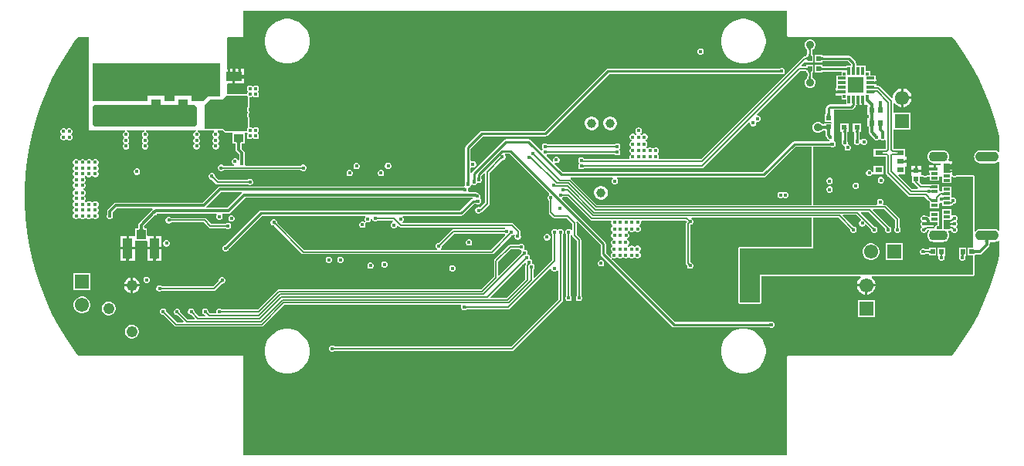
<source format=gbr>
G04*
G04 #@! TF.GenerationSoftware,Altium Limited,Altium Designer,24.3.1 (35)*
G04*
G04 Layer_Physical_Order=4*
G04 Layer_Color=16711680*
%FSLAX44Y44*%
%MOMM*%
G71*
G04*
G04 #@! TF.SameCoordinates,025A4B24-8724-457C-B47B-0DB420FA472D*
G04*
G04*
G04 #@! TF.FilePolarity,Positive*
G04*
G01*
G75*
%ADD17C,0.2540*%
%ADD25R,0.6200X0.5700*%
%ADD27R,0.5000X0.5500*%
%ADD36R,0.5700X0.6200*%
%ADD49R,0.5500X0.5000*%
%ADD51R,1.0000X0.9000*%
%ADD59R,1.0000X1.0500*%
%ADD60R,1.0500X2.2000*%
%ADD64R,0.7000X0.6000*%
%ADD65R,1.8000X1.1000*%
%ADD122C,1.2192*%
G04:AMPARAMS|DCode=124|XSize=1.1mm|YSize=2.6mm|CornerRadius=0.55mm|HoleSize=0mm|Usage=FLASHONLY|Rotation=270.000|XOffset=0mm|YOffset=0mm|HoleType=Round|Shape=RoundedRectangle|*
%AMROUNDEDRECTD124*
21,1,1.1000,1.5000,0,0,270.0*
21,1,0.0000,2.6000,0,0,270.0*
1,1,1.1000,-0.7500,0.0000*
1,1,1.1000,-0.7500,0.0000*
1,1,1.1000,0.7500,0.0000*
1,1,1.1000,0.7500,0.0000*
%
%ADD124ROUNDEDRECTD124*%
G04:AMPARAMS|DCode=125|XSize=1.1mm|YSize=2.1mm|CornerRadius=0.55mm|HoleSize=0mm|Usage=FLASHONLY|Rotation=270.000|XOffset=0mm|YOffset=0mm|HoleType=Round|Shape=RoundedRectangle|*
%AMROUNDEDRECTD125*
21,1,1.1000,1.0000,0,0,270.0*
21,1,0.0000,2.1000,0,0,270.0*
1,1,1.1000,-0.5000,0.0000*
1,1,1.1000,-0.5000,0.0000*
1,1,1.1000,0.5000,0.0000*
1,1,1.1000,0.5000,0.0000*
%
%ADD125ROUNDEDRECTD125*%
%ADD128C,0.9000*%
%ADD131C,0.1540*%
%ADD132C,0.1524*%
%ADD134C,0.2050*%
%ADD135C,0.3050*%
%ADD139C,0.1976*%
%ADD142R,1.5500X1.5500*%
%ADD143C,1.5500*%
%ADD144R,1.5500X1.5500*%
%ADD145C,1.5000*%
%ADD146C,0.9910*%
%ADD147C,0.3650*%
%ADD149R,0.9000X0.3000*%
%ADD150R,0.3000X0.9000*%
%ADD151R,1.8000X1.8000*%
%ADD152R,0.3000X0.3000*%
%ADD153R,0.7000X1.0000*%
%ADD154R,0.7000X0.3000*%
%ADD155R,0.8000X0.5500*%
G36*
X334795Y153429D02*
X334872Y153213D01*
X335000Y153022D01*
X335180Y152857D01*
X335412Y152718D01*
X335694Y152603D01*
X336029Y152514D01*
X336414Y152451D01*
X336851Y152413D01*
X337340Y152400D01*
Y149860D01*
X336851Y149847D01*
X336414Y149809D01*
X336029Y149746D01*
X335694Y149657D01*
X335412Y149543D01*
X335180Y149403D01*
X335000Y149238D01*
X334872Y149047D01*
X334795Y148831D01*
X334769Y148590D01*
Y153670D01*
X334795Y153429D01*
D02*
G37*
G36*
X372152Y143947D02*
X372278Y141991D01*
X372312Y141915D01*
X372350Y141889D01*
X369411D01*
X369448Y141915D01*
X369482Y141991D01*
X369512Y142118D01*
X369538Y142296D01*
X369578Y142804D01*
X369610Y144430D01*
X372150D01*
X372152Y143947D01*
D02*
G37*
G36*
X364441Y137160D02*
X364414Y137401D01*
X364336Y137617D01*
X364206Y137808D01*
X364026Y137973D01*
X363794Y138112D01*
X363512Y138227D01*
X363178Y138316D01*
X362793Y138379D01*
X362357Y138417D01*
X361870Y138430D01*
Y140970D01*
X362353Y140979D01*
X363166Y141053D01*
X363496Y141117D01*
X363775Y141200D01*
X364004Y141301D01*
X364182Y141420D01*
X364309Y141559D01*
X364385Y141715D01*
X364411Y141889D01*
X364441Y137160D01*
D02*
G37*
G36*
X334875Y141999D02*
X334952Y141783D01*
X335080Y141592D01*
X335260Y141427D01*
X335492Y141287D01*
X335774Y141173D01*
X336109Y141084D01*
X336494Y141021D01*
X336931Y140983D01*
X337420Y140970D01*
Y138430D01*
X336931Y138417D01*
X336494Y138379D01*
X336109Y138316D01*
X335774Y138227D01*
X335492Y138112D01*
X335260Y137973D01*
X335080Y137808D01*
X334952Y137617D01*
X334875Y137401D01*
X334849Y137160D01*
Y142240D01*
X334875Y141999D01*
D02*
G37*
G36*
X-312672Y139364D02*
X-312662Y139364D01*
X-312665Y139350D01*
X-312667Y139315D01*
X-312668Y139223D01*
X-312663Y139037D01*
X-312625Y138605D01*
X-312562Y138224D01*
X-312473Y137894D01*
X-312359Y137614D01*
X-312219Y137386D01*
X-312054Y137208D01*
X-311863Y137081D01*
X-311647Y137005D01*
X-311406Y136980D01*
X-316486D01*
X-316245Y137005D01*
X-316029Y137081D01*
X-315839Y137208D01*
X-315673Y137386D01*
X-315534Y137614D01*
X-315419Y137894D01*
X-315331Y138224D01*
X-315267Y138605D01*
X-315229Y139037D01*
X-315216Y139520D01*
X-312676D01*
X-312672Y139364D01*
D02*
G37*
G36*
X290797Y135883D02*
X290784Y135884D01*
X290750Y135885D01*
X289694Y135890D01*
Y138430D01*
X290797Y138438D01*
Y135883D01*
D02*
G37*
G36*
X-323850Y110490D02*
X-324597Y109743D01*
X-335025Y109743D01*
X-335026Y109743D01*
X-336586Y109432D01*
X-337910Y108548D01*
X-342318Y104140D01*
X-355240D01*
Y110250D01*
X-373740D01*
Y104140D01*
X-384740D01*
Y110250D01*
X-403240D01*
Y104140D01*
X-463550D01*
Y146050D01*
X-323850D01*
Y110490D01*
D02*
G37*
G36*
X297935Y176784D02*
X298090Y176004D01*
X298532Y175342D01*
X299194Y174900D01*
X299974Y174745D01*
X479200D01*
X483347Y169341D01*
X492061Y156633D01*
X500083Y143477D01*
X507391Y129912D01*
X513964Y115975D01*
X519783Y101707D01*
X524831Y87149D01*
X529095Y72341D01*
X530770Y65085D01*
Y49227D01*
X529500Y48601D01*
X528542Y49335D01*
X526834Y50043D01*
X525000Y50285D01*
X510000D01*
X508166Y50043D01*
X506458Y49335D01*
X504990Y48210D01*
X503865Y46742D01*
X503157Y45034D01*
X502915Y43200D01*
X503157Y41366D01*
X503865Y39658D01*
X504990Y38190D01*
X506458Y37064D01*
X508166Y36357D01*
X510000Y36115D01*
X525000D01*
X526834Y36357D01*
X528542Y37064D01*
X529500Y37799D01*
X530770Y37173D01*
Y-37173D01*
X529500Y-37799D01*
X528542Y-37064D01*
X526834Y-36357D01*
X525000Y-36115D01*
X510000D01*
X508166Y-36357D01*
X506458Y-37064D01*
X504990Y-38190D01*
X504565Y-38744D01*
X503295Y-38313D01*
Y21590D01*
X502813Y22753D01*
X501650Y23235D01*
X483796D01*
X482633Y22753D01*
X482403Y22524D01*
X481707Y22235D01*
X480953D01*
X480060Y22605D01*
X479932Y22776D01*
X479832Y22790D01*
X479022Y23337D01*
X478840Y24178D01*
Y29454D01*
X478725Y29455D01*
Y29730D01*
X478320D01*
Y29455D01*
X477924Y29445D01*
X477570Y29414D01*
X477258Y29363D01*
X476988Y29291D01*
X476759Y29199D01*
X476572Y29086D01*
X476426Y28953D01*
X476322Y28799D01*
X476321Y28796D01*
X476325Y28784D01*
X476431Y28630D01*
X476577Y28497D01*
X476764Y28384D01*
X476993Y28292D01*
X477263Y28220D01*
X477574Y28169D01*
X477926Y28138D01*
X478320Y28128D01*
Y26078D01*
X476269Y26030D01*
X476245Y28491D01*
X476239Y28430D01*
Y29730D01*
X472800D01*
Y32270D01*
X476239D01*
Y35579D01*
X476258Y35412D01*
X476316Y35262D01*
X476413Y35130D01*
X476549Y35016D01*
X476723Y34919D01*
X476936Y34840D01*
X477187Y34778D01*
X477477Y34734D01*
X477807Y34708D01*
X478174Y34699D01*
Y32649D01*
X477807Y32640D01*
X477477Y32614D01*
X477187Y32570D01*
X476936Y32508D01*
X476723Y32429D01*
X476549Y32332D01*
X476475Y32270D01*
X478840D01*
Y35636D01*
X478763Y35713D01*
X478840Y35791D01*
Y38540D01*
X475587D01*
X475546Y38622D01*
X475098Y39810D01*
X475743Y41366D01*
X475985Y43200D01*
X475743Y45034D01*
X475035Y46742D01*
X473910Y48210D01*
X472442Y49335D01*
X470734Y50043D01*
X468900Y50285D01*
X458900D01*
X457066Y50043D01*
X455358Y49335D01*
X453890Y48210D01*
X452765Y46742D01*
X452057Y45034D01*
X451815Y43200D01*
X452057Y41366D01*
X452765Y39658D01*
X453890Y38190D01*
X455358Y37064D01*
X457066Y36357D01*
X458900Y36115D01*
X466709D01*
X466716Y34947D01*
X465783Y34040D01*
X461070D01*
Y31601D01*
X461186Y31522D01*
X461361Y31460D01*
X461555Y31439D01*
X461070D01*
Y30000D01*
X459800D01*
Y28730D01*
X453760D01*
Y25960D01*
X454776D01*
Y23235D01*
X452046D01*
X450883Y22753D01*
X450653Y22524D01*
X449957Y22235D01*
X449203D01*
X448507Y22524D01*
X448277Y22753D01*
X447114Y23235D01*
X444710D01*
Y26797D01*
X434130D01*
Y23027D01*
X435146Y22591D01*
Y14543D01*
X436960D01*
X437019Y14245D01*
X437582Y13402D01*
X441689Y9295D01*
X441163Y8025D01*
X435017D01*
X419889Y23153D01*
X420375Y24326D01*
X427734D01*
Y32810D01*
X428750D01*
Y36830D01*
X427587D01*
Y36823D01*
X427578Y36830D01*
X426697D01*
X426669Y36819D01*
X426482Y36706D01*
X426336Y36573D01*
X426232Y36419D01*
X426170Y36245D01*
X426149Y36050D01*
Y36830D01*
X422210D01*
Y39370D01*
X426149D01*
Y40150D01*
X426170Y39955D01*
X426232Y39781D01*
X426336Y39627D01*
X426482Y39494D01*
X426669Y39381D01*
X426697Y39370D01*
X427578D01*
X427587Y39378D01*
Y39370D01*
X428750D01*
Y43390D01*
X427734D01*
Y51874D01*
X418449D01*
X418224Y51965D01*
X418199Y51954D01*
X418174Y51963D01*
X416199Y51884D01*
X416046Y51813D01*
X415078D01*
X414625Y52266D01*
Y72122D01*
X414906Y73276D01*
X415895Y73276D01*
X433454D01*
Y91824D01*
X415895D01*
X414906Y91824D01*
X414625Y92978D01*
Y101466D01*
X415852Y101795D01*
X415946Y101632D01*
X417862Y99716D01*
X420208Y98361D01*
X422825Y97660D01*
X422910D01*
Y107950D01*
Y118240D01*
X422825D01*
X420208Y117539D01*
X417862Y116184D01*
X415946Y114268D01*
X414591Y111922D01*
X413890Y109305D01*
Y108105D01*
X412620Y107579D01*
X399718Y120481D01*
X398887Y121036D01*
X397907Y121231D01*
X395920D01*
Y123150D01*
X395877D01*
X395407Y123148D01*
X393451Y123022D01*
X393375Y122988D01*
X393349Y122950D01*
Y123150D01*
X388880D01*
Y125690D01*
X393349D01*
Y125890D01*
X393375Y125852D01*
X393451Y125818D01*
X393578Y125788D01*
X393756Y125762D01*
X394264Y125722D01*
X395890Y125690D01*
Y125690D01*
X395920D01*
Y128460D01*
X394904D01*
Y132444D01*
X388904D01*
Y137444D01*
X383904D01*
Y143444D01*
X373833D01*
X373797Y144003D01*
X373795Y144436D01*
X373729Y144595D01*
Y146010D01*
X373729Y146010D01*
X373512Y147100D01*
X372894Y148024D01*
X372894Y148024D01*
X367774Y153144D01*
X366850Y153762D01*
X365760Y153979D01*
X365760Y153979D01*
X337531D01*
X337382Y154045D01*
X336944Y154056D01*
X336620Y154084D01*
X336375Y154125D01*
X336354Y154130D01*
Y155404D01*
X328306D01*
Y146856D01*
X336354D01*
Y148130D01*
X336375Y148135D01*
X336620Y148176D01*
X336944Y148204D01*
X337382Y148215D01*
X337531Y148281D01*
X364580D01*
X368031Y144830D01*
Y144613D01*
X367965Y144462D01*
X367945Y143444D01*
X364771D01*
X364647Y143518D01*
X364521Y143486D01*
X364400Y143535D01*
X364185Y143444D01*
X362856D01*
Y142677D01*
X362263Y142623D01*
X361839Y142615D01*
X361688Y142549D01*
X337611D01*
X337462Y142615D01*
X337024Y142626D01*
X336700Y142654D01*
X336455Y142695D01*
X336434Y142700D01*
Y143974D01*
X328386D01*
Y135426D01*
X336434D01*
Y136700D01*
X336455Y136705D01*
X336700Y136746D01*
X337024Y136774D01*
X337462Y136785D01*
X337611Y136851D01*
X357856D01*
Y132444D01*
X351856D01*
Y126396D01*
Y118460D01*
X350840D01*
Y115690D01*
X350871D01*
Y115690D01*
X351353Y115692D01*
X353309Y115818D01*
X353385Y115852D01*
X353410Y115890D01*
Y115690D01*
X357880D01*
Y113150D01*
X353410D01*
Y112950D01*
X353385Y112988D01*
X353309Y113022D01*
X353182Y113052D01*
X353004Y113078D01*
X352496Y113118D01*
X350881Y113150D01*
X350840D01*
Y110380D01*
X357856D01*
Y106396D01*
X362856D01*
Y100639D01*
X344730D01*
X343640Y100422D01*
X342716Y99804D01*
X342715Y99804D01*
X341228Y98316D01*
X340610Y97392D01*
X340393Y96302D01*
X340393Y96302D01*
Y90828D01*
X340327Y90680D01*
X340316Y90248D01*
X340288Y89930D01*
X340248Y89691D01*
X340237Y89651D01*
X338968D01*
Y81603D01*
X346100D01*
X346530Y80877D01*
X346100Y80151D01*
X340849D01*
X340737Y80214D01*
X340648Y80188D01*
X340563Y80224D01*
X340385Y80151D01*
X338968D01*
Y79841D01*
X338788Y79581D01*
X338462Y79310D01*
X337698Y78961D01*
X337665Y78972D01*
X337412Y79082D01*
X337182Y79208D01*
X336970Y79351D01*
X336773Y79512D01*
X336535Y79748D01*
X336254Y79863D01*
X335481Y80635D01*
X333267Y81553D01*
X330870D01*
X328656Y80635D01*
X326962Y78941D01*
X326045Y76727D01*
Y74330D01*
X326962Y72116D01*
X328656Y70422D01*
X330870Y69505D01*
X333267D01*
X335481Y70422D01*
X336254Y71195D01*
X336535Y71309D01*
X336773Y71545D01*
X336970Y71707D01*
X337182Y71849D01*
X337412Y71975D01*
X337665Y72085D01*
X337701Y72097D01*
X338968Y72103D01*
D01*
X340015Y71565D01*
X340061Y71090D01*
X340072Y70574D01*
X340133Y70434D01*
Y67226D01*
X340133Y67226D01*
X340370Y66036D01*
X341044Y65028D01*
X342197Y63875D01*
X342628Y62833D01*
X343624Y61838D01*
X344101Y61640D01*
X344422Y60133D01*
X344295Y59999D01*
X306070D01*
X306070Y59999D01*
X304980Y59782D01*
X304056Y59164D01*
X304056Y59164D01*
X271298Y26407D01*
X51892D01*
X42905Y35394D01*
X43625Y36470D01*
X44234Y36218D01*
X45643D01*
X46944Y36757D01*
X47940Y37752D01*
X48478Y39053D01*
Y40462D01*
X47940Y41763D01*
X46944Y42759D01*
X45643Y43298D01*
X44234D01*
X42933Y42759D01*
X41937Y41763D01*
X41398Y40462D01*
Y39053D01*
X41651Y38444D01*
X40574Y37724D01*
X34082Y44217D01*
X34330Y45462D01*
X34531Y45546D01*
X34956Y45970D01*
X35016Y45978D01*
X35101Y45985D01*
X35242Y45988D01*
X35413Y46064D01*
X108673D01*
X108808Y45994D01*
X108857Y46009D01*
X108903Y45989D01*
X109029Y45985D01*
X109755Y45259D01*
X111056Y44720D01*
X112464D01*
X113765Y45259D01*
X114761Y46255D01*
X115300Y47556D01*
Y48964D01*
X114761Y50265D01*
X114421Y50605D01*
X113879Y51435D01*
X114421Y52265D01*
X114761Y52605D01*
X115300Y53906D01*
Y55314D01*
X114761Y56615D01*
X113765Y57611D01*
X112464Y58150D01*
X111056D01*
X109755Y57611D01*
X109183Y57039D01*
X109179Y57038D01*
X109104Y57032D01*
X108967Y57028D01*
X108798Y56953D01*
X35580D01*
X35411Y57028D01*
X35274Y57032D01*
X35200Y57038D01*
X34620Y57618D01*
X33319Y58157D01*
X31911D01*
X30609Y57618D01*
X29614Y56623D01*
X29075Y55321D01*
Y53913D01*
X29614Y52612D01*
X29770Y52456D01*
X30521Y51548D01*
X29534Y50561D01*
X29279Y50318D01*
X28196Y50103D01*
X16594Y61704D01*
X15670Y62322D01*
X14580Y62539D01*
X14580Y62539D01*
X-10160D01*
X-10160Y62539D01*
X-11250Y62322D01*
X-12174Y61704D01*
X-12174Y61704D01*
X-47355Y26524D01*
X-47972Y25600D01*
X-49221Y25831D01*
Y31088D01*
X-47951Y31748D01*
X-47113Y31401D01*
X-45704D01*
X-44403Y31940D01*
X-43407Y32936D01*
X-42868Y34237D01*
Y35645D01*
X-43407Y36946D01*
X-44403Y37942D01*
X-45704Y38481D01*
X-47113D01*
X-47951Y38133D01*
X-49221Y38794D01*
Y52160D01*
X-35550Y65831D01*
X33120D01*
X33120Y65831D01*
X34210Y66048D01*
X35134Y66666D01*
X102780Y134311D01*
X289528D01*
X289687Y134245D01*
X290010Y134243D01*
X290095Y134159D01*
X291396Y133620D01*
X292804D01*
X294105Y134159D01*
X295101Y135155D01*
X295640Y136456D01*
Y137864D01*
X295101Y139165D01*
X294105Y140161D01*
X292804Y140700D01*
X291396D01*
X290095Y140161D01*
X290011Y140077D01*
X289683Y140075D01*
X289526Y140009D01*
X101600D01*
X101600Y140009D01*
X100510Y139792D01*
X99586Y139174D01*
X31940Y71529D01*
X-36730D01*
X-36730Y71529D01*
X-37820Y71312D01*
X-38744Y70695D01*
X-38744Y70694D01*
X-54084Y55354D01*
X-54702Y54430D01*
X-54919Y53340D01*
X-54919Y53340D01*
Y15272D01*
X-54985Y15113D01*
X-54987Y14790D01*
X-55071Y14705D01*
X-55610Y13404D01*
Y11996D01*
X-55584Y11932D01*
X-55730Y11550D01*
X-56460Y10729D01*
X-323850D01*
X-325040Y10492D01*
X-326048Y9818D01*
X-326048Y9818D01*
X-342918Y-7051D01*
X-438317D01*
X-438317Y-7051D01*
X-439507Y-7288D01*
X-440515Y-7962D01*
X-440515Y-7962D01*
X-446698Y-14145D01*
X-447372Y-15153D01*
X-447609Y-16343D01*
X-447609Y-16343D01*
Y-19845D01*
X-448040Y-20886D01*
Y-22294D01*
X-447501Y-23595D01*
X-446505Y-24591D01*
X-445204Y-25130D01*
X-443796D01*
X-442495Y-24591D01*
X-441499Y-23595D01*
X-440960Y-22294D01*
Y-20886D01*
X-441391Y-19845D01*
Y-17631D01*
X-437029Y-13269D01*
X-397918D01*
X-397665Y-14539D01*
X-398245Y-14779D01*
X-399241Y-15775D01*
X-399672Y-16816D01*
X-412408Y-29552D01*
X-413082Y-30560D01*
X-413319Y-31750D01*
X-413319Y-31750D01*
Y-33451D01*
X-413380Y-33588D01*
X-413394Y-34123D01*
X-413429Y-34533D01*
X-413483Y-34855D01*
X-413542Y-35079D01*
X-413561Y-35126D01*
X-416734D01*
Y-42521D01*
X-417170Y-43610D01*
X-418004Y-43610D01*
X-423690D01*
Y-55880D01*
X-417170D01*
Y-49763D01*
X-416734Y-48674D01*
X-415900Y-48674D01*
X-403686Y-48674D01*
X-403250Y-49763D01*
Y-55880D01*
X-396730D01*
Y-43610D01*
X-402416D01*
X-403250Y-43610D01*
X-403686Y-42521D01*
Y-35126D01*
X-406859D01*
X-406878Y-35079D01*
X-406937Y-34855D01*
X-406991Y-34533D01*
X-407026Y-34123D01*
X-407040Y-33588D01*
X-407101Y-33451D01*
Y-33038D01*
X-395276Y-21212D01*
X-394235Y-20781D01*
X-393239Y-19785D01*
X-392947Y-19081D01*
X-327683D01*
X-327157Y-20351D01*
X-327316Y-20510D01*
X-327855Y-21811D01*
Y-23219D01*
X-327316Y-24520D01*
X-326320Y-25516D01*
X-325019Y-26055D01*
X-323610D01*
X-322309Y-25516D01*
X-321314Y-24520D01*
X-320775Y-23219D01*
Y-21811D01*
X-321314Y-20510D01*
X-321472Y-20351D01*
X-320946Y-19081D01*
X-314423D01*
X-314422Y-19081D01*
X-313233Y-18845D01*
X-312224Y-18171D01*
X-295693Y-1640D01*
X-47176D01*
X-47051Y-2910D01*
X-47326Y-2964D01*
X-48251Y-3582D01*
X-48251Y-3582D01*
X-60402Y-15734D01*
X-278932D01*
X-280023Y-15950D01*
X-280947Y-16568D01*
X-280947Y-16568D01*
X-317696Y-53317D01*
X-317855Y-53382D01*
X-318085Y-53610D01*
X-318204D01*
X-319505Y-54149D01*
X-320501Y-55145D01*
X-321040Y-56446D01*
Y-57854D01*
X-320501Y-59155D01*
X-319505Y-60151D01*
X-318204Y-60690D01*
X-316796D01*
X-315495Y-60151D01*
X-314499Y-59155D01*
X-313960Y-57854D01*
Y-57736D01*
X-313730Y-57502D01*
X-313665Y-57344D01*
X-277752Y-21431D01*
X-164778D01*
X-164252Y-22701D01*
X-164836Y-23284D01*
X-165375Y-24585D01*
Y-25994D01*
X-164836Y-27295D01*
X-164744Y-27386D01*
X-165635Y-28287D01*
X-166936Y-27748D01*
X-168344D01*
X-169645Y-28287D01*
X-170641Y-29283D01*
X-171180Y-30584D01*
Y-31993D01*
X-170641Y-33294D01*
X-169645Y-34290D01*
X-168344Y-34829D01*
X-166936D01*
X-165635Y-34290D01*
X-164639Y-33294D01*
X-164100Y-31993D01*
Y-30584D01*
X-164639Y-29283D01*
X-164730Y-29192D01*
X-163840Y-28291D01*
X-162539Y-28830D01*
X-161130D01*
X-159829Y-28291D01*
X-158834Y-27295D01*
X-158295Y-25994D01*
Y-25534D01*
X-157025Y-25282D01*
X-156671Y-26135D01*
X-155675Y-27131D01*
X-154374Y-27670D01*
X-152966D01*
X-151665Y-27131D01*
X-151089Y-26555D01*
X-151087Y-26555D01*
X-151012Y-26548D01*
X-150875Y-26545D01*
X-150706Y-26469D01*
X-134805D01*
X-134190Y-27234D01*
X-134552Y-28563D01*
X-135001Y-28749D01*
X-135997Y-29745D01*
X-136536Y-31046D01*
Y-32454D01*
X-135997Y-33755D01*
X-135001Y-34751D01*
X-133700Y-35290D01*
X-132292D01*
X-130991Y-34751D01*
X-129995Y-33755D01*
X-129653Y-32931D01*
X-128283Y-32505D01*
X-127384Y-33404D01*
X-126625Y-33911D01*
X-125730Y-34089D01*
X-11384D01*
X-11131Y-35359D01*
X-11612Y-35558D01*
X-12188Y-36134D01*
X-12190Y-36134D01*
X-12265Y-36141D01*
X-12402Y-36145D01*
X-12571Y-36220D01*
X-67769D01*
X-68664Y-36398D01*
X-69423Y-36905D01*
X-83378Y-50860D01*
X-83551Y-50926D01*
X-83651Y-51021D01*
X-83708Y-51069D01*
X-83710Y-51070D01*
X-84524D01*
X-85825Y-51609D01*
X-86821Y-52605D01*
X-87360Y-53906D01*
Y-55314D01*
X-86821Y-56615D01*
X-85825Y-57611D01*
X-85801Y-57621D01*
X-86054Y-58891D01*
X-231345D01*
X-261002Y-29234D01*
X-261068Y-29060D01*
X-261162Y-28961D01*
X-261211Y-28903D01*
X-261212Y-28902D01*
Y-28087D01*
X-261751Y-26786D01*
X-262747Y-25791D01*
X-264048Y-25252D01*
X-265456D01*
X-266757Y-25791D01*
X-267753Y-26786D01*
X-268292Y-28087D01*
Y-29496D01*
X-267753Y-30797D01*
X-266757Y-31793D01*
X-265456Y-32332D01*
X-264641D01*
X-264641Y-32332D01*
X-264583Y-32381D01*
X-264483Y-32475D01*
X-264310Y-32541D01*
X-233967Y-62884D01*
X-233209Y-63391D01*
X-232313Y-63569D01*
X-25926D01*
X-25031Y-63391D01*
X-24272Y-62884D01*
X-4798Y-43410D01*
X-4625Y-43344D01*
X-4525Y-43250D01*
X-4468Y-43201D01*
X-4466Y-43200D01*
X-3652D01*
X-2351Y-42661D01*
X-1695Y-42006D01*
X-619Y-42725D01*
X-903Y-43412D01*
Y-44820D01*
X-364Y-46121D01*
X632Y-47117D01*
X1933Y-47656D01*
X3341D01*
X4642Y-47117D01*
X5638Y-46121D01*
X6177Y-44820D01*
Y-43412D01*
X6017Y-43026D01*
X5998Y-41440D01*
X5922Y-41262D01*
Y-39143D01*
X5743Y-38247D01*
X5236Y-37489D01*
X-2156Y-30096D01*
X-2915Y-29589D01*
X-3810Y-29411D01*
X-123075D01*
X-123115Y-29350D01*
X-123465Y-28141D01*
X-122729Y-27405D01*
X-122190Y-26104D01*
Y-24696D01*
X-122729Y-23395D01*
X-123422Y-22701D01*
X-122995Y-21431D01*
X-59223D01*
X-59222Y-21431D01*
X-58132Y-21214D01*
X-57208Y-20597D01*
X-45056Y-8445D01*
X-43127D01*
X-42943Y-8508D01*
X-42636Y-8490D01*
X-41588Y-8924D01*
X-40180D01*
X-38878Y-8385D01*
X-37883Y-7389D01*
X-37344Y-6088D01*
Y-4680D01*
X-37883Y-3379D01*
X-38878Y-2383D01*
X-38510Y-1161D01*
X-38370Y-822D01*
Y586D01*
X-38909Y1887D01*
X-39905Y2883D01*
X-41206Y3422D01*
X-41216D01*
X-41461Y3667D01*
X-42470Y4341D01*
X-43660Y4578D01*
X-43660Y4578D01*
X-50916D01*
X-51764Y5848D01*
X-51620Y6196D01*
Y7604D01*
X-51739Y7890D01*
X-51366Y9160D01*
X-50065Y9699D01*
X-49069Y10695D01*
X-48530Y11996D01*
Y12131D01*
X-47346Y12743D01*
X-46045Y12204D01*
X-44636D01*
X-43335Y12743D01*
X-42339Y13738D01*
X-41982Y14601D01*
X-41075Y14226D01*
X-39667D01*
X-38366Y14765D01*
X-37370Y15761D01*
X-36831Y17062D01*
Y18470D01*
X-37370Y19771D01*
X-37454Y19855D01*
X-37456Y20183D01*
X-37522Y20340D01*
Y22552D01*
X-34349Y25725D01*
X-33079Y25199D01*
Y-6934D01*
X-38532Y-12386D01*
X-39620Y-11935D01*
X-41029D01*
X-42330Y-12474D01*
X-43326Y-13470D01*
X-43865Y-14771D01*
Y-16180D01*
X-43326Y-17481D01*
X-42330Y-18477D01*
X-41029Y-19016D01*
X-39620D01*
X-38319Y-18477D01*
X-37685Y-17842D01*
X-36726Y-17651D01*
X-35883Y-17088D01*
X-28642Y-9848D01*
X-28079Y-9005D01*
X-27881Y-8010D01*
Y25744D01*
X-14328Y39297D01*
X-14160Y39364D01*
X-14031Y39490D01*
X-13945Y39569D01*
X-13487D01*
X-12186Y40108D01*
X-11191Y41104D01*
X-10652Y42405D01*
Y43813D01*
X-11191Y45114D01*
X-11488Y45411D01*
X-10962Y46681D01*
X-6467D01*
X37424Y2790D01*
X37208Y1707D01*
X36966Y1452D01*
X35979Y465D01*
X35440Y-836D01*
Y-2244D01*
X35979Y-3545D01*
X36555Y-4121D01*
X36555Y-4123D01*
X36562Y-4198D01*
X36565Y-4335D01*
X36641Y-4504D01*
Y-17390D01*
X36819Y-18285D01*
X37326Y-19044D01*
X41526Y-23244D01*
X42285Y-23751D01*
X43180Y-23929D01*
X56181D01*
X62431Y-30179D01*
Y-36715D01*
X62370Y-36755D01*
X61161Y-37105D01*
X60425Y-36369D01*
X59124Y-35830D01*
X57716D01*
X56415Y-36369D01*
X55419Y-37365D01*
X54880Y-38666D01*
Y-40074D01*
X55419Y-41375D01*
X55737Y-41693D01*
X55748Y-41843D01*
X55750Y-41996D01*
X55821Y-42161D01*
Y-108968D01*
X55750Y-109134D01*
X55748Y-109314D01*
X55743Y-109431D01*
X55419Y-109755D01*
X54880Y-111056D01*
Y-112464D01*
X55419Y-113765D01*
X56415Y-114761D01*
X57716Y-115300D01*
X59124D01*
X60425Y-114761D01*
X61421Y-113765D01*
X61960Y-112464D01*
Y-111056D01*
X61421Y-109755D01*
X61103Y-109437D01*
X61092Y-109287D01*
X61090Y-109134D01*
X61019Y-108968D01*
Y-42916D01*
X61161Y-42798D01*
X61954Y-43036D01*
X62467Y-43362D01*
X62609Y-44075D01*
X63116Y-44834D01*
X67511Y-49229D01*
Y-108796D01*
X67435Y-108965D01*
X67432Y-109102D01*
X67425Y-109178D01*
X67425Y-109179D01*
X66849Y-109755D01*
X66310Y-111056D01*
Y-112464D01*
X66849Y-113765D01*
X67845Y-114761D01*
X69146Y-115300D01*
X70554D01*
X71855Y-114761D01*
X72851Y-113765D01*
X73390Y-112464D01*
Y-111056D01*
X72851Y-109755D01*
X72275Y-109179D01*
X72275Y-109177D01*
X72268Y-109102D01*
X72265Y-108965D01*
X72189Y-108796D01*
Y-48260D01*
X72011Y-47365D01*
X71504Y-46606D01*
X67109Y-42211D01*
Y-29210D01*
X66980Y-28563D01*
X67721Y-27954D01*
X68028Y-27814D01*
X93671Y-53457D01*
Y-63500D01*
X93671Y-63500D01*
X93888Y-64590D01*
X94506Y-65514D01*
X171976Y-142984D01*
X171976Y-142984D01*
X172900Y-143602D01*
X173990Y-143819D01*
X278002D01*
X278141Y-143883D01*
X278171Y-143872D01*
X278201Y-143885D01*
X278530Y-143888D01*
X278673Y-144032D01*
X279974Y-144571D01*
X281382D01*
X282683Y-144032D01*
X283679Y-143036D01*
X284218Y-141735D01*
Y-140326D01*
X283679Y-139025D01*
X282683Y-138029D01*
X281382Y-137491D01*
X279974D01*
X278673Y-138029D01*
X278645Y-138058D01*
X278350Y-138055D01*
X278185Y-138121D01*
X175170D01*
X105862Y-68813D01*
X106533Y-67821D01*
X107834Y-68360D01*
X109242D01*
X110543Y-67821D01*
X110884Y-67481D01*
X111713Y-66939D01*
X112543Y-67481D01*
X112883Y-67821D01*
X114184Y-68360D01*
X115592D01*
X116893Y-67821D01*
X117233Y-67481D01*
X118063Y-66939D01*
X118893Y-67481D01*
X119233Y-67821D01*
X120534Y-68360D01*
X121942D01*
X123243Y-67821D01*
X123583Y-67481D01*
X124413Y-66939D01*
X125243Y-67481D01*
X125583Y-67821D01*
X126884Y-68360D01*
X128292D01*
X129593Y-67821D01*
X129934Y-67481D01*
X130763Y-66939D01*
X131593Y-67481D01*
X131933Y-67821D01*
X133234Y-68360D01*
X134642D01*
X135943Y-67821D01*
X136939Y-66825D01*
X137478Y-65524D01*
Y-64116D01*
X136939Y-62815D01*
X136221Y-62096D01*
X136052Y-61328D01*
X136221Y-60559D01*
X136939Y-59840D01*
X137478Y-58539D01*
Y-57131D01*
X136939Y-55830D01*
X135943Y-54834D01*
X134642Y-54295D01*
X133234D01*
X131933Y-54834D01*
X131593Y-55174D01*
X130763Y-55716D01*
X129934Y-55174D01*
X129593Y-54834D01*
X128292Y-54295D01*
X126884D01*
X125583Y-54834D01*
X125243Y-55174D01*
X124630Y-55575D01*
X123492Y-54984D01*
X123351Y-54342D01*
X123520Y-53574D01*
X124239Y-52855D01*
X124778Y-51554D01*
Y-50146D01*
X124239Y-48845D01*
X123243Y-47849D01*
X122703Y-47625D01*
Y-46251D01*
X123422Y-45953D01*
X124417Y-44957D01*
X124956Y-43656D01*
Y-42248D01*
X124417Y-40947D01*
X123699Y-40228D01*
X123530Y-39459D01*
X123671Y-38818D01*
X124808Y-38227D01*
X125421Y-38628D01*
X125761Y-38968D01*
X127062Y-39507D01*
X128470D01*
X129772Y-38968D01*
X130112Y-38628D01*
X130941Y-38086D01*
X131771Y-38628D01*
X132111Y-38968D01*
X133412Y-39507D01*
X134820D01*
X136122Y-38968D01*
X137117Y-37972D01*
X137656Y-36671D01*
Y-35263D01*
X137117Y-33962D01*
X136399Y-33243D01*
X136230Y-32474D01*
X136399Y-31706D01*
X137117Y-30987D01*
X137656Y-29686D01*
Y-28278D01*
X137433Y-27739D01*
X138269Y-26469D01*
X187002D01*
X188065Y-27532D01*
X188132Y-27705D01*
X188226Y-27805D01*
X188274Y-27863D01*
X188275Y-27864D01*
Y-28084D01*
X188274Y-28086D01*
X188226Y-28143D01*
X188132Y-28243D01*
X188065Y-28416D01*
X187576Y-28905D01*
X187069Y-29664D01*
X186891Y-30559D01*
Y-73660D01*
X187069Y-74555D01*
X187576Y-75314D01*
X188020Y-75758D01*
X188086Y-75931D01*
X188181Y-76031D01*
X188229Y-76089D01*
X188230Y-76090D01*
Y-76904D01*
X188769Y-78205D01*
X189765Y-79201D01*
X191066Y-79740D01*
X192474D01*
X193775Y-79201D01*
X194771Y-78205D01*
X195310Y-76904D01*
Y-75496D01*
X194771Y-74195D01*
X193775Y-73199D01*
X192474Y-72660D01*
X191660D01*
X191658Y-72659D01*
X191601Y-72611D01*
X191569Y-72580D01*
Y-31636D01*
X191646Y-31564D01*
X191704Y-31515D01*
X191705Y-31514D01*
X192519D01*
X193820Y-30975D01*
X194816Y-29979D01*
X195355Y-28678D01*
Y-27270D01*
X194816Y-25969D01*
X193820Y-24973D01*
X193101Y-24675D01*
X193353Y-23405D01*
X324745D01*
Y-55505D01*
X246380D01*
X245217Y-55987D01*
X244735Y-57150D01*
Y-116840D01*
X245217Y-118003D01*
X246380Y-118485D01*
X267970D01*
X269133Y-118003D01*
X269615Y-116840D01*
Y-88005D01*
X378638D01*
X378978Y-89275D01*
X378492Y-89556D01*
X376576Y-91472D01*
X375221Y-93818D01*
X374520Y-96435D01*
Y-96520D01*
X384810D01*
X395100D01*
Y-96435D01*
X394399Y-93818D01*
X393044Y-91472D01*
X391128Y-89556D01*
X390642Y-89275D01*
X390982Y-88005D01*
X501650D01*
X502813Y-87523D01*
X503295Y-86360D01*
Y-65249D01*
X504074D01*
Y-64276D01*
X504265Y-64236D01*
X505088Y-64155D01*
X505603Y-64145D01*
X505743Y-64083D01*
X509255D01*
X509255Y-64083D01*
X510445Y-63847D01*
X511454Y-63173D01*
X519088Y-55538D01*
X519088Y-55538D01*
X519762Y-54530D01*
X519999Y-53340D01*
X519999Y-53340D01*
Y-51947D01*
X520060Y-51810D01*
X520074Y-51274D01*
X520109Y-50864D01*
X520163Y-50542D01*
X520222Y-50318D01*
X520236Y-50285D01*
X525000D01*
X526834Y-50043D01*
X528542Y-49335D01*
X529500Y-48601D01*
X530770Y-49227D01*
Y-65085D01*
X529095Y-72341D01*
X524831Y-87149D01*
X519783Y-101707D01*
X513964Y-115975D01*
X507391Y-129911D01*
X500083Y-143477D01*
X492061Y-156632D01*
X483347Y-169341D01*
X479200Y-174745D01*
X299974D01*
X299194Y-174900D01*
X298532Y-175342D01*
X298090Y-176004D01*
X297935Y-176784D01*
Y-283922D01*
X-297935D01*
Y-176784D01*
X-298090Y-176004D01*
X-298532Y-175342D01*
X-299194Y-174900D01*
X-299974Y-174745D01*
X-479200D01*
X-483442Y-169217D01*
X-492319Y-156240D01*
X-500477Y-142797D01*
X-507889Y-128930D01*
X-514534Y-114680D01*
X-520392Y-100088D01*
X-525446Y-85199D01*
X-529681Y-70057D01*
X-533084Y-54706D01*
X-535646Y-39193D01*
X-537357Y-23563D01*
X-538215Y-7862D01*
X-538215Y7861D01*
X-537358Y23561D01*
X-535646Y39191D01*
X-533085Y54705D01*
X-529682Y70056D01*
X-525447Y85198D01*
X-520393Y100087D01*
X-514534Y114679D01*
X-507889Y128929D01*
X-500477Y142796D01*
X-492320Y156238D01*
X-483443Y169216D01*
X-479200Y174745D01*
X-467883D01*
Y72390D01*
X-427625D01*
X-427504Y71170D01*
X-428805Y70631D01*
X-429801Y69635D01*
X-430340Y68334D01*
Y66926D01*
X-429801Y65625D01*
X-429461Y65285D01*
X-428919Y64455D01*
X-429461Y63625D01*
X-429801Y63285D01*
X-430340Y61984D01*
Y60576D01*
X-429801Y59275D01*
X-429461Y58935D01*
X-428919Y58105D01*
X-429461Y57275D01*
X-429801Y56935D01*
X-430340Y55634D01*
Y54226D01*
X-429801Y52925D01*
X-428805Y51929D01*
X-427504Y51390D01*
X-426096D01*
X-424795Y51929D01*
X-423799Y52925D01*
X-423260Y54226D01*
Y55634D01*
X-423799Y56935D01*
X-424139Y57275D01*
X-424681Y58105D01*
X-424139Y58935D01*
X-423799Y59275D01*
X-423260Y60576D01*
Y61984D01*
X-423799Y63285D01*
X-424139Y63625D01*
X-424681Y64455D01*
X-424139Y65285D01*
X-423799Y65625D01*
X-423260Y66926D01*
Y68334D01*
X-423799Y69635D01*
X-424795Y70631D01*
X-426096Y71170D01*
X-425975Y72390D01*
X-406670D01*
X-406549Y71170D01*
X-407850Y70631D01*
X-408846Y69635D01*
X-409385Y68334D01*
Y66926D01*
X-408846Y65625D01*
X-408506Y65285D01*
X-407964Y64455D01*
X-408506Y63625D01*
X-408846Y63285D01*
X-409385Y61984D01*
Y60576D01*
X-408846Y59275D01*
X-408506Y58935D01*
X-407964Y58105D01*
X-408506Y57275D01*
X-408846Y56935D01*
X-409385Y55634D01*
Y54226D01*
X-408846Y52925D01*
X-407850Y51929D01*
X-406549Y51390D01*
X-405141D01*
X-403840Y51929D01*
X-402844Y52925D01*
X-402305Y54226D01*
Y55634D01*
X-402844Y56935D01*
X-403184Y57275D01*
X-403726Y58105D01*
X-403184Y58935D01*
X-402844Y59275D01*
X-402305Y60576D01*
Y61984D01*
X-402844Y63285D01*
X-403184Y63625D01*
X-403726Y64455D01*
X-403184Y65285D01*
X-402844Y65625D01*
X-402305Y66926D01*
Y68334D01*
X-402844Y69635D01*
X-403840Y70631D01*
X-405141Y71170D01*
X-405020Y72390D01*
X-350155D01*
X-350034Y71170D01*
X-351335Y70631D01*
X-352331Y69635D01*
X-352870Y68334D01*
Y66926D01*
X-352331Y65625D01*
X-351991Y65285D01*
X-351449Y64455D01*
X-351991Y63625D01*
X-352331Y63285D01*
X-352870Y61984D01*
Y60576D01*
X-352331Y59275D01*
X-351991Y58935D01*
X-351449Y58105D01*
X-351991Y57275D01*
X-352331Y56935D01*
X-352870Y55634D01*
Y54226D01*
X-352331Y52925D01*
X-351335Y51929D01*
X-350034Y51390D01*
X-348626D01*
X-347325Y51929D01*
X-346329Y52925D01*
X-345790Y54226D01*
Y55634D01*
X-346329Y56935D01*
X-346669Y57275D01*
X-347211Y58105D01*
X-346669Y58935D01*
X-346329Y59275D01*
X-345790Y60576D01*
Y61984D01*
X-346329Y63285D01*
X-346669Y63625D01*
X-347211Y64455D01*
X-346669Y65285D01*
X-346329Y65625D01*
X-345790Y66926D01*
Y68334D01*
X-346329Y69635D01*
X-347325Y70631D01*
X-348626Y71170D01*
X-348505Y72390D01*
X-341550D01*
X-341523Y72326D01*
X-340360Y71845D01*
X-330770D01*
X-330455Y70864D01*
X-330437Y70574D01*
X-331376Y69635D01*
X-331915Y68334D01*
Y66926D01*
X-331376Y65625D01*
X-331036Y65285D01*
X-330494Y64455D01*
X-331036Y63625D01*
X-331376Y63285D01*
X-331915Y61984D01*
Y60576D01*
X-331376Y59275D01*
X-331036Y58935D01*
X-330494Y58105D01*
X-331036Y57275D01*
X-331376Y56935D01*
X-331915Y55634D01*
Y54226D01*
X-331376Y52925D01*
X-330380Y51929D01*
X-329079Y51390D01*
X-327671D01*
X-326370Y51929D01*
X-325374Y52925D01*
X-324835Y54226D01*
Y55634D01*
X-325374Y56935D01*
X-325714Y57275D01*
X-326256Y58105D01*
X-325714Y58935D01*
X-325374Y59275D01*
X-324835Y60576D01*
Y61984D01*
X-325374Y63285D01*
X-325714Y63625D01*
X-326256Y64455D01*
X-325714Y65285D01*
X-325374Y65625D01*
X-324835Y66926D01*
Y68334D01*
X-325374Y69635D01*
X-326313Y70574D01*
X-326295Y70864D01*
X-325980Y71845D01*
X-320551D01*
X-318663Y69957D01*
X-317500Y69475D01*
X-309974D01*
Y57666D01*
X-306823D01*
X-306806Y57657D01*
X-306781Y57595D01*
X-306722Y57376D01*
X-306669Y57060D01*
X-306634Y56656D01*
X-306620Y56127D01*
X-306559Y55990D01*
Y50969D01*
X-306559Y50969D01*
X-306322Y49779D01*
X-305648Y48770D01*
X-302829Y45951D01*
Y39778D01*
X-304099Y39525D01*
X-304339Y40105D01*
X-305335Y41101D01*
X-306636Y41640D01*
X-308044D01*
X-309345Y41101D01*
X-310341Y40105D01*
X-310880Y38804D01*
Y37396D01*
X-310341Y36095D01*
X-309345Y35099D01*
X-308044Y34560D01*
X-308162Y33339D01*
X-310630D01*
X-310630Y33339D01*
X-319496D01*
X-319665Y33415D01*
X-319802Y33418D01*
X-319877Y33425D01*
X-319879Y33425D01*
X-320455Y34001D01*
X-321756Y34540D01*
X-323164D01*
X-324465Y34001D01*
X-325461Y33005D01*
X-326000Y31704D01*
Y30296D01*
X-325461Y28995D01*
X-324465Y27999D01*
X-323164Y27460D01*
X-321756D01*
X-320455Y27999D01*
X-319879Y28575D01*
X-319877Y28575D01*
X-319802Y28582D01*
X-319665Y28585D01*
X-319496Y28661D01*
X-310630D01*
X-310630Y28661D01*
X-235374D01*
X-235205Y28585D01*
X-235068Y28582D01*
X-234993Y28575D01*
X-234991Y28575D01*
X-234415Y27999D01*
X-233114Y27460D01*
X-231706D01*
X-230405Y27999D01*
X-229409Y28995D01*
X-228870Y30296D01*
Y31704D01*
X-229409Y33005D01*
X-230405Y34001D01*
X-231706Y34540D01*
X-233114D01*
X-234415Y34001D01*
X-234991Y33425D01*
X-234993Y33425D01*
X-235068Y33418D01*
X-235205Y33415D01*
X-235374Y33339D01*
X-295775D01*
X-296489Y34609D01*
X-296180Y35356D01*
Y36764D01*
X-296611Y37805D01*
Y47238D01*
X-296611Y47239D01*
X-296848Y48428D01*
X-297522Y49437D01*
X-297522Y49437D01*
X-300341Y52256D01*
Y55990D01*
X-300280Y56127D01*
X-300266Y56656D01*
X-300231Y57060D01*
X-300178Y57376D01*
X-300119Y57595D01*
X-300094Y57657D01*
X-300077Y57666D01*
X-296926D01*
Y69475D01*
X-294748D01*
X-294592Y69539D01*
X-294427Y69506D01*
X-294028Y69773D01*
X-293925Y69816D01*
X-293251Y68805D01*
X-293525Y68420D01*
X-293831Y68114D01*
X-294370Y66813D01*
Y65404D01*
X-293831Y64103D01*
X-292835Y63108D01*
X-291534Y62569D01*
X-290126D01*
X-288825Y63108D01*
X-288519Y63413D01*
X-287689Y64004D01*
X-286860Y63413D01*
X-286554Y63108D01*
X-285253Y62569D01*
X-283844D01*
X-282543Y63108D01*
X-281548Y64103D01*
X-281009Y65404D01*
Y66813D01*
X-281548Y68114D01*
X-281853Y68420D01*
X-282444Y69249D01*
X-281853Y70079D01*
X-281548Y70385D01*
X-281009Y71686D01*
Y73094D01*
X-281548Y74395D01*
X-282543Y75391D01*
X-283844Y75930D01*
X-285253D01*
X-286554Y75391D01*
X-286860Y75085D01*
X-287689Y74495D01*
X-288519Y75085D01*
X-288825Y75391D01*
X-290126Y75930D01*
X-291534D01*
X-291725Y76057D01*
Y86502D01*
X-292207Y87666D01*
X-292436Y87895D01*
X-292725Y88592D01*
Y89346D01*
X-292436Y90042D01*
X-292207Y90272D01*
X-291725Y91435D01*
Y92784D01*
X-292207Y93947D01*
X-292436Y94177D01*
X-292725Y94873D01*
Y95627D01*
X-292436Y96323D01*
X-292207Y96553D01*
X-291725Y97716D01*
Y108093D01*
X-291534Y108220D01*
X-290126D01*
X-288825Y108759D01*
X-288519Y109065D01*
X-287689Y109655D01*
X-286860Y109065D01*
X-286554Y108759D01*
X-285253Y108220D01*
X-283844D01*
X-282543Y108759D01*
X-281548Y109755D01*
X-281009Y111056D01*
Y112464D01*
X-281548Y113765D01*
X-281853Y114071D01*
X-282444Y114901D01*
X-281853Y115730D01*
X-281548Y116036D01*
X-281009Y117337D01*
Y118746D01*
X-281548Y120047D01*
X-282543Y121042D01*
X-283844Y121581D01*
X-285253D01*
X-286554Y121042D01*
X-286860Y120737D01*
X-287689Y120146D01*
X-288519Y120737D01*
X-288825Y121042D01*
X-290126Y121581D01*
X-291534D01*
X-292835Y121042D01*
X-293831Y120047D01*
X-294370Y118746D01*
Y117337D01*
X-293831Y116036D01*
X-293525Y115730D01*
X-292935Y114901D01*
X-293525Y114071D01*
X-293831Y113765D01*
X-294370Y112464D01*
Y112135D01*
X-316230D01*
X-316260Y112155D01*
X-316277Y122571D01*
X-315380Y123470D01*
X-309800D01*
Y131510D01*
Y136980D01*
X-311147D01*
X-310906Y137005D01*
X-310690Y137081D01*
X-310499Y137208D01*
X-310334Y137386D01*
X-310195Y137614D01*
X-310080Y137894D01*
X-309991Y138224D01*
X-309928Y138605D01*
X-309890Y139037D01*
X-309877Y139520D01*
X-309800D01*
Y139550D01*
X-316305D01*
X-316310Y142396D01*
X-316362Y173846D01*
X-315464Y174745D01*
X-299974D01*
X-299194Y174900D01*
X-298532Y175342D01*
X-298090Y176004D01*
X-297935Y176784D01*
Y203200D01*
X297935D01*
Y176784D01*
D02*
G37*
G36*
X382323Y101925D02*
X382299Y101849D01*
X382278Y101722D01*
X382260Y101544D01*
X382223Y100706D01*
X382219Y100330D01*
X385781D01*
X386628Y99210D01*
X386413Y98604D01*
X386202D01*
Y97269D01*
X386111Y97050D01*
X386152Y96950D01*
X386124Y96847D01*
X386202Y96709D01*
Y91251D01*
X386124Y91113D01*
X386152Y91010D01*
X386111Y90911D01*
X386202Y90691D01*
Y89356D01*
X387261D01*
X387315Y89117D01*
X387363Y88782D01*
X387394Y88360D01*
X387406Y87824D01*
X387467Y87685D01*
Y87148D01*
X387406Y87009D01*
X387394Y86473D01*
X387363Y86052D01*
X387315Y85716D01*
X387261Y85477D01*
X386202D01*
Y84142D01*
X386111Y83923D01*
X386152Y83824D01*
X386124Y83720D01*
X386202Y83582D01*
Y78124D01*
X386124Y77986D01*
X386152Y77883D01*
X386111Y77784D01*
X386202Y77565D01*
Y76229D01*
X387261D01*
X387315Y75990D01*
X387363Y75655D01*
X387394Y75233D01*
X387406Y74697D01*
X387467Y74558D01*
Y70434D01*
X387467Y70434D01*
X387704Y69244D01*
X388378Y68236D01*
X392808Y63806D01*
X393239Y62765D01*
X394235Y61769D01*
X395536Y61230D01*
X396944D01*
X398245Y61769D01*
X398585Y62109D01*
X399415Y62651D01*
X400245Y62109D01*
X400585Y61769D01*
X401886Y61230D01*
X403294D01*
X404595Y61769D01*
X404734Y61907D01*
X406003Y61381D01*
Y52226D01*
X405591Y51813D01*
X404344D01*
X404177Y51885D01*
X402734Y51905D01*
X402506Y51918D01*
X402455Y51924D01*
X402356Y51897D01*
X402196Y51965D01*
X402081Y51918D01*
X401961Y51950D01*
X401830Y51874D01*
X392686D01*
Y43326D01*
X401971D01*
X402196Y43235D01*
X402222Y43247D01*
X402249Y43237D01*
X404225Y43321D01*
X404377Y43391D01*
X405899D01*
Y26011D01*
X406094Y25031D01*
X406649Y24200D01*
X407908Y22941D01*
X407890Y21590D01*
X409259D01*
X430695Y154D01*
X431526Y-401D01*
X432506Y-596D01*
X448876D01*
X452993Y-4713D01*
X453062Y-4884D01*
X453443Y-5271D01*
X454067Y-5943D01*
X454507Y-6473D01*
X454635Y-6649D01*
X454716Y-6776D01*
X454726Y-6796D01*
X454722Y-6816D01*
X454754Y-6862D01*
X454764Y-6890D01*
X454776Y-6903D01*
Y-13024D01*
X464824D01*
Y-7826D01*
X466094Y-6977D01*
X466136Y-6995D01*
X467544D01*
X467776Y-7150D01*
Y-10524D01*
X477824D01*
Y-9955D01*
X477862Y-9954D01*
X478188Y-9813D01*
X478828Y-9685D01*
X479671Y-9122D01*
X480093Y-8699D01*
X480260Y-8633D01*
X480507Y-8394D01*
X480538D01*
X481839Y-7855D01*
X482835Y-6859D01*
X483374Y-5558D01*
Y-4150D01*
X482835Y-2849D01*
X481839Y-1853D01*
X480538Y-1314D01*
X479130D01*
X479094Y-1329D01*
X477824Y-524D01*
Y10524D01*
X467776D01*
Y5147D01*
X467653Y5137D01*
X467334Y5133D01*
X467166Y5061D01*
X466339D01*
X466094Y5012D01*
X464824Y5920D01*
Y13024D01*
X456779D01*
X456718Y13068D01*
X456518Y13037D01*
X456330Y13115D01*
X456111Y13024D01*
X454776D01*
Y12687D01*
X454602Y12674D01*
X454262Y12670D01*
X454095Y12599D01*
X445737D01*
X443694Y14641D01*
Y21590D01*
X447114D01*
X447575Y21129D01*
X448876Y20590D01*
X450284D01*
X451585Y21129D01*
X452046Y21590D01*
X454776D01*
Y16976D01*
X464824D01*
Y21590D01*
X467776D01*
Y14476D01*
X477824D01*
Y21034D01*
X479094Y21360D01*
X479325Y21129D01*
X480626Y20590D01*
X482034D01*
X483335Y21129D01*
X483796Y21590D01*
X501650D01*
Y-56701D01*
X496026D01*
Y-65249D01*
X501650D01*
Y-86360D01*
X267970D01*
Y-116840D01*
X246380D01*
Y-57150D01*
X326390D01*
Y-23405D01*
X354107D01*
X367090Y-36388D01*
X367156Y-36561D01*
X367251Y-36661D01*
X367299Y-36718D01*
X367300Y-36720D01*
Y-37534D01*
X367839Y-38835D01*
X368835Y-39831D01*
X370136Y-40370D01*
X371544D01*
X372845Y-39831D01*
X373841Y-38835D01*
X374380Y-37534D01*
Y-36126D01*
X373841Y-34825D01*
X372845Y-33829D01*
X371544Y-33290D01*
X370730D01*
X370728Y-33289D01*
X370671Y-33241D01*
X370571Y-33146D01*
X370398Y-33080D01*
X358832Y-21514D01*
X359318Y-20341D01*
X373903D01*
X378946Y-25384D01*
X378698Y-26629D01*
X378487Y-26717D01*
X377491Y-27712D01*
X376952Y-29014D01*
Y-30422D01*
X377491Y-31723D01*
X378487Y-32719D01*
X379788Y-33258D01*
X381197D01*
X382498Y-32719D01*
X383493Y-31723D01*
X383581Y-31512D01*
X384826Y-31264D01*
X389950Y-36388D01*
X390017Y-36561D01*
X390111Y-36661D01*
X390159Y-36718D01*
X390160Y-36720D01*
Y-37534D01*
X390699Y-38835D01*
X391695Y-39831D01*
X392996Y-40370D01*
X394404D01*
X395705Y-39831D01*
X396701Y-38835D01*
X397240Y-37534D01*
Y-36126D01*
X396701Y-34825D01*
X395705Y-33829D01*
X394404Y-33290D01*
X393590D01*
X393589Y-33289D01*
X393531Y-33241D01*
X393431Y-33146D01*
X393258Y-33080D01*
X378628Y-18450D01*
X379114Y-17277D01*
X387349D01*
X405618Y-35546D01*
X405626Y-35579D01*
X405400Y-36126D01*
Y-37534D01*
X405939Y-38835D01*
X406935Y-39831D01*
X408236Y-40370D01*
X409644D01*
X410945Y-39831D01*
X411941Y-38835D01*
X412480Y-37534D01*
Y-36126D01*
X411941Y-34825D01*
X410945Y-33829D01*
X410511Y-33649D01*
X409350Y-32555D01*
X409178Y-32490D01*
X392074Y-15386D01*
X392560Y-14213D01*
X404605D01*
X416761Y-26369D01*
Y-33866D01*
X416685Y-34035D01*
X416682Y-34172D01*
X416675Y-34248D01*
X416675Y-34249D01*
X416099Y-34825D01*
X415560Y-36126D01*
Y-37534D01*
X416099Y-38835D01*
X417095Y-39831D01*
X418396Y-40370D01*
X419804D01*
X421105Y-39831D01*
X422101Y-38835D01*
X422640Y-37534D01*
Y-36126D01*
X422101Y-34825D01*
X421525Y-34249D01*
X421525Y-34247D01*
X421518Y-34172D01*
X421515Y-34035D01*
X421439Y-33866D01*
Y-25400D01*
X421261Y-24505D01*
X420754Y-23746D01*
X407228Y-10220D01*
X406469Y-9713D01*
X405574Y-9535D01*
X403667D01*
X403051Y-8355D01*
X403590Y-7054D01*
Y-5646D01*
X403051Y-4345D01*
X402055Y-3349D01*
X400754Y-2810D01*
X399346D01*
X398045Y-3349D01*
X397049Y-4345D01*
X396510Y-5646D01*
Y-7054D01*
X397049Y-8355D01*
X396433Y-9535D01*
X326390D01*
Y54301D01*
X345408D01*
X345567Y54235D01*
X345890Y54233D01*
X345975Y54149D01*
X347276Y53610D01*
X348684D01*
X349985Y54149D01*
X350981Y55145D01*
X351520Y56446D01*
Y57854D01*
X350981Y59155D01*
X349985Y60151D01*
X349250Y60456D01*
Y94941D01*
X368341D01*
X368342Y94941D01*
X369432Y95158D01*
X370356Y95776D01*
X372786Y98206D01*
X372786Y98206D01*
X373404Y99130D01*
X373553Y99883D01*
X373687Y100188D01*
X373689Y100330D01*
X374498D01*
X374411Y101951D01*
X377350D01*
X377300Y101925D01*
X377256Y101849D01*
X377216Y101722D01*
X377182Y101544D01*
X377154Y101315D01*
X377112Y100706D01*
X377105Y100330D01*
X379638D01*
X379543Y101722D01*
X379504Y101849D01*
X379460Y101925D01*
X379411Y101951D01*
X382350D01*
X382323Y101925D01*
D02*
G37*
G36*
X372291Y101933D02*
X372239Y101881D01*
X372192Y101795D01*
X372152Y101674D01*
X372119Y101518D01*
X372091Y101328D01*
X372054Y100843D01*
X372042Y100220D01*
X369502D01*
X369411Y101951D01*
X372350D01*
X372291Y101933D01*
D02*
G37*
G36*
X401814Y99520D02*
X401853Y99002D01*
X401917Y98544D01*
X402008Y98147D01*
X402125Y97812D01*
X402267Y97537D01*
X402435Y97324D01*
X402630Y97171D01*
X402850Y97080D01*
X403096Y97050D01*
X397457D01*
X397702Y97080D01*
X397923Y97171D01*
X398117Y97324D01*
X398285Y97537D01*
X398427Y97812D01*
X398544Y98147D01*
X398634Y98544D01*
X398699Y99002D01*
X398738Y99520D01*
X398751Y100099D01*
X401801D01*
X401814Y99520D01*
D02*
G37*
G36*
X392114D02*
X392153Y99002D01*
X392217Y98544D01*
X392308Y98147D01*
X392425Y97812D01*
X392567Y97537D01*
X392735Y97324D01*
X392929Y97171D01*
X393150Y97080D01*
X393396Y97050D01*
X387757D01*
X388002Y97080D01*
X388223Y97171D01*
X388417Y97324D01*
X388585Y97537D01*
X388727Y97812D01*
X388844Y98147D01*
X388935Y98544D01*
X388999Y99002D01*
X389038Y99520D01*
X389051Y100099D01*
X392101D01*
X392114Y99520D01*
D02*
G37*
G36*
X344525Y90154D02*
X344563Y89722D01*
X344626Y89341D01*
X344715Y89011D01*
X344829Y88732D01*
X344969Y88503D01*
X345134Y88325D01*
X345325Y88198D01*
X345541Y88122D01*
X345782Y88097D01*
X340702D01*
X340943Y88122D01*
X341159Y88198D01*
X341350Y88325D01*
X341515Y88503D01*
X341655Y88732D01*
X341769Y89011D01*
X341858Y89341D01*
X341921Y89722D01*
X341959Y90154D01*
X341972Y90637D01*
X344512D01*
X344525Y90154D01*
D02*
G37*
G36*
X393150Y90880D02*
X392929Y90788D01*
X392735Y90636D01*
X392567Y90422D01*
X392425Y90148D01*
X392308Y89812D01*
X392217Y89416D01*
X392153Y88959D01*
X392114Y88440D01*
X392101Y87860D01*
X389051D01*
X389038Y88440D01*
X388999Y88959D01*
X388935Y89416D01*
X388844Y89812D01*
X388727Y90148D01*
X388585Y90422D01*
X388417Y90636D01*
X388223Y90788D01*
X388002Y90880D01*
X387757Y90911D01*
X393396D01*
X393150Y90880D01*
D02*
G37*
G36*
X392114Y86393D02*
X392153Y85875D01*
X392217Y85417D01*
X392308Y85021D01*
X392425Y84685D01*
X392567Y84411D01*
X392735Y84197D01*
X392929Y84045D01*
X393149Y83953D01*
X393396Y83923D01*
X387757D01*
X388002Y83953D01*
X388223Y84045D01*
X388417Y84197D01*
X388585Y84411D01*
X388727Y84685D01*
X388844Y85021D01*
X388935Y85417D01*
X388999Y85875D01*
X389038Y86393D01*
X389051Y86973D01*
X392101D01*
X392114Y86393D01*
D02*
G37*
G36*
X340522Y73658D02*
X345961D01*
X345735Y73627D01*
X345532Y73536D01*
X345352Y73383D01*
X345197Y73170D01*
X345066Y72895D01*
X344958Y72560D01*
X344874Y72163D01*
X344815Y71706D01*
X344779Y71187D01*
X344767Y70608D01*
X341717D01*
X341705Y71187D01*
X341609Y72163D01*
X341526Y72560D01*
X341418Y72895D01*
X341287Y73170D01*
X341132Y73383D01*
X340953Y73536D01*
X340750Y73627D01*
X340522Y73658D01*
X340492Y73723D01*
X340401Y73782D01*
X340248Y73834D01*
X340034Y73879D01*
X339760Y73917D01*
X339028Y73972D01*
X338744Y73978D01*
X338371Y73943D01*
X337915Y73866D01*
X337483Y73760D01*
X337074Y73622D01*
X336688Y73455D01*
X336325Y73256D01*
X335986Y73028D01*
X335670Y72768D01*
X335377Y72479D01*
Y78579D01*
X335670Y78289D01*
X335986Y78030D01*
X336325Y77801D01*
X336688Y77603D01*
X337074Y77435D01*
X337483Y77298D01*
X337915Y77191D01*
X338371Y77115D01*
X338470Y77105D01*
X338578Y77115D01*
X339040Y77191D01*
X339440Y77298D01*
X339778Y77435D01*
X340056Y77603D01*
X340272Y77801D01*
X340427Y78030D01*
X340521Y78289D01*
X340553Y78579D01*
X340522Y73658D01*
D02*
G37*
G36*
X-349250Y97790D02*
X-349250Y78740D01*
X-351790Y76200D01*
X-461010D01*
X-463550Y78740D01*
X-463550Y97790D01*
X-461348Y99992D01*
X-351452D01*
X-349250Y97790D01*
D02*
G37*
G36*
X402850Y77753D02*
X402630Y77662D01*
X402435Y77509D01*
X402267Y77296D01*
X402125Y77021D01*
X402008Y76686D01*
X401917Y76289D01*
X401853Y75832D01*
X401814Y75313D01*
X401801Y74734D01*
X398751D01*
X398738Y75313D01*
X398699Y75832D01*
X398634Y76289D01*
X398544Y76686D01*
X398427Y77021D01*
X398285Y77296D01*
X398117Y77509D01*
X397923Y77662D01*
X397702Y77753D01*
X397457Y77784D01*
X403096D01*
X402850Y77753D01*
D02*
G37*
G36*
X393149D02*
X392929Y77662D01*
X392735Y77509D01*
X392567Y77296D01*
X392425Y77021D01*
X392308Y76686D01*
X392217Y76289D01*
X392153Y75832D01*
X392114Y75313D01*
X392101Y74734D01*
X389051D01*
X389038Y75313D01*
X388999Y75832D01*
X388935Y76289D01*
X388844Y76686D01*
X388727Y77021D01*
X388585Y77296D01*
X388417Y77509D01*
X388223Y77662D01*
X388002Y77753D01*
X387757Y77784D01*
X393396D01*
X393149Y77753D01*
D02*
G37*
G36*
X-293831Y109755D02*
X-293370Y109294D01*
Y97716D01*
X-293831Y97255D01*
X-294370Y95954D01*
Y94546D01*
X-293831Y93245D01*
X-293370Y92784D01*
Y91435D01*
X-293831Y90974D01*
X-294370Y89673D01*
Y88264D01*
X-293831Y86963D01*
X-293370Y86502D01*
Y74856D01*
X-293831Y74395D01*
X-294370Y73094D01*
Y71686D01*
X-294748Y71120D01*
X-317500D01*
X-319870Y73490D01*
X-340360D01*
Y100330D01*
X-335026Y105664D01*
X-321056Y105664D01*
X-316230Y110490D01*
X-294136D01*
X-293831Y109755D01*
D02*
G37*
G36*
X-300690Y59190D02*
X-300949Y59099D01*
X-301178Y58946D01*
X-301376Y58732D01*
X-301544Y58458D01*
X-301681Y58123D01*
X-301788Y57726D01*
X-301864Y57268D01*
X-301910Y56750D01*
X-301925Y56170D01*
X-304975D01*
X-304990Y56750D01*
X-305036Y57268D01*
X-305112Y57726D01*
X-305219Y58123D01*
X-305356Y58458D01*
X-305524Y58732D01*
X-305722Y58946D01*
X-305951Y59099D01*
X-306210Y59190D01*
X-306500Y59220D01*
X-300400D01*
X-300690Y59190D01*
D02*
G37*
G36*
X346677Y55873D02*
X346664Y55874D01*
X346630Y55875D01*
X345574Y55880D01*
Y58420D01*
X346677Y58428D01*
Y55873D01*
D02*
G37*
G36*
X34024Y55796D02*
X34137Y55709D01*
X34259Y55633D01*
X34390Y55567D01*
X34530Y55511D01*
X34679Y55465D01*
X34837Y55429D01*
X35004Y55404D01*
X35181Y55389D01*
X35366Y55384D01*
X35363Y53844D01*
X35177Y53839D01*
X35001Y53823D01*
X34834Y53798D01*
X34676Y53763D01*
X34526Y53717D01*
X34386Y53661D01*
X34255Y53595D01*
X34133Y53520D01*
X34019Y53433D01*
X33915Y53337D01*
X33921Y55892D01*
X34024Y55796D01*
D02*
G37*
G36*
X110454Y53335D02*
X110350Y53432D01*
X110237Y53518D01*
X110115Y53594D01*
X109985Y53661D01*
X109845Y53717D01*
X109696Y53762D01*
X109537Y53798D01*
X109370Y53823D01*
X109194Y53839D01*
X109009Y53844D01*
X109012Y55384D01*
X109197Y55389D01*
X109374Y55404D01*
X109541Y55429D01*
X109699Y55465D01*
X109848Y55510D01*
X109988Y55566D01*
X110120Y55632D01*
X110242Y55708D01*
X110355Y55794D01*
X110459Y55890D01*
X110454Y53335D01*
D02*
G37*
G36*
X402199Y50304D02*
X402258Y50291D01*
X402357Y50279D01*
X402673Y50260D01*
X404155Y50240D01*
Y48264D01*
X403776Y48254D01*
X403436Y48225D01*
X403136Y48176D01*
X402876Y48106D01*
X402655Y48017D01*
X402475Y47909D01*
X402334Y47780D01*
X402232Y47632D01*
X402221Y47602D01*
X402232Y47572D01*
X402334Y47424D01*
X402475Y47296D01*
X402655Y47187D01*
X402876Y47098D01*
X403136Y47029D01*
X403436Y46980D01*
X403776Y46950D01*
X404155Y46940D01*
Y44964D01*
X402179Y44880D01*
X402155Y47328D01*
X402149Y47277D01*
X402152Y47602D01*
X402149Y47928D01*
X402155Y47876D01*
X402179Y50319D01*
X402199Y50304D01*
D02*
G37*
G36*
X418265Y47875D02*
X418271Y47927D01*
X418268Y47602D01*
X418271Y47277D01*
X418265Y47328D01*
X418241Y44880D01*
X418221Y44896D01*
X418162Y44910D01*
X418063Y44923D01*
X417747Y44943D01*
X416265Y44963D01*
Y46939D01*
X416644Y46949D01*
X416984Y46979D01*
X417284Y47028D01*
X417544Y47097D01*
X417765Y47186D01*
X417945Y47295D01*
X418086Y47423D01*
X418188Y47571D01*
X418199Y47602D01*
X418188Y47632D01*
X418086Y47780D01*
X417945Y47909D01*
X417765Y48017D01*
X417544Y48106D01*
X417284Y48176D01*
X416984Y48225D01*
X416644Y48254D01*
X416265Y48264D01*
Y50240D01*
X418241Y50319D01*
X418265Y47875D01*
D02*
G37*
G36*
X34021Y49614D02*
X34128Y49522D01*
X34244Y49440D01*
X34370Y49369D01*
X34506Y49309D01*
X34652Y49260D01*
X34807Y49222D01*
X34973Y49195D01*
X35149Y49179D01*
X35335Y49173D01*
X35201Y47633D01*
X35016Y47629D01*
X34839Y47615D01*
X34671Y47592D01*
X34511Y47559D01*
X34359Y47518D01*
X34216Y47467D01*
X34081Y47407D01*
X33954Y47337D01*
X33835Y47259D01*
X33725Y47171D01*
X33925Y49718D01*
X34021Y49614D01*
D02*
G37*
G36*
X110360Y47089D02*
X110264Y47192D01*
X110158Y47285D01*
X110042Y47366D01*
X109916Y47437D01*
X109780Y47497D01*
X109634Y47546D01*
X109478Y47584D01*
X109313Y47611D01*
X109137Y47628D01*
X108951Y47633D01*
X109085Y49173D01*
X109270Y49178D01*
X109446Y49192D01*
X109615Y49215D01*
X109775Y49247D01*
X109927Y49289D01*
X110070Y49340D01*
X110205Y49400D01*
X110332Y49469D01*
X110451Y49548D01*
X110561Y49636D01*
X110360Y47089D01*
D02*
G37*
G36*
X20745Y46966D02*
X20764Y46825D01*
X20796Y46685D01*
X20842Y46545D01*
X20902Y46407D01*
X20975Y46269D01*
X21062Y46132D01*
X21162Y45996D01*
X21276Y45860D01*
X21403Y45726D01*
X20314Y44637D01*
X20180Y44764D01*
X20044Y44878D01*
X19908Y44978D01*
X19771Y45065D01*
X19633Y45138D01*
X19495Y45198D01*
X19355Y45244D01*
X19215Y45276D01*
X19074Y45295D01*
X18933Y45301D01*
X20739Y47107D01*
X20745Y46966D01*
D02*
G37*
G36*
X16351Y43369D02*
X16377Y43358D01*
X16417Y43349D01*
X16472Y43341D01*
X16625Y43329D01*
X16964Y43320D01*
X17106Y43319D01*
Y41779D01*
X16103Y41774D01*
X16340Y43380D01*
X16351Y43369D01*
D02*
G37*
G36*
X-14210Y41284D02*
X-14284Y41277D01*
X-14367Y41255D01*
X-14457Y41219D01*
X-14555Y41167D01*
X-14661Y41100D01*
X-14775Y41019D01*
X-15026Y40810D01*
X-15164Y40684D01*
X-15309Y40542D01*
X-16758Y41992D01*
X-16617Y42137D01*
X-16282Y42525D01*
X-16200Y42639D01*
X-16133Y42745D01*
X-16082Y42843D01*
X-16045Y42933D01*
X-16023Y43016D01*
X-16016Y43091D01*
X-14210Y41284D01*
D02*
G37*
G36*
X-233713Y29722D02*
X-233817Y29819D01*
X-233930Y29905D01*
X-234052Y29981D01*
X-234184Y30047D01*
X-234324Y30103D01*
X-234473Y30149D01*
X-234631Y30184D01*
X-234798Y30210D01*
X-234974Y30225D01*
X-235160Y30230D01*
Y31770D01*
X-234974Y31775D01*
X-234798Y31790D01*
X-234631Y31816D01*
X-234473Y31851D01*
X-234324Y31897D01*
X-234184Y31953D01*
X-234052Y32019D01*
X-233930Y32095D01*
X-233817Y32181D01*
X-233713Y32278D01*
Y29722D01*
D02*
G37*
G36*
X-321053Y32181D02*
X-320940Y32095D01*
X-320818Y32019D01*
X-320686Y31953D01*
X-320546Y31897D01*
X-320397Y31851D01*
X-320239Y31816D01*
X-320072Y31790D01*
X-319896Y31775D01*
X-319710Y31770D01*
Y30230D01*
X-319896Y30225D01*
X-320072Y30210D01*
X-320239Y30184D01*
X-320397Y30149D01*
X-320546Y30103D01*
X-320686Y30047D01*
X-320818Y29981D01*
X-320940Y29905D01*
X-321053Y29819D01*
X-321157Y29722D01*
Y32278D01*
X-321053Y32181D01*
D02*
G37*
G36*
X324745Y-9535D02*
X89865D01*
X61162Y19168D01*
X60756Y19440D01*
X61141Y20710D01*
X106790D01*
X107115Y19791D01*
X107143Y19440D01*
X106219Y18515D01*
X105680Y17214D01*
Y15806D01*
X106219Y14505D01*
X107215Y13509D01*
X108516Y12970D01*
X109924D01*
X111225Y13509D01*
X112221Y14505D01*
X112760Y15806D01*
Y17214D01*
X112221Y18515D01*
X111297Y19440D01*
X111325Y19791D01*
X111650Y20710D01*
X272478D01*
X272478Y20710D01*
X273569Y20926D01*
X274493Y21544D01*
X307250Y54301D01*
X324745D01*
Y-9535D01*
D02*
G37*
G36*
X-39094Y19069D02*
X-41649D01*
X-41647Y19082D01*
X-41646Y19116D01*
X-41641Y20171D01*
X-39101D01*
X-39094Y19069D01*
D02*
G37*
G36*
X-44063Y17047D02*
X-46618D01*
X-46616Y17059D01*
X-46615Y17093D01*
X-46610Y18149D01*
X-44070D01*
X-44063Y17047D01*
D02*
G37*
G36*
X-50792Y14003D02*
X-53348D01*
X-53346Y14016D01*
X-53345Y14050D01*
X-53340Y15106D01*
X-50800D01*
X-50792Y14003D01*
D02*
G37*
G36*
X43464Y12620D02*
X43563Y12523D01*
X43672Y12437D01*
X43793Y12362D01*
X43924Y12299D01*
X44066Y12248D01*
X44220Y12208D01*
X44384Y12179D01*
X44559Y12162D01*
X44746Y12156D01*
X44479Y10616D01*
X44295Y10612D01*
X43948Y10579D01*
X43787Y10550D01*
X43634Y10513D01*
X43488Y10468D01*
X43350Y10414D01*
X43220Y10353D01*
X43098Y10282D01*
X42983Y10204D01*
X43377Y12729D01*
X43464Y12620D01*
D02*
G37*
G36*
X456330Y8530D02*
X456310Y8615D01*
X456249Y8691D01*
X456146Y8757D01*
X456003Y8815D01*
X455818Y8864D01*
X455592Y8904D01*
X455326Y8935D01*
X454670Y8971D01*
X454281Y8975D01*
Y11025D01*
X454670Y11029D01*
X455592Y11096D01*
X455818Y11136D01*
X456003Y11185D01*
X456146Y11243D01*
X456249Y11309D01*
X456310Y11385D01*
X456330Y11470D01*
Y8530D01*
D02*
G37*
G36*
X53477Y8257D02*
X53590Y8171D01*
X53712Y8095D01*
X53843Y8029D01*
X53984Y7973D01*
X54133Y7927D01*
X54291Y7892D01*
X54458Y7867D01*
X54634Y7851D01*
X54820Y7846D01*
Y6306D01*
X54634Y6301D01*
X54458Y6286D01*
X54291Y6260D01*
X54133Y6225D01*
X53984Y6179D01*
X53843Y6123D01*
X53712Y6058D01*
X53590Y5981D01*
X53477Y5895D01*
X53373Y5799D01*
Y8354D01*
X53477Y8257D01*
D02*
G37*
G36*
X451847Y4106D02*
X451792Y4176D01*
X451721Y4239D01*
X451634Y4295D01*
X451531Y4343D01*
X451411Y4384D01*
X451276Y4417D01*
X451124Y4443D01*
X450956Y4462D01*
X450573Y4476D01*
X451092Y6452D01*
X451296Y6454D01*
X452068Y6507D01*
X452172Y6526D01*
X452260Y6549D01*
X452331Y6575D01*
X452385Y6603D01*
X451847Y4106D01*
D02*
G37*
G36*
X454449Y6575D02*
X454520Y6549D01*
X454608Y6526D01*
X454712Y6507D01*
X454971Y6476D01*
X455262Y6460D01*
X456330Y6470D01*
Y3530D01*
X456311Y3710D01*
X456251Y3871D01*
X456153Y4013D01*
X456014Y4136D01*
X455837Y4240D01*
X455619Y4325D01*
X455381Y4387D01*
X455369Y4384D01*
X455249Y4343D01*
X455146Y4295D01*
X455059Y4239D01*
X454988Y4176D01*
X454933Y4106D01*
X454858Y4456D01*
X454730Y4467D01*
X454355Y4476D01*
Y6452D01*
X454427Y6453D01*
X454395Y6603D01*
X454449Y6575D01*
D02*
G37*
G36*
X469330Y1031D02*
X469311Y1122D01*
X469252Y1204D01*
X469153Y1276D01*
X469014Y1339D01*
X468837Y1392D01*
X468619Y1435D01*
X468362Y1469D01*
X467730Y1507D01*
X467355Y1512D01*
Y3488D01*
X467730Y3493D01*
X468619Y3565D01*
X468837Y3608D01*
X469014Y3661D01*
X469153Y3724D01*
X469252Y3796D01*
X469311Y3878D01*
X469330Y3970D01*
Y1031D01*
D02*
G37*
G36*
X51164Y2677D02*
X51276Y2591D01*
X51399Y2515D01*
X51530Y2449D01*
X51670Y2393D01*
X51819Y2347D01*
X51977Y2312D01*
X52144Y2287D01*
X52320Y2271D01*
X52506Y2266D01*
Y726D01*
X52320Y721D01*
X52144Y706D01*
X51977Y680D01*
X51819Y645D01*
X51670Y599D01*
X51530Y543D01*
X51399Y477D01*
X51276Y401D01*
X51164Y315D01*
X51059Y219D01*
Y2774D01*
X51164Y2677D01*
D02*
G37*
G36*
X469330Y-2876D02*
X469676Y-4000D01*
X469476Y-4004D01*
X469126Y-4034D01*
X468975Y-4060D01*
X468840Y-4094D01*
X468722Y-4136D01*
X468621Y-4185D01*
X468535Y-4242D01*
X468466Y-4306D01*
X468414Y-4378D01*
X468318Y-3995D01*
X467735Y-4000D01*
Y-2024D01*
X467825Y-2023D01*
X467794Y-1899D01*
X467844Y-1923D01*
X467910Y-1944D01*
X467995Y-1963D01*
X468096Y-1979D01*
X468269Y-1996D01*
X468549Y-1970D01*
X468756Y-1927D01*
X468932Y-1873D01*
X469075Y-1806D01*
X469187Y-1727D01*
X469267Y-1636D01*
X469314Y-1532D01*
X469330Y-1417D01*
Y-2876D01*
D02*
G37*
G36*
X463270Y-3530D02*
X460336Y-3561D01*
X460524Y-3539D01*
X460692Y-3477D01*
X460840Y-3376D01*
X460968Y-3235D01*
X461077Y-3054D01*
X461166Y-2834D01*
X461235Y-2574D01*
X461284Y-2274D01*
X461314Y-1934D01*
X461324Y-1555D01*
X463300D01*
X463270Y-3530D01*
D02*
G37*
G36*
X40161Y-2947D02*
X40075Y-3060D01*
X39999Y-3182D01*
X39933Y-3313D01*
X39877Y-3454D01*
X39831Y-3603D01*
X39796Y-3761D01*
X39770Y-3928D01*
X39755Y-4104D01*
X39750Y-4290D01*
X38210D01*
X38205Y-4104D01*
X38190Y-3928D01*
X38165Y-3761D01*
X38129Y-3603D01*
X38083Y-3454D01*
X38027Y-3313D01*
X37961Y-3182D01*
X37885Y-3060D01*
X37799Y-2947D01*
X37703Y-2843D01*
X40258D01*
X40161Y-2947D01*
D02*
G37*
G36*
X480120Y-6656D02*
X480065Y-6671D01*
X480000Y-6701D01*
X479925Y-6744D01*
X479840Y-6803D01*
X479638Y-6962D01*
X479397Y-7178D01*
X479114Y-7452D01*
X477833Y-6611D01*
Y-8309D01*
X477531Y-8315D01*
X477023Y-8358D01*
X476816Y-8395D01*
X476640Y-8444D01*
X476497Y-8503D01*
X476385Y-8573D01*
X476305Y-8654D01*
X476256Y-8745D01*
X476239Y-8848D01*
X476269Y-6030D01*
X476285Y-6074D01*
X476332Y-6113D01*
X476410Y-6147D01*
X476520Y-6177D01*
X476660Y-6202D01*
X476832Y-6223D01*
X477270Y-6250D01*
X477414Y-6252D01*
X477505Y-6159D01*
X477737Y-5890D01*
X477828Y-5767D01*
X477904Y-5650D01*
X477963Y-5541D01*
X478006Y-5439D01*
X478032Y-5344D01*
X478043Y-5256D01*
X478037Y-5176D01*
X480120Y-6656D01*
D02*
G37*
G36*
X455864Y-2552D02*
X456627Y-3203D01*
X456958Y-3435D01*
X457254Y-3606D01*
X457516Y-3715D01*
X457745Y-3761D01*
X457939Y-3746D01*
X458100Y-3669D01*
X458226Y-3530D01*
X456330Y-6470D01*
X456310Y-6326D01*
X456247Y-6154D01*
X456142Y-5953D01*
X455995Y-5722D01*
X455807Y-5463D01*
X455304Y-4857D01*
X454633Y-4135D01*
X454235Y-3730D01*
X455432Y-2133D01*
X455864Y-2552D01*
D02*
G37*
G36*
X-42030Y-6804D02*
X-43043Y-6866D01*
X-43466Y-4326D01*
X-42327Y-4267D01*
X-42030Y-6804D01*
D02*
G37*
G36*
X-299605Y3241D02*
X-315710Y-12864D01*
X-338141D01*
X-338667Y-11594D01*
X-322562Y4511D01*
X-300131D01*
X-299605Y3241D01*
D02*
G37*
G36*
X-152263Y-22949D02*
X-152150Y-23035D01*
X-152028Y-23111D01*
X-151896Y-23177D01*
X-151756Y-23233D01*
X-151607Y-23279D01*
X-151449Y-23314D01*
X-151282Y-23340D01*
X-151106Y-23355D01*
X-150920Y-23360D01*
Y-24900D01*
X-151106Y-24905D01*
X-151282Y-24920D01*
X-151449Y-24946D01*
X-151607Y-24981D01*
X-151756Y-25027D01*
X-151896Y-25083D01*
X-152028Y-25149D01*
X-152150Y-25225D01*
X-152263Y-25311D01*
X-152367Y-25408D01*
Y-22852D01*
X-152263Y-22949D01*
D02*
G37*
G36*
X190550Y-25613D02*
X190685Y-25727D01*
X190821Y-25827D01*
X190958Y-25914D01*
X191096Y-25987D01*
X191235Y-26046D01*
X191374Y-26093D01*
X191514Y-26125D01*
X191655Y-26144D01*
X191797Y-26149D01*
X189990Y-27956D01*
X189985Y-27814D01*
X189966Y-27673D01*
X189933Y-27533D01*
X189887Y-27394D01*
X189828Y-27255D01*
X189755Y-27117D01*
X189668Y-26981D01*
X189568Y-26844D01*
X189454Y-26709D01*
X189326Y-26574D01*
X190415Y-25485D01*
X190550Y-25613D01*
D02*
G37*
G36*
X191797Y-29799D02*
X191655Y-29804D01*
X191514Y-29823D01*
X191374Y-29856D01*
X191235Y-29902D01*
X191096Y-29962D01*
X190958Y-30035D01*
X190821Y-30121D01*
X190685Y-30222D01*
X190550Y-30336D01*
X190415Y-30463D01*
X189326Y-29374D01*
X189454Y-29239D01*
X189568Y-29104D01*
X189668Y-28968D01*
X189755Y-28831D01*
X189828Y-28693D01*
X189887Y-28554D01*
X189933Y-28415D01*
X189966Y-28275D01*
X189985Y-28134D01*
X189990Y-27992D01*
X191797Y-29799D01*
D02*
G37*
G36*
X-262922Y-28952D02*
X-262903Y-29093D01*
X-262870Y-29233D01*
X-262824Y-29372D01*
X-262765Y-29511D01*
X-262691Y-29648D01*
X-262605Y-29785D01*
X-262504Y-29922D01*
X-262391Y-30057D01*
X-262263Y-30191D01*
X-263352Y-31280D01*
X-263487Y-31153D01*
X-263622Y-31039D01*
X-263758Y-30939D01*
X-263895Y-30852D01*
X-264033Y-30779D01*
X-264172Y-30719D01*
X-264311Y-30673D01*
X-264451Y-30641D01*
X-264592Y-30622D01*
X-264734Y-30617D01*
X-262927Y-28810D01*
X-262922Y-28952D01*
D02*
G37*
G36*
X419875Y-34266D02*
X419890Y-34442D01*
X419916Y-34609D01*
X419951Y-34767D01*
X419997Y-34916D01*
X420053Y-35057D01*
X420119Y-35188D01*
X420195Y-35310D01*
X420281Y-35423D01*
X420378Y-35527D01*
X417822D01*
X417919Y-35423D01*
X418005Y-35310D01*
X418081Y-35188D01*
X418147Y-35057D01*
X418203Y-34916D01*
X418249Y-34767D01*
X418284Y-34609D01*
X418310Y-34442D01*
X418325Y-34266D01*
X418330Y-34080D01*
X419870D01*
X419875Y-34266D01*
D02*
G37*
G36*
X409755Y-35197D02*
X407360Y-35916D01*
X407412Y-35807D01*
X407444Y-35695D01*
X407455Y-35579D01*
X407447Y-35461D01*
X407418Y-35338D01*
X407368Y-35213D01*
X407299Y-35084D01*
X407209Y-34952D01*
X407099Y-34817D01*
X406969Y-34678D01*
X408222Y-33753D01*
X409755Y-35197D01*
D02*
G37*
G36*
X-408670Y-34216D02*
X-408624Y-34739D01*
X-408548Y-35201D01*
X-408441Y-35602D01*
X-408304Y-35941D01*
X-408136Y-36218D01*
X-407938Y-36434D01*
X-407709Y-36588D01*
X-407450Y-36680D01*
X-407160Y-36711D01*
X-413260D01*
X-412970Y-36680D01*
X-412711Y-36588D01*
X-412482Y-36434D01*
X-412284Y-36218D01*
X-412116Y-35941D01*
X-411979Y-35602D01*
X-411872Y-35201D01*
X-411796Y-34739D01*
X-411750Y-34216D01*
X-411735Y-33630D01*
X-408685D01*
X-408670Y-34216D01*
D02*
G37*
G36*
X369575Y-34469D02*
X369710Y-34583D01*
X369846Y-34683D01*
X369983Y-34769D01*
X370121Y-34843D01*
X370260Y-34902D01*
X370399Y-34948D01*
X370539Y-34981D01*
X370680Y-35000D01*
X370822Y-35005D01*
X369015Y-36812D01*
X369010Y-36670D01*
X368991Y-36529D01*
X368958Y-36389D01*
X368912Y-36250D01*
X368853Y-36111D01*
X368779Y-35973D01*
X368693Y-35836D01*
X368592Y-35700D01*
X368479Y-35565D01*
X368351Y-35430D01*
X369440Y-34341D01*
X369575Y-34469D01*
D02*
G37*
G36*
X392435D02*
X392570Y-34583D01*
X392706Y-34683D01*
X392843Y-34769D01*
X392981Y-34843D01*
X393120Y-34902D01*
X393259Y-34948D01*
X393399Y-34981D01*
X393540Y-35000D01*
X393682Y-35005D01*
X391875Y-36812D01*
X391870Y-36670D01*
X391851Y-36529D01*
X391818Y-36389D01*
X391772Y-36250D01*
X391713Y-36111D01*
X391640Y-35973D01*
X391553Y-35836D01*
X391452Y-35700D01*
X391339Y-35565D01*
X391211Y-35430D01*
X392300Y-34341D01*
X392435Y-34469D01*
D02*
G37*
G36*
X-10910Y-39837D02*
X-11014Y-39740D01*
X-11127Y-39654D01*
X-11249Y-39578D01*
X-11380Y-39512D01*
X-11521Y-39456D01*
X-11670Y-39411D01*
X-11828Y-39375D01*
X-11995Y-39350D01*
X-12171Y-39334D01*
X-12356Y-39329D01*
Y-37789D01*
X-12171Y-37784D01*
X-11995Y-37769D01*
X-11828Y-37744D01*
X-11670Y-37708D01*
X-11521Y-37662D01*
X-11380Y-37607D01*
X-11249Y-37541D01*
X-11127Y-37464D01*
X-11014Y-37378D01*
X-10910Y-37282D01*
Y-39837D01*
D02*
G37*
G36*
X59650Y-40731D02*
X59607Y-40805D01*
X59569Y-40894D01*
X59536Y-41000D01*
X59508Y-41122D01*
X59485Y-41261D01*
X59455Y-41586D01*
X59447Y-41772D01*
X59445Y-41975D01*
X57395D01*
X57393Y-41772D01*
X57355Y-41261D01*
X57332Y-41122D01*
X57304Y-41000D01*
X57271Y-40894D01*
X57233Y-40805D01*
X57190Y-40731D01*
X57143Y-40673D01*
X59697D01*
X59650Y-40731D01*
D02*
G37*
G36*
X-4374Y-41485D02*
X-4516Y-41491D01*
X-4657Y-41509D01*
X-4797Y-41542D01*
X-4936Y-41588D01*
X-5075Y-41648D01*
X-5213Y-41721D01*
X-5350Y-41807D01*
X-5486Y-41908D01*
X-5621Y-42022D01*
X-5756Y-42149D01*
X-6845Y-41060D01*
X-6718Y-40925D01*
X-6604Y-40790D01*
X-6503Y-40654D01*
X-6417Y-40517D01*
X-6343Y-40379D01*
X-6284Y-40241D01*
X-6238Y-40101D01*
X-6205Y-39961D01*
X-6186Y-39820D01*
X-6181Y-39679D01*
X-4374Y-41485D01*
D02*
G37*
G36*
X4353Y-41460D02*
X4378Y-43570D01*
X2220Y-42339D01*
X2332Y-42303D01*
X2433Y-42249D01*
X2522Y-42179D01*
X2599Y-42091D01*
X2664Y-41986D01*
X2718Y-41864D01*
X2759Y-41725D01*
X2789Y-41568D01*
X2807Y-41395D01*
X2813Y-41204D01*
X4353Y-41460D01*
D02*
G37*
G36*
X519650Y-48717D02*
X519391Y-48809D01*
X519162Y-48963D01*
X518964Y-49179D01*
X518796Y-49456D01*
X518659Y-49795D01*
X518552Y-50196D01*
X518476Y-50658D01*
X518430Y-51181D01*
X518415Y-51767D01*
X515365D01*
X515350Y-51181D01*
X515304Y-50658D01*
X515228Y-50196D01*
X515121Y-49795D01*
X514984Y-49456D01*
X514816Y-49179D01*
X514618Y-48963D01*
X514389Y-48809D01*
X514130Y-48717D01*
X513840Y-48686D01*
X519940D01*
X519650Y-48717D01*
D02*
G37*
G36*
X-81331Y-53210D02*
X-81459Y-53345D01*
X-81573Y-53480D01*
X-81673Y-53616D01*
X-81760Y-53753D01*
X-81833Y-53891D01*
X-81892Y-54030D01*
X-81938Y-54169D01*
X-81971Y-54309D01*
X-81990Y-54450D01*
X-81995Y-54592D01*
X-83802Y-52785D01*
X-83660Y-52780D01*
X-83519Y-52761D01*
X-83379Y-52728D01*
X-83240Y-52682D01*
X-83101Y-52623D01*
X-82963Y-52550D01*
X-82826Y-52463D01*
X-82690Y-52362D01*
X-82555Y-52249D01*
X-82420Y-52121D01*
X-81331Y-53210D01*
D02*
G37*
G36*
X-314901Y-56347D02*
X-315675Y-57132D01*
X-317482Y-55325D01*
X-317472Y-55317D01*
X-317447Y-55294D01*
X-316697Y-54551D01*
X-314901Y-56347D01*
D02*
G37*
G36*
X-12402Y-40974D02*
X-12265Y-40978D01*
X-12190Y-40984D01*
X-12188Y-40984D01*
X-11612Y-41560D01*
X-11434Y-41634D01*
X-11136Y-43132D01*
X-26895Y-58891D01*
X-81586D01*
X-81839Y-57621D01*
X-81815Y-57611D01*
X-80819Y-56615D01*
X-80280Y-55314D01*
Y-54500D01*
X-80279Y-54499D01*
X-80231Y-54441D01*
X-80136Y-54341D01*
X-80070Y-54168D01*
X-66800Y-40898D01*
X-12571D01*
X-12402Y-40974D01*
D02*
G37*
G36*
X502550Y-58482D02*
X502641Y-58685D01*
X502794Y-58864D01*
X503008Y-59020D01*
X503282Y-59151D01*
X503618Y-59258D01*
X504014Y-59342D01*
X504472Y-59402D01*
X504990Y-59438D01*
X505569Y-59450D01*
Y-62500D01*
X504990Y-62512D01*
X504014Y-62607D01*
X503618Y-62691D01*
X503282Y-62798D01*
X503008Y-62930D01*
X502794Y-63085D01*
X502641Y-63264D01*
X502550Y-63467D01*
X502519Y-63694D01*
Y-58255D01*
X502550Y-58482D01*
D02*
G37*
G36*
X82166Y-25784D02*
X82925Y-26291D01*
X83820Y-26469D01*
X104564D01*
X105400Y-27739D01*
X105176Y-28278D01*
Y-29686D01*
X105715Y-30987D01*
X106434Y-31706D01*
X106603Y-32474D01*
X106434Y-33243D01*
X105715Y-33962D01*
X105176Y-35263D01*
Y-36671D01*
X105715Y-37972D01*
X106434Y-38691D01*
X106603Y-39459D01*
X106434Y-40228D01*
X105715Y-40947D01*
X105176Y-42248D01*
Y-43656D01*
X105715Y-44957D01*
X106711Y-45953D01*
X107251Y-46177D01*
Y-47551D01*
X106533Y-47849D01*
X105537Y-48845D01*
X104998Y-50146D01*
Y-51554D01*
X105537Y-52855D01*
X106256Y-53574D01*
X106425Y-54342D01*
X106256Y-55111D01*
X105537Y-55830D01*
X104998Y-57131D01*
Y-58539D01*
X105537Y-59840D01*
X106256Y-60559D01*
X106425Y-61328D01*
X106256Y-62096D01*
X105537Y-62815D01*
X104998Y-64116D01*
Y-65524D01*
X105537Y-66825D01*
X104545Y-67496D01*
X99369Y-62320D01*
Y-52277D01*
X99152Y-51187D01*
X98534Y-50263D01*
X98534Y-50263D01*
X51330Y-3058D01*
X51628Y-1560D01*
X51761Y-1505D01*
X52337Y-929D01*
X52339Y-929D01*
X52414Y-922D01*
X52551Y-918D01*
X52720Y-843D01*
X57225D01*
X82166Y-25784D01*
D02*
G37*
G36*
X190505Y-73839D02*
X190640Y-73952D01*
X190776Y-74053D01*
X190913Y-74139D01*
X191051Y-74213D01*
X191190Y-74272D01*
X191329Y-74318D01*
X191469Y-74351D01*
X191610Y-74370D01*
X191752Y-74375D01*
X189945Y-76182D01*
X189940Y-76040D01*
X189921Y-75899D01*
X189888Y-75759D01*
X189842Y-75620D01*
X189783Y-75481D01*
X189709Y-75343D01*
X189623Y-75206D01*
X189522Y-75070D01*
X189409Y-74935D01*
X189281Y-74800D01*
X190370Y-73711D01*
X190505Y-73839D01*
D02*
G37*
G36*
X70625Y-109196D02*
X70640Y-109372D01*
X70666Y-109539D01*
X70701Y-109697D01*
X70747Y-109846D01*
X70803Y-109986D01*
X70869Y-110118D01*
X70945Y-110240D01*
X71031Y-110353D01*
X71128Y-110457D01*
X68573D01*
X68669Y-110353D01*
X68755Y-110240D01*
X68831Y-110118D01*
X68897Y-109986D01*
X68953Y-109846D01*
X68999Y-109697D01*
X69034Y-109539D01*
X69060Y-109372D01*
X69075Y-109196D01*
X69080Y-109010D01*
X70620D01*
X70625Y-109196D01*
D02*
G37*
G36*
X59447Y-109358D02*
X59485Y-109869D01*
X59508Y-110007D01*
X59536Y-110130D01*
X59569Y-110236D01*
X59607Y-110325D01*
X59650Y-110399D01*
X59697Y-110457D01*
X57143D01*
X57190Y-110399D01*
X57233Y-110325D01*
X57271Y-110236D01*
X57304Y-110130D01*
X57332Y-110007D01*
X57355Y-109869D01*
X57385Y-109544D01*
X57393Y-109358D01*
X57395Y-109155D01*
X59445D01*
X59447Y-109358D01*
D02*
G37*
G36*
X279418Y-139711D02*
X279333Y-142264D01*
X279318Y-142260D01*
X279282Y-142255D01*
X279144Y-142249D01*
X278216Y-142240D01*
X278334Y-139700D01*
X279418Y-139711D01*
D02*
G37*
%LPC*%
G36*
X203904Y162290D02*
X202496D01*
X201195Y161751D01*
X200199Y160755D01*
X199660Y159454D01*
Y158046D01*
X200199Y156745D01*
X201195Y155749D01*
X202496Y155210D01*
X203904D01*
X205205Y155749D01*
X206201Y156745D01*
X206740Y158046D01*
Y159454D01*
X206201Y160755D01*
X205205Y161751D01*
X203904Y162290D01*
D02*
G37*
G36*
X324366Y172242D02*
X321970D01*
X319756Y171325D01*
X318061Y169631D01*
X317144Y167417D01*
Y165020D01*
X318061Y162806D01*
X319756Y161112D01*
X319846Y161074D01*
X319868Y161038D01*
X319960Y160973D01*
X319960Y160972D01*
X319971Y160958D01*
X319994Y160920D01*
X320027Y160848D01*
X320065Y160737D01*
X320101Y160584D01*
X320131Y160389D01*
X320152Y160154D01*
X320160Y159836D01*
X320231Y159677D01*
Y156101D01*
X320160Y155942D01*
X320151Y155597D01*
X320135Y155404D01*
X318806D01*
Y153826D01*
X318606Y153809D01*
X318267Y153800D01*
X318108Y153729D01*
X317500D01*
X316505Y153531D01*
X315662Y152968D01*
X203502Y40807D01*
X158360D01*
X157511Y42077D01*
X157637Y42382D01*
Y43790D01*
X157098Y45091D01*
X156380Y45810D01*
X156211Y46578D01*
X156380Y47347D01*
X157098Y48066D01*
X157637Y49367D01*
Y50775D01*
X157098Y52076D01*
X156103Y53072D01*
X154801Y53611D01*
X153393D01*
X152092Y53072D01*
X151752Y52732D01*
X150922Y52190D01*
X150093Y52732D01*
X149753Y53072D01*
X148451Y53611D01*
X147043D01*
X145742Y53072D01*
X145402Y52732D01*
X144789Y52331D01*
X143652Y52922D01*
X143511Y53563D01*
X143680Y54332D01*
X144398Y55051D01*
X144937Y56352D01*
Y57760D01*
X144398Y59061D01*
X143403Y60057D01*
X142862Y60281D01*
Y61656D01*
X143581Y61953D01*
X144577Y62949D01*
X145115Y64250D01*
Y65658D01*
X144577Y66959D01*
X143581Y67955D01*
X142280Y68494D01*
X140871D01*
X139570Y67955D01*
X139230Y67615D01*
X138617Y67214D01*
X137480Y67805D01*
X137339Y68447D01*
X137508Y69215D01*
X138226Y69934D01*
X138765Y71235D01*
Y72643D01*
X138226Y73944D01*
X137231Y74940D01*
X135930Y75479D01*
X134521D01*
X133220Y74940D01*
X132224Y73944D01*
X131685Y72643D01*
Y71235D01*
X132224Y69934D01*
X132943Y69215D01*
X133112Y68447D01*
X132971Y67805D01*
X131834Y67214D01*
X131221Y67615D01*
X130881Y67955D01*
X129580Y68494D01*
X128171D01*
X126870Y67955D01*
X125874Y66959D01*
X125336Y65658D01*
Y64250D01*
X125874Y62949D01*
X126870Y61953D01*
X127411Y61729D01*
Y60355D01*
X126692Y60057D01*
X125696Y59061D01*
X125157Y57760D01*
Y56352D01*
X125696Y55051D01*
X126415Y54332D01*
X126584Y53563D01*
X126415Y52795D01*
X125696Y52076D01*
X125157Y50775D01*
Y49367D01*
X125696Y48066D01*
X126415Y47347D01*
X126584Y46578D01*
X126415Y45810D01*
X125696Y45091D01*
X125157Y43790D01*
Y42382D01*
X125283Y42077D01*
X124435Y40807D01*
X75626D01*
X75391Y41375D01*
X74395Y42371D01*
X73094Y42910D01*
X71686D01*
X70385Y42371D01*
X69389Y41375D01*
X68850Y40074D01*
Y38666D01*
X69389Y37365D01*
X69729Y37025D01*
X70271Y36195D01*
X69729Y35365D01*
X69389Y35025D01*
X68850Y33724D01*
Y32316D01*
X69389Y31015D01*
X70385Y30019D01*
X71686Y29480D01*
X73094D01*
X74395Y30019D01*
X74713Y30337D01*
X74863Y30348D01*
X75016Y30350D01*
X75181Y30421D01*
X204470D01*
X205465Y30619D01*
X206308Y31182D01*
X255973Y80847D01*
X257243Y80321D01*
Y79653D01*
X257782Y78351D01*
X258778Y77356D01*
X260079Y76817D01*
X261487D01*
X262788Y77356D01*
X263784Y78351D01*
X264323Y79653D01*
Y80377D01*
X264597Y81175D01*
X265495Y81550D01*
X266134D01*
X267435Y82089D01*
X268431Y83085D01*
X268970Y84386D01*
Y85794D01*
X268431Y87095D01*
X267435Y88091D01*
X266134Y88630D01*
X265551D01*
X265025Y89900D01*
X312227Y137101D01*
X318188D01*
X318347Y137030D01*
X318686Y137021D01*
X318886Y137004D01*
Y135426D01*
X320215D01*
X320231Y135233D01*
X320240Y134888D01*
X320311Y134729D01*
Y131585D01*
X320240Y131427D01*
X320232Y131112D01*
X320211Y130884D01*
X320181Y130700D01*
X320146Y130562D01*
X320112Y130469D01*
X320086Y130416D01*
X320080Y130407D01*
X320004Y130360D01*
X319905Y130225D01*
X319498Y130056D01*
X317803Y128362D01*
X316886Y126148D01*
Y123751D01*
X317803Y121537D01*
X319498Y119843D01*
X321712Y118926D01*
X324108D01*
X326322Y119843D01*
X328017Y121537D01*
X328934Y123751D01*
Y126148D01*
X328017Y128362D01*
X326322Y130056D01*
X325915Y130225D01*
X325816Y130361D01*
X325740Y130407D01*
X325734Y130417D01*
X325708Y130468D01*
X325674Y130562D01*
X325639Y130700D01*
X325609Y130884D01*
X325588Y131112D01*
X325580Y131427D01*
X325509Y131585D01*
Y134729D01*
X325580Y134888D01*
X325589Y135233D01*
X325605Y135426D01*
X326934D01*
Y143974D01*
X318886D01*
Y142396D01*
X318686Y142379D01*
X318347Y142370D01*
X318188Y142299D01*
X314004D01*
X313518Y143472D01*
X317536Y147491D01*
X318806Y146965D01*
Y146856D01*
X326854D01*
Y155404D01*
X325525D01*
X325509Y155597D01*
X325500Y155942D01*
X325429Y156101D01*
Y159463D01*
X325495Y159594D01*
X325482Y159635D01*
X325500Y159674D01*
X325509Y159986D01*
X325529Y160208D01*
X325559Y160382D01*
X325592Y160506D01*
X325621Y160581D01*
X325623Y160586D01*
X325665Y160607D01*
X325794Y160760D01*
X325984Y160822D01*
X326011Y160876D01*
X326580Y161112D01*
X328275Y162806D01*
X329192Y165020D01*
Y167417D01*
X328275Y169631D01*
X326580Y171325D01*
X324366Y172242D01*
D02*
G37*
G36*
X252417Y194540D02*
X247583D01*
X242842Y193597D01*
X238376Y191747D01*
X234357Y189061D01*
X230939Y185643D01*
X228253Y181624D01*
X226403Y177158D01*
X225460Y172417D01*
Y167583D01*
X226403Y162842D01*
X228253Y158376D01*
X230939Y154357D01*
X234357Y150939D01*
X238376Y148253D01*
X242842Y146403D01*
X247583Y145460D01*
X252417D01*
X257158Y146403D01*
X261624Y148253D01*
X265643Y150939D01*
X269061Y154357D01*
X271747Y158376D01*
X273597Y162842D01*
X274540Y167583D01*
Y172417D01*
X273597Y177158D01*
X271747Y181624D01*
X269061Y185643D01*
X265643Y189061D01*
X261624Y191747D01*
X257158Y193597D01*
X252417Y194540D01*
D02*
G37*
G36*
X-247583D02*
X-252417D01*
X-257158Y193597D01*
X-261624Y191747D01*
X-265643Y189061D01*
X-269061Y185643D01*
X-271747Y181624D01*
X-273597Y177158D01*
X-274540Y172417D01*
Y167583D01*
X-273597Y162842D01*
X-271747Y158376D01*
X-269061Y154357D01*
X-265643Y150939D01*
X-261624Y148253D01*
X-257158Y146403D01*
X-252417Y145460D01*
X-247583D01*
X-242842Y146403D01*
X-238376Y148253D01*
X-234357Y150939D01*
X-230939Y154357D01*
X-228253Y158376D01*
X-226403Y162842D01*
X-225460Y167583D01*
Y172417D01*
X-226403Y177158D01*
X-228253Y181624D01*
X-230939Y185643D01*
X-234357Y189061D01*
X-238376Y191747D01*
X-242842Y193597D01*
X-247583Y194540D01*
D02*
G37*
G36*
X-296990Y139550D02*
X-307260D01*
Y138447D01*
X-307223Y138224D01*
X-307134Y137894D01*
X-307020Y137614D01*
X-306880Y137386D01*
X-306715Y137208D01*
X-306524Y137081D01*
X-306308Y137005D01*
X-306067Y136980D01*
X-307260D01*
Y132780D01*
X-299591D01*
Y133399D01*
X-299565Y133158D01*
X-299488Y132942D01*
X-299379Y132780D01*
X-296990D01*
Y139550D01*
D02*
G37*
G36*
Y130240D02*
X-297020D01*
Y129589D01*
X-297509Y129577D01*
X-297946Y129538D01*
X-298331Y129475D01*
X-298666Y129386D01*
X-298948Y129272D01*
X-299180Y129132D01*
X-299360Y128967D01*
X-299488Y128776D01*
X-299565Y128560D01*
X-299591Y128319D01*
Y130240D01*
X-307260D01*
Y123470D01*
X-296990D01*
Y130240D01*
D02*
G37*
G36*
X425535Y118240D02*
X425450D01*
Y109220D01*
X434470D01*
Y109305D01*
X433769Y111922D01*
X432414Y114268D01*
X430498Y116184D01*
X428152Y117539D01*
X425535Y118240D01*
D02*
G37*
G36*
X434470Y106680D02*
X425450D01*
Y97660D01*
X425535D01*
X428152Y98361D01*
X430498Y99716D01*
X432414Y101632D01*
X433769Y103978D01*
X434470Y106595D01*
Y106680D01*
D02*
G37*
G36*
X-488246Y74660D02*
X-489654D01*
X-490955Y74121D01*
X-491261Y73815D01*
X-492091Y73225D01*
X-492920Y73815D01*
X-493226Y74121D01*
X-494527Y74660D01*
X-495936D01*
X-497237Y74121D01*
X-498232Y73125D01*
X-498771Y71824D01*
Y70416D01*
X-498232Y69115D01*
X-497927Y68809D01*
X-497336Y67979D01*
X-497927Y67150D01*
X-498232Y66844D01*
X-498771Y65543D01*
Y64134D01*
X-498232Y62833D01*
X-497237Y61838D01*
X-495936Y61299D01*
X-494527D01*
X-493226Y61838D01*
X-492920Y62143D01*
X-492091Y62734D01*
X-491261Y62143D01*
X-490955Y61838D01*
X-489654Y61299D01*
X-488246D01*
X-486945Y61838D01*
X-485949Y62833D01*
X-485410Y64134D01*
Y65543D01*
X-485949Y66844D01*
X-486255Y67150D01*
X-486845Y67979D01*
X-486255Y68809D01*
X-485949Y69115D01*
X-485410Y70416D01*
Y71824D01*
X-485949Y73125D01*
X-486945Y74121D01*
X-488246Y74660D01*
D02*
G37*
G36*
X105117Y87505D02*
X103143D01*
X101237Y86994D01*
X99528Y86007D01*
X98132Y84612D01*
X97146Y82903D01*
X96635Y80997D01*
Y79023D01*
X97146Y77117D01*
X98132Y75408D01*
X99528Y74012D01*
X101237Y73026D01*
X103143Y72515D01*
X105117D01*
X107023Y73026D01*
X108732Y74012D01*
X110127Y75408D01*
X111114Y77117D01*
X111625Y79023D01*
Y80997D01*
X111114Y82903D01*
X110127Y84612D01*
X108732Y86007D01*
X107023Y86994D01*
X105117Y87505D01*
D02*
G37*
G36*
X84817D02*
X82843D01*
X80937Y86994D01*
X79228Y86007D01*
X77832Y84612D01*
X76846Y82903D01*
X76335Y80997D01*
Y79023D01*
X76846Y77117D01*
X77832Y75408D01*
X79228Y74012D01*
X80937Y73026D01*
X82843Y72515D01*
X84817D01*
X86723Y73026D01*
X88432Y74012D01*
X89827Y75408D01*
X90814Y77117D01*
X91325Y79023D01*
Y80997D01*
X90814Y82903D01*
X89827Y84612D01*
X88432Y86007D01*
X86723Y86994D01*
X84817Y87505D01*
D02*
G37*
G36*
X-459751Y40690D02*
X-461159D01*
X-462460Y40151D01*
X-463179Y39432D01*
X-463947Y39263D01*
X-464716Y39432D01*
X-465435Y40151D01*
X-466736Y40690D01*
X-468144D01*
X-469445Y40151D01*
X-470164Y39432D01*
X-470933Y39263D01*
X-471701Y39432D01*
X-472420Y40151D01*
X-473721Y40690D01*
X-475129D01*
X-476430Y40151D01*
X-477149Y39432D01*
X-477918Y39263D01*
X-478686Y39432D01*
X-479405Y40151D01*
X-480706Y40690D01*
X-482114D01*
X-483415Y40151D01*
X-484411Y39155D01*
X-484950Y37854D01*
Y36446D01*
X-484411Y35145D01*
X-484071Y34805D01*
X-483529Y33975D01*
X-484071Y33145D01*
X-484411Y32805D01*
X-484950Y31504D01*
Y30096D01*
X-484411Y28795D01*
X-484071Y28455D01*
X-483529Y27625D01*
X-484071Y26795D01*
X-484411Y26455D01*
X-484950Y25154D01*
Y23746D01*
X-484411Y22445D01*
X-484071Y22105D01*
X-483529Y21275D01*
X-484071Y20445D01*
X-484411Y20105D01*
X-484950Y18804D01*
Y17396D01*
X-484411Y16095D01*
X-484071Y15755D01*
X-483529Y14925D01*
X-484071Y14095D01*
X-484411Y13755D01*
X-484950Y12454D01*
Y11046D01*
X-484411Y9745D01*
X-483415Y8749D01*
X-482634Y8425D01*
Y7051D01*
X-483415Y6727D01*
X-484411Y5732D01*
X-484950Y4430D01*
Y3022D01*
X-484411Y1721D01*
X-484071Y1381D01*
X-483529Y551D01*
X-484071Y-278D01*
X-484411Y-618D01*
X-484950Y-1919D01*
Y-3328D01*
X-484411Y-4629D01*
X-484071Y-4969D01*
X-483529Y-5799D01*
X-484071Y-6628D01*
X-484411Y-6968D01*
X-484950Y-8270D01*
Y-9678D01*
X-484411Y-10979D01*
X-484071Y-11319D01*
X-483529Y-12149D01*
X-484071Y-12978D01*
X-484411Y-13318D01*
X-484950Y-14619D01*
Y-16028D01*
X-484411Y-17329D01*
X-484071Y-17669D01*
X-483529Y-18499D01*
X-484071Y-19328D01*
X-484411Y-19668D01*
X-484950Y-20970D01*
Y-22378D01*
X-484411Y-23679D01*
X-483415Y-24675D01*
X-482114Y-25214D01*
X-480706D01*
X-479405Y-24675D01*
X-478686Y-23956D01*
X-477918Y-23787D01*
X-477149Y-23956D01*
X-476430Y-24675D01*
X-475129Y-25214D01*
X-473721D01*
X-472420Y-24675D01*
X-471701Y-23956D01*
X-470933Y-23787D01*
X-470164Y-23956D01*
X-469445Y-24675D01*
X-468144Y-25214D01*
X-466736D01*
X-465435Y-24675D01*
X-464716Y-23956D01*
X-463947Y-23787D01*
X-463179Y-23956D01*
X-462460Y-24675D01*
X-461159Y-25214D01*
X-459751D01*
X-458450Y-24675D01*
X-457454Y-23679D01*
X-456915Y-22378D01*
Y-20970D01*
X-457454Y-19668D01*
X-457794Y-19328D01*
X-458336Y-18499D01*
X-457794Y-17669D01*
X-457454Y-17329D01*
X-456915Y-16028D01*
Y-14619D01*
X-457454Y-13318D01*
X-457794Y-12978D01*
X-458336Y-12149D01*
X-457794Y-11319D01*
X-457454Y-10979D01*
X-456915Y-9678D01*
Y-8270D01*
X-457454Y-6968D01*
X-458450Y-5973D01*
X-459751Y-5434D01*
X-461159D01*
X-462460Y-5973D01*
X-463179Y-6691D01*
X-463947Y-6860D01*
X-464716Y-6691D01*
X-465435Y-5973D01*
X-466736Y-5434D01*
X-468144D01*
X-469445Y-5973D01*
X-470164Y-6691D01*
X-470933Y-6860D01*
X-471574Y-6719D01*
X-472165Y-5582D01*
X-471764Y-4969D01*
X-471424Y-4629D01*
X-470885Y-3328D01*
Y-1919D01*
X-471424Y-618D01*
X-471764Y-278D01*
X-472306Y551D01*
X-471764Y1381D01*
X-471424Y1721D01*
X-470885Y3022D01*
Y4430D01*
X-471424Y5732D01*
X-472420Y6727D01*
X-473201Y7051D01*
Y8425D01*
X-472420Y8749D01*
X-471424Y9745D01*
X-470885Y11046D01*
Y12454D01*
X-471424Y13755D01*
X-471764Y14095D01*
X-472306Y14925D01*
X-471764Y15755D01*
X-471424Y16095D01*
X-470885Y17396D01*
Y18804D01*
X-471424Y20105D01*
X-471764Y20445D01*
X-472165Y21058D01*
X-471574Y22196D01*
X-470933Y22337D01*
X-470164Y22168D01*
X-469445Y21449D01*
X-468144Y20910D01*
X-466736D01*
X-465435Y21449D01*
X-464716Y22168D01*
X-463947Y22337D01*
X-463179Y22168D01*
X-462460Y21449D01*
X-461159Y20910D01*
X-459751D01*
X-458450Y21449D01*
X-457454Y22445D01*
X-456915Y23746D01*
Y25154D01*
X-457454Y26455D01*
X-457794Y26795D01*
X-458336Y27625D01*
X-457794Y28455D01*
X-457454Y28795D01*
X-456915Y30096D01*
Y31504D01*
X-457454Y32805D01*
X-457794Y33145D01*
X-458336Y33975D01*
X-457794Y34805D01*
X-457454Y35145D01*
X-456915Y36446D01*
Y37854D01*
X-457454Y39155D01*
X-458450Y40151D01*
X-459751Y40690D01*
D02*
G37*
G36*
X458530Y34040D02*
X453760D01*
Y31270D01*
X458530D01*
Y31439D01*
X457455D01*
X457650Y31460D01*
X457825Y31522D01*
X457978Y31626D01*
X458111Y31772D01*
X458224Y31959D01*
X458316Y32188D01*
X458388Y32459D01*
X458439Y32771D01*
X458470Y33124D01*
X458480Y33519D01*
X458530D01*
Y34040D01*
D02*
G37*
G36*
X-138766Y36790D02*
X-140174D01*
X-141475Y36251D01*
X-142471Y35255D01*
X-143010Y33954D01*
Y32546D01*
X-142471Y31245D01*
X-141475Y30249D01*
X-140174Y29710D01*
X-138766D01*
X-137465Y30249D01*
X-136469Y31245D01*
X-135930Y32546D01*
Y33954D01*
X-136469Y35255D01*
X-137465Y36251D01*
X-138766Y36790D01*
D02*
G37*
G36*
X-173286Y36560D02*
X-174694D01*
X-175995Y36021D01*
X-176991Y35025D01*
X-177530Y33724D01*
Y32316D01*
X-176991Y31015D01*
X-175995Y30019D01*
X-174694Y29480D01*
X-173286D01*
X-171985Y30019D01*
X-170989Y31015D01*
X-170450Y32316D01*
Y33724D01*
X-170989Y35025D01*
X-171985Y36021D01*
X-173286Y36560D01*
D02*
G37*
G36*
X444710Y33107D02*
X440690D01*
Y31054D01*
X440701Y31027D01*
X440814Y30839D01*
X440947Y30694D01*
X441101Y30590D01*
X441275Y30527D01*
X441470Y30506D01*
X440690D01*
Y29337D01*
X444710D01*
Y33107D01*
D02*
G37*
G36*
X438150D02*
X434130D01*
Y29337D01*
X438150D01*
Y30506D01*
X437370D01*
X437565Y30527D01*
X437739Y30590D01*
X437893Y30694D01*
X438026Y30839D01*
X438139Y31027D01*
X438150Y31054D01*
Y33107D01*
D02*
G37*
G36*
X-414217Y30547D02*
X-415625D01*
X-416927Y30008D01*
X-417922Y29012D01*
X-418461Y27711D01*
Y26303D01*
X-417922Y25002D01*
X-416927Y24006D01*
X-415625Y23467D01*
X-414217D01*
X-412916Y24006D01*
X-411920Y25002D01*
X-411381Y26303D01*
Y27711D01*
X-411920Y29012D01*
X-412916Y30008D01*
X-414217Y30547D01*
D02*
G37*
G36*
X-146616Y28940D02*
X-148024D01*
X-149325Y28401D01*
X-150321Y27405D01*
X-150860Y26104D01*
Y24696D01*
X-150321Y23395D01*
X-149325Y22399D01*
X-148024Y21860D01*
X-146616D01*
X-145315Y22399D01*
X-144319Y23395D01*
X-143780Y24696D01*
Y26104D01*
X-144319Y27405D01*
X-145315Y28401D01*
X-146616Y28940D01*
D02*
G37*
G36*
X-180906D02*
X-182314D01*
X-183615Y28401D01*
X-184611Y27405D01*
X-185150Y26104D01*
Y24696D01*
X-184611Y23395D01*
X-183615Y22399D01*
X-182314Y21860D01*
X-180906D01*
X-179605Y22399D01*
X-178609Y23395D01*
X-178070Y24696D01*
Y26104D01*
X-178609Y27405D01*
X-179605Y28401D01*
X-180906Y28940D01*
D02*
G37*
G36*
X-332116Y25450D02*
X-333524D01*
X-334825Y24911D01*
X-335821Y23915D01*
X-336360Y22614D01*
Y21206D01*
X-335821Y19905D01*
X-334825Y18909D01*
X-333524Y18370D01*
X-333074D01*
X-332961Y18272D01*
X-332852Y18165D01*
X-332684Y18098D01*
X-328308Y13722D01*
X-327465Y13159D01*
X-326470Y12961D01*
X-293702D01*
X-293536Y12890D01*
X-293356Y12888D01*
X-293239Y12883D01*
X-292915Y12559D01*
X-291614Y12020D01*
X-290206D01*
X-288905Y12559D01*
X-287909Y13555D01*
X-287370Y14856D01*
Y16264D01*
X-287909Y17565D01*
X-288905Y18561D01*
X-290206Y19100D01*
X-291614D01*
X-292915Y18561D01*
X-293233Y18243D01*
X-293383Y18232D01*
X-293536Y18230D01*
X-293701Y18159D01*
X-325393D01*
X-329008Y21774D01*
X-329075Y21942D01*
X-329201Y22071D01*
X-329280Y22156D01*
Y22614D01*
X-329819Y23915D01*
X-330815Y24911D01*
X-332116Y25450D01*
D02*
G37*
G36*
X-310501Y-20845D02*
X-311909D01*
X-313210Y-21384D01*
X-314206Y-22380D01*
X-314745Y-23681D01*
Y-25089D01*
X-314206Y-26391D01*
X-313210Y-27386D01*
X-311909Y-27925D01*
X-310501D01*
X-309200Y-27386D01*
X-308204Y-26391D01*
X-307665Y-25089D01*
Y-23681D01*
X-308204Y-22380D01*
X-309200Y-21384D01*
X-310501Y-20845D01*
D02*
G37*
G36*
X-379106Y-22810D02*
X-380514D01*
X-381815Y-23349D01*
X-382811Y-24345D01*
X-383350Y-25646D01*
Y-27054D01*
X-382811Y-28355D01*
X-381815Y-29351D01*
X-380514Y-29890D01*
X-379106D01*
X-377805Y-29351D01*
X-377229Y-28775D01*
X-377227Y-28775D01*
X-377152Y-28768D01*
X-377015Y-28765D01*
X-376846Y-28689D01*
X-341649D01*
X-335984Y-34354D01*
X-335225Y-34861D01*
X-334330Y-35039D01*
X-318004D01*
X-317835Y-35115D01*
X-317698Y-35118D01*
X-317623Y-35125D01*
X-317621Y-35125D01*
X-317045Y-35701D01*
X-315744Y-36240D01*
X-314336D01*
X-313035Y-35701D01*
X-312039Y-34705D01*
X-311500Y-33404D01*
Y-31996D01*
X-312039Y-30695D01*
X-313035Y-29699D01*
X-314336Y-29160D01*
X-315744D01*
X-317045Y-29699D01*
X-317621Y-30275D01*
X-317623Y-30275D01*
X-317698Y-30282D01*
X-317835Y-30285D01*
X-318004Y-30361D01*
X-333361D01*
X-339026Y-24696D01*
X-339785Y-24189D01*
X-340680Y-24011D01*
X-376846D01*
X-377015Y-23935D01*
X-377152Y-23932D01*
X-377228Y-23925D01*
X-377229Y-23925D01*
X-377805Y-23349D01*
X-379106Y-22810D01*
D02*
G37*
G36*
X50234Y-35830D02*
X48826D01*
X47525Y-36369D01*
X47185Y-36709D01*
X46355Y-37251D01*
X45525Y-36709D01*
X45185Y-36369D01*
X43884Y-35830D01*
X42476D01*
X41175Y-36369D01*
X40179Y-37365D01*
X39640Y-38666D01*
Y-40074D01*
X40179Y-41375D01*
X40497Y-41693D01*
X40508Y-41843D01*
X40510Y-41996D01*
X40581Y-42161D01*
Y-70044D01*
X21292Y-89332D01*
X20119Y-88846D01*
Y-80434D01*
X20195Y-80265D01*
X20198Y-80128D01*
X20205Y-80052D01*
X20205Y-80051D01*
X20781Y-79475D01*
X21320Y-78174D01*
Y-76766D01*
X20781Y-75465D01*
X19785Y-74469D01*
X19614Y-74398D01*
X18780Y-73094D01*
Y-71686D01*
X18241Y-70385D01*
X17245Y-69389D01*
X17075Y-69318D01*
X16240Y-68014D01*
Y-66606D01*
X15701Y-65305D01*
X14705Y-64309D01*
X14534Y-64238D01*
X13700Y-62934D01*
Y-61526D01*
X13161Y-60225D01*
X12165Y-59229D01*
X10864Y-58690D01*
X10327D01*
X9984Y-58160D01*
X9696Y-57420D01*
X10160Y-56299D01*
Y-54890D01*
X9621Y-53589D01*
X8625Y-52593D01*
X7324Y-52055D01*
X5916D01*
X4615Y-52593D01*
X4039Y-53169D01*
X4037Y-53170D01*
X3962Y-53176D01*
X3825Y-53180D01*
X3656Y-53256D01*
X-5541D01*
X-6436Y-53434D01*
X-7195Y-53941D01*
X-22744Y-69489D01*
X-23251Y-70248D01*
X-23429Y-71143D01*
Y-88178D01*
X-37512Y-102261D01*
X-259070D01*
X-259965Y-102439D01*
X-260724Y-102946D01*
X-282119Y-124341D01*
X-321601D01*
X-321770Y-124265D01*
X-321907Y-124262D01*
X-321982Y-124255D01*
X-321984Y-124255D01*
X-322560Y-123679D01*
X-323861Y-123140D01*
X-325269D01*
X-326570Y-123679D01*
X-327566Y-124675D01*
X-328105Y-125976D01*
Y-127384D01*
X-328018Y-127595D01*
X-328723Y-128651D01*
X-334697D01*
X-336226Y-127122D01*
X-336293Y-126949D01*
X-336387Y-126849D01*
X-336436Y-126791D01*
X-336436Y-126790D01*
Y-125976D01*
X-336975Y-124675D01*
X-337971Y-123679D01*
X-339272Y-123140D01*
X-340680D01*
X-341982Y-123679D01*
X-342977Y-124675D01*
X-343516Y-125976D01*
Y-127384D01*
X-342977Y-128685D01*
X-341982Y-129681D01*
X-340680Y-130220D01*
X-340327D01*
X-339967Y-130661D01*
X-340427Y-131706D01*
X-340719Y-131931D01*
X-346828D01*
X-351638Y-127122D01*
X-351704Y-126949D01*
X-351798Y-126849D01*
X-351847Y-126791D01*
X-351847Y-126790D01*
Y-125976D01*
X-352386Y-124675D01*
X-353382Y-123679D01*
X-354683Y-123140D01*
X-356092D01*
X-357393Y-123679D01*
X-358389Y-124675D01*
X-358927Y-125976D01*
Y-127384D01*
X-358389Y-128685D01*
X-357393Y-129681D01*
X-356092Y-130220D01*
X-355277D01*
X-355276Y-130221D01*
X-355218Y-130269D01*
X-355119Y-130364D01*
X-354945Y-130430D01*
X-351242Y-134134D01*
X-351728Y-135307D01*
X-359237D01*
X-367093Y-127451D01*
X-367159Y-127278D01*
X-367252Y-127179D01*
X-367299Y-127123D01*
X-367300Y-127122D01*
Y-126296D01*
X-367839Y-124995D01*
X-368835Y-123999D01*
X-370136Y-123460D01*
X-371544D01*
X-372845Y-123999D01*
X-373841Y-124995D01*
X-374380Y-126296D01*
Y-127704D01*
X-373841Y-129005D01*
X-372845Y-130001D01*
X-371544Y-130540D01*
X-370718D01*
X-370717Y-130541D01*
X-370661Y-130588D01*
X-370562Y-130681D01*
X-370389Y-130747D01*
X-363841Y-137295D01*
X-364328Y-138468D01*
X-371014D01*
X-382410Y-127072D01*
X-382476Y-126899D01*
X-382571Y-126799D01*
X-382619Y-126742D01*
X-382620Y-126740D01*
Y-125926D01*
X-383159Y-124625D01*
X-384155Y-123629D01*
X-385456Y-123090D01*
X-386864D01*
X-388165Y-123629D01*
X-389161Y-124625D01*
X-389700Y-125926D01*
Y-127334D01*
X-389161Y-128635D01*
X-388165Y-129631D01*
X-386864Y-130170D01*
X-386050D01*
X-386049Y-130171D01*
X-385991Y-130219D01*
X-385891Y-130314D01*
X-385718Y-130380D01*
X-373637Y-142461D01*
X-372878Y-142968D01*
X-371983Y-143146D01*
X-277967D01*
X-277072Y-142968D01*
X-276313Y-142461D01*
X-253031Y-119179D01*
X-59805D01*
X-59102Y-120449D01*
X-59420Y-121216D01*
Y-122624D01*
X-58881Y-123925D01*
X-57885Y-124921D01*
X-56584Y-125460D01*
X-55176D01*
X-53875Y-124921D01*
X-53557Y-124603D01*
X-53407Y-124592D01*
X-53254Y-124590D01*
X-53088Y-124519D01*
X-7620D01*
X-6625Y-124321D01*
X-5782Y-123758D01*
X38112Y-79864D01*
X39486Y-80285D01*
X39824Y-81101D01*
X40820Y-82096D01*
X42121Y-82635D01*
X43529D01*
X44830Y-82096D01*
X45661Y-81265D01*
X46439Y-81408D01*
X46931Y-81655D01*
Y-113223D01*
X-4487Y-164641D01*
X-197868D01*
X-198034Y-164570D01*
X-198214Y-164568D01*
X-198331Y-164563D01*
X-198655Y-164239D01*
X-199956Y-163700D01*
X-201364D01*
X-202665Y-164239D01*
X-203661Y-165235D01*
X-204200Y-166536D01*
Y-167944D01*
X-203661Y-169245D01*
X-202665Y-170241D01*
X-201364Y-170780D01*
X-199956D01*
X-198655Y-170241D01*
X-198337Y-169923D01*
X-198187Y-169912D01*
X-198034Y-169910D01*
X-197868Y-169839D01*
X-3410D01*
X-2415Y-169641D01*
X-1572Y-169078D01*
X51368Y-116138D01*
X51931Y-115295D01*
X52129Y-114300D01*
Y-42162D01*
X52200Y-41996D01*
X52202Y-41816D01*
X52207Y-41699D01*
X52531Y-41375D01*
X53070Y-40074D01*
Y-38666D01*
X52531Y-37365D01*
X51535Y-36369D01*
X50234Y-35830D01*
D02*
G37*
G36*
X35469Y-41415D02*
X34061D01*
X32759Y-41954D01*
X31764Y-42950D01*
X31225Y-44251D01*
Y-45659D01*
X31764Y-46961D01*
X32759Y-47956D01*
X34061Y-48495D01*
X35469D01*
X36770Y-47956D01*
X37766Y-46961D01*
X38305Y-45659D01*
Y-44251D01*
X37766Y-42950D01*
X36770Y-41954D01*
X35469Y-41415D01*
D02*
G37*
G36*
X-381646Y-48210D02*
X-383054D01*
X-384355Y-48749D01*
X-385351Y-49745D01*
X-385890Y-51046D01*
Y-52454D01*
X-385351Y-53755D01*
X-384355Y-54751D01*
X-383054Y-55290D01*
X-381646D01*
X-380345Y-54751D01*
X-379349Y-53755D01*
X-378810Y-52454D01*
Y-51046D01*
X-379349Y-49745D01*
X-380345Y-48749D01*
X-381646Y-48210D01*
D02*
G37*
G36*
X-426230Y-43610D02*
X-432750D01*
Y-55880D01*
X-426230D01*
Y-43610D01*
D02*
G37*
G36*
X-394190D02*
Y-55880D01*
X-387670D01*
Y-43610D01*
X-394190D01*
D02*
G37*
G36*
X-387670Y-58420D02*
X-394190D01*
Y-68089D01*
X-392402D01*
X-392692Y-68120D01*
X-392952Y-68212D01*
X-393180Y-68366D01*
X-393378Y-68582D01*
X-393546Y-68859D01*
X-393684Y-69198D01*
X-393790Y-69598D01*
X-393867Y-70061D01*
X-393912Y-70584D01*
X-393915Y-70690D01*
X-387670D01*
Y-58420D01*
D02*
G37*
G36*
X-396730D02*
X-403250D01*
Y-70690D01*
X-396990D01*
X-396993Y-70584D01*
X-397039Y-70061D01*
X-397115Y-69598D01*
X-397222Y-69198D01*
X-397359Y-68859D01*
X-397527Y-68582D01*
X-397725Y-68366D01*
X-397954Y-68212D01*
X-398213Y-68120D01*
X-398503Y-68089D01*
X-396730D01*
Y-58420D01*
D02*
G37*
G36*
X-417170Y-58420D02*
X-423690D01*
Y-68089D01*
X-421903D01*
X-422192Y-68120D01*
X-422452Y-68212D01*
X-422680Y-68366D01*
X-422879Y-68582D01*
X-423046Y-68859D01*
X-423184Y-69198D01*
X-423290Y-69598D01*
X-423367Y-70061D01*
X-423412Y-70584D01*
X-423415Y-70690D01*
X-417170D01*
Y-58420D01*
D02*
G37*
G36*
X-426230D02*
X-432750D01*
Y-70690D01*
X-426490D01*
X-426493Y-70584D01*
X-426539Y-70061D01*
X-426615Y-69598D01*
X-426722Y-69198D01*
X-426859Y-68859D01*
X-427027Y-68582D01*
X-427225Y-68366D01*
X-427454Y-68212D01*
X-427713Y-68120D01*
X-428003Y-68089D01*
X-426230D01*
Y-58420D01*
D02*
G37*
G36*
X-191066Y-66310D02*
X-192474D01*
X-193775Y-66849D01*
X-194771Y-67845D01*
X-195310Y-69146D01*
Y-70554D01*
X-194771Y-71855D01*
X-193775Y-72851D01*
X-192474Y-73390D01*
X-191066D01*
X-189765Y-72851D01*
X-188769Y-71855D01*
X-188230Y-70554D01*
Y-69146D01*
X-188769Y-67845D01*
X-189765Y-66849D01*
X-191066Y-66310D01*
D02*
G37*
G36*
X-203766D02*
X-205174D01*
X-206475Y-66849D01*
X-207471Y-67845D01*
X-208010Y-69146D01*
Y-70554D01*
X-207471Y-71855D01*
X-206475Y-72851D01*
X-205174Y-73390D01*
X-203766D01*
X-202465Y-72851D01*
X-201469Y-71855D01*
X-200930Y-70554D01*
Y-69146D01*
X-201469Y-67845D01*
X-202465Y-66849D01*
X-203766Y-66310D01*
D02*
G37*
G36*
X94684Y-70120D02*
X93276D01*
X91975Y-70659D01*
X90979Y-71655D01*
X90440Y-72956D01*
Y-74364D01*
X90979Y-75665D01*
X91975Y-76661D01*
X93276Y-77200D01*
X94684D01*
X95985Y-76661D01*
X96981Y-75665D01*
X97520Y-74364D01*
Y-72956D01*
X96981Y-71655D01*
X95985Y-70659D01*
X94684Y-70120D01*
D02*
G37*
G36*
X-142806Y-71390D02*
X-144214D01*
X-145515Y-71929D01*
X-146511Y-72925D01*
X-147050Y-74226D01*
Y-75634D01*
X-146511Y-76935D01*
X-145515Y-77931D01*
X-144214Y-78470D01*
X-142806D01*
X-141505Y-77931D01*
X-140509Y-76935D01*
X-139970Y-75634D01*
Y-74226D01*
X-140509Y-72925D01*
X-141505Y-71929D01*
X-142806Y-71390D01*
D02*
G37*
G36*
X-158046Y-72660D02*
X-159454D01*
X-160755Y-73199D01*
X-161751Y-74195D01*
X-162290Y-75496D01*
Y-76904D01*
X-161751Y-78205D01*
X-160755Y-79201D01*
X-159454Y-79740D01*
X-158046D01*
X-156745Y-79201D01*
X-155749Y-78205D01*
X-155210Y-76904D01*
Y-75496D01*
X-155749Y-74195D01*
X-156745Y-73199D01*
X-158046Y-72660D01*
D02*
G37*
G36*
X-68231Y-75555D02*
X-69639D01*
X-70940Y-76094D01*
X-71936Y-77090D01*
X-72475Y-78391D01*
Y-79799D01*
X-71936Y-81101D01*
X-70940Y-82096D01*
X-69639Y-82635D01*
X-68231D01*
X-66930Y-82096D01*
X-65934Y-81101D01*
X-65395Y-79799D01*
Y-78391D01*
X-65934Y-77090D01*
X-66930Y-76094D01*
X-68231Y-75555D01*
D02*
G37*
G36*
X-403440Y-88373D02*
X-404849D01*
X-406150Y-88912D01*
X-407146Y-89908D01*
X-407684Y-91209D01*
Y-92617D01*
X-407146Y-93918D01*
X-406150Y-94914D01*
X-404849Y-95453D01*
X-403440D01*
X-402139Y-94914D01*
X-401143Y-93918D01*
X-400604Y-92617D01*
Y-91209D01*
X-401143Y-89908D01*
X-402139Y-88912D01*
X-403440Y-88373D01*
D02*
G37*
G36*
X-419100Y-89190D02*
Y-96520D01*
X-411770D01*
X-412323Y-94457D01*
X-413460Y-92487D01*
X-415067Y-90879D01*
X-417037Y-89742D01*
X-419100Y-89190D01*
D02*
G37*
G36*
X-421640D02*
X-423703Y-89742D01*
X-425673Y-90879D01*
X-427281Y-92487D01*
X-428418Y-94457D01*
X-428970Y-96520D01*
X-421640D01*
Y-89190D01*
D02*
G37*
G36*
X-320686Y-88850D02*
X-322094D01*
X-323395Y-89389D01*
X-324391Y-90385D01*
X-324930Y-91686D01*
Y-92135D01*
X-325028Y-92249D01*
X-325135Y-92358D01*
X-325202Y-92526D01*
X-331357Y-98681D01*
X-387178D01*
X-387344Y-98610D01*
X-387524Y-98608D01*
X-387641Y-98603D01*
X-387965Y-98279D01*
X-389266Y-97740D01*
X-390674D01*
X-391975Y-98279D01*
X-392971Y-99275D01*
X-393510Y-100576D01*
Y-101984D01*
X-392971Y-103285D01*
X-391975Y-104281D01*
X-390674Y-104820D01*
X-389266D01*
X-387965Y-104281D01*
X-387647Y-103963D01*
X-387497Y-103952D01*
X-387344Y-103950D01*
X-387178Y-103879D01*
X-330280D01*
X-329285Y-103681D01*
X-328442Y-103118D01*
X-321526Y-96202D01*
X-321358Y-96135D01*
X-321229Y-96009D01*
X-321144Y-95930D01*
X-320686D01*
X-319385Y-95391D01*
X-318389Y-94395D01*
X-317850Y-93094D01*
Y-91686D01*
X-318389Y-90385D01*
X-319385Y-89389D01*
X-320686Y-88850D01*
D02*
G37*
G36*
X-465706Y-84706D02*
X-484254D01*
Y-103254D01*
X-465706D01*
Y-84706D01*
D02*
G37*
G36*
X-411770Y-99060D02*
X-419100D01*
Y-106390D01*
X-417037Y-105837D01*
X-415067Y-104700D01*
X-413460Y-103093D01*
X-412323Y-101123D01*
X-411770Y-99060D01*
D02*
G37*
G36*
X-421640D02*
X-428970D01*
X-428418Y-101123D01*
X-427281Y-103093D01*
X-425673Y-104700D01*
X-423703Y-105837D01*
X-421640Y-106390D01*
Y-99060D01*
D02*
G37*
G36*
X395100D02*
X386080D01*
Y-108080D01*
X386165D01*
X388782Y-107379D01*
X391128Y-106024D01*
X393044Y-104108D01*
X394399Y-101762D01*
X395100Y-99145D01*
Y-99060D01*
D02*
G37*
G36*
X383540D02*
X374520D01*
Y-99145D01*
X375221Y-101762D01*
X376576Y-104108D01*
X378492Y-106024D01*
X380838Y-107379D01*
X383455Y-108080D01*
X383540D01*
Y-99060D01*
D02*
G37*
G36*
X-473759Y-110106D02*
X-476201D01*
X-478560Y-110738D01*
X-480674Y-111959D01*
X-482401Y-113686D01*
X-483622Y-115800D01*
X-484254Y-118159D01*
Y-120601D01*
X-483622Y-122960D01*
X-482401Y-125074D01*
X-480674Y-126801D01*
X-478560Y-128022D01*
X-476201Y-128654D01*
X-473759D01*
X-471400Y-128022D01*
X-469286Y-126801D01*
X-467559Y-125074D01*
X-466338Y-122960D01*
X-465706Y-120601D01*
Y-118159D01*
X-466338Y-115800D01*
X-467559Y-113686D01*
X-469286Y-111959D01*
X-471400Y-110738D01*
X-473759Y-110106D01*
D02*
G37*
G36*
X-444767Y-115570D02*
X-446773D01*
X-448711Y-116089D01*
X-450449Y-117093D01*
X-451867Y-118511D01*
X-452871Y-120249D01*
X-453390Y-122187D01*
Y-124193D01*
X-452871Y-126131D01*
X-451867Y-127869D01*
X-450449Y-129288D01*
X-448711Y-130291D01*
X-446773Y-130810D01*
X-444767D01*
X-442829Y-130291D01*
X-441091Y-129288D01*
X-439673Y-127869D01*
X-438669Y-126131D01*
X-438150Y-124193D01*
Y-122187D01*
X-438669Y-120249D01*
X-439673Y-118511D01*
X-441091Y-117093D01*
X-442829Y-116089D01*
X-444767Y-115570D01*
D02*
G37*
G36*
X394084Y-113916D02*
X375536D01*
Y-132464D01*
X394084D01*
Y-113916D01*
D02*
G37*
G36*
X-419367Y-140970D02*
X-421373D01*
X-423311Y-141489D01*
X-425049Y-142493D01*
X-426468Y-143911D01*
X-427471Y-145649D01*
X-427990Y-147587D01*
Y-149593D01*
X-427471Y-151531D01*
X-426468Y-153269D01*
X-425049Y-154688D01*
X-423311Y-155691D01*
X-421373Y-156210D01*
X-419367D01*
X-417429Y-155691D01*
X-415691Y-154688D01*
X-414272Y-153269D01*
X-413269Y-151531D01*
X-412750Y-149593D01*
Y-147587D01*
X-413269Y-145649D01*
X-414272Y-143911D01*
X-415691Y-142493D01*
X-417429Y-141489D01*
X-419367Y-140970D01*
D02*
G37*
G36*
X252417Y-145460D02*
X247583D01*
X242842Y-146403D01*
X238376Y-148253D01*
X234357Y-150939D01*
X230939Y-154357D01*
X228253Y-158376D01*
X226403Y-162842D01*
X225460Y-167583D01*
Y-172417D01*
X226403Y-177158D01*
X228253Y-181624D01*
X230939Y-185643D01*
X234357Y-189061D01*
X238376Y-191747D01*
X242842Y-193597D01*
X247583Y-194540D01*
X252417D01*
X257158Y-193597D01*
X261624Y-191747D01*
X265643Y-189061D01*
X269061Y-185643D01*
X271747Y-181624D01*
X273597Y-177158D01*
X274540Y-172417D01*
Y-167583D01*
X273597Y-162842D01*
X271747Y-158376D01*
X269061Y-154357D01*
X265643Y-150939D01*
X261624Y-148253D01*
X257158Y-146403D01*
X252417Y-145460D01*
D02*
G37*
G36*
X-247583D02*
X-252417D01*
X-257158Y-146403D01*
X-261624Y-148253D01*
X-265643Y-150939D01*
X-269061Y-154357D01*
X-271747Y-158376D01*
X-273597Y-162842D01*
X-274540Y-167583D01*
Y-172417D01*
X-273597Y-177158D01*
X-271747Y-181624D01*
X-269061Y-185643D01*
X-265643Y-189061D01*
X-261624Y-191747D01*
X-257158Y-193597D01*
X-252417Y-194540D01*
X-247583D01*
X-242842Y-193597D01*
X-238376Y-191747D01*
X-234357Y-189061D01*
X-230939Y-185643D01*
X-228253Y-181624D01*
X-226403Y-177158D01*
X-225460Y-172417D01*
Y-167583D01*
X-226403Y-162842D01*
X-228253Y-158376D01*
X-230939Y-154357D01*
X-234357Y-150939D01*
X-238376Y-148253D01*
X-242842Y-146403D01*
X-247583Y-145460D01*
D02*
G37*
%LPD*%
G36*
X324911Y162070D02*
X324711Y161966D01*
X324531Y161834D01*
X324373Y161672D01*
X324235Y161481D01*
X324119Y161261D01*
X324024Y161011D01*
X323950Y160732D01*
X323897Y160425D01*
X323866Y160088D01*
X323855Y159721D01*
X321805Y159880D01*
X321795Y160247D01*
X321766Y160587D01*
X321717Y160902D01*
X321648Y161191D01*
X321559Y161453D01*
X321451Y161690D01*
X321324Y161901D01*
X321176Y162086D01*
X321009Y162245D01*
X320823Y162378D01*
X324911Y162070D01*
D02*
G37*
G36*
X323865Y155504D02*
X323896Y155150D01*
X323947Y154838D01*
X324019Y154568D01*
X324111Y154339D01*
X324224Y154152D01*
X324357Y154006D01*
X324511Y153902D01*
X324685Y153840D01*
X324880Y153819D01*
X320780D01*
X320975Y153840D01*
X321149Y153902D01*
X321303Y154006D01*
X321436Y154152D01*
X321549Y154339D01*
X321641Y154568D01*
X321713Y154838D01*
X321764Y155150D01*
X321795Y155504D01*
X321805Y155899D01*
X323855D01*
X323865Y155504D01*
D02*
G37*
G36*
X320360Y149080D02*
X320340Y149275D01*
X320279Y149449D01*
X320176Y149603D01*
X320033Y149736D01*
X319848Y149849D01*
X319622Y149941D01*
X319356Y150013D01*
X319049Y150064D01*
X318700Y150095D01*
X318311Y150105D01*
Y152155D01*
X318700Y152165D01*
X319049Y152196D01*
X319356Y152247D01*
X319622Y152319D01*
X319848Y152411D01*
X320033Y152524D01*
X320176Y152657D01*
X320279Y152811D01*
X320340Y152985D01*
X320360Y153180D01*
Y149080D01*
D02*
G37*
G36*
X320440Y137650D02*
X320420Y137845D01*
X320359Y138019D01*
X320256Y138173D01*
X320112Y138306D01*
X319928Y138419D01*
X319702Y138511D01*
X319436Y138583D01*
X319128Y138634D01*
X318780Y138665D01*
X318391Y138675D01*
Y140725D01*
X318780Y140735D01*
X319128Y140766D01*
X319436Y140817D01*
X319702Y140889D01*
X319928Y140981D01*
X320112Y141094D01*
X320256Y141227D01*
X320359Y141381D01*
X320420Y141555D01*
X320440Y141750D01*
Y137650D01*
D02*
G37*
G36*
X324765Y136990D02*
X324591Y136928D01*
X324437Y136824D01*
X324304Y136678D01*
X324191Y136491D01*
X324099Y136262D01*
X324027Y135991D01*
X323976Y135680D01*
X323945Y135326D01*
X323935Y134930D01*
X321885D01*
X321875Y135326D01*
X321844Y135680D01*
X321793Y135991D01*
X321721Y136262D01*
X321629Y136491D01*
X321516Y136678D01*
X321383Y136824D01*
X321229Y136928D01*
X321055Y136990D01*
X320860Y137011D01*
X324960D01*
X324765Y136990D01*
D02*
G37*
G36*
X323945Y131015D02*
X323976Y130676D01*
X324027Y130365D01*
X324099Y130081D01*
X324191Y129824D01*
X324304Y129595D01*
X324437Y129394D01*
X324591Y129221D01*
X324765Y129074D01*
X324960Y128956D01*
X320860D01*
X321055Y129074D01*
X321229Y129221D01*
X321383Y129394D01*
X321516Y129595D01*
X321629Y129824D01*
X321721Y130081D01*
X321793Y130365D01*
X321844Y130676D01*
X321875Y131015D01*
X321885Y131381D01*
X323935D01*
X323945Y131015D01*
D02*
G37*
G36*
X73751Y34249D02*
X73825Y34207D01*
X73914Y34169D01*
X74020Y34136D01*
X74142Y34108D01*
X74281Y34085D01*
X74606Y34055D01*
X74792Y34048D01*
X74995Y34045D01*
Y31995D01*
X74792Y31992D01*
X74281Y31955D01*
X74142Y31932D01*
X74020Y31904D01*
X73914Y31871D01*
X73825Y31833D01*
X73751Y31790D01*
X73693Y31742D01*
Y34297D01*
X73751Y34249D01*
D02*
G37*
G36*
X-301052Y139364D02*
X-301041Y139364D01*
X-301044Y139350D01*
X-301046Y139315D01*
X-301048Y139223D01*
X-301043Y139037D01*
X-301005Y138605D01*
X-300941Y138224D01*
X-300852Y137894D01*
X-300738Y137614D01*
X-300598Y137386D01*
X-300433Y137208D01*
X-300243Y137081D01*
X-300027Y137005D01*
X-299786Y136980D01*
X-304866D01*
X-304624Y137005D01*
X-304408Y137081D01*
X-304218Y137208D01*
X-304053Y137386D01*
X-303913Y137614D01*
X-303799Y137894D01*
X-303710Y138224D01*
X-303646Y138605D01*
X-303608Y139037D01*
X-303596Y139520D01*
X-301056D01*
X-301052Y139364D01*
D02*
G37*
G36*
X-330988Y21817D02*
X-330966Y21735D01*
X-330930Y21644D01*
X-330878Y21546D01*
X-330811Y21440D01*
X-330730Y21326D01*
X-330521Y21075D01*
X-330395Y20938D01*
X-330253Y20793D01*
X-331703Y19343D01*
X-331848Y19485D01*
X-332236Y19820D01*
X-332350Y19901D01*
X-332456Y19968D01*
X-332554Y20020D01*
X-332645Y20057D01*
X-332727Y20078D01*
X-332802Y20085D01*
X-330995Y21892D01*
X-330988Y21817D01*
D02*
G37*
G36*
X-292213Y14282D02*
X-292271Y14331D01*
X-292345Y14373D01*
X-292434Y14411D01*
X-292540Y14444D01*
X-292663Y14472D01*
X-292801Y14495D01*
X-293126Y14525D01*
X-293312Y14533D01*
X-293515Y14535D01*
Y16585D01*
X-293312Y16588D01*
X-292801Y16625D01*
X-292663Y16648D01*
X-292540Y16676D01*
X-292434Y16709D01*
X-292345Y16747D01*
X-292271Y16789D01*
X-292213Y16838D01*
Y14282D01*
D02*
G37*
G36*
X-378403Y-25169D02*
X-378290Y-25255D01*
X-378168Y-25331D01*
X-378036Y-25397D01*
X-377896Y-25453D01*
X-377747Y-25499D01*
X-377589Y-25534D01*
X-377422Y-25560D01*
X-377246Y-25575D01*
X-377060Y-25580D01*
Y-27120D01*
X-377246Y-27125D01*
X-377422Y-27140D01*
X-377589Y-27166D01*
X-377747Y-27201D01*
X-377896Y-27247D01*
X-378036Y-27303D01*
X-378168Y-27369D01*
X-378290Y-27445D01*
X-378403Y-27531D01*
X-378507Y-27627D01*
Y-25073D01*
X-378403Y-25169D01*
D02*
G37*
G36*
X-316343Y-33977D02*
X-316447Y-33881D01*
X-316560Y-33795D01*
X-316682Y-33719D01*
X-316814Y-33653D01*
X-316954Y-33597D01*
X-317103Y-33551D01*
X-317261Y-33516D01*
X-317428Y-33490D01*
X-317604Y-33475D01*
X-317790Y-33470D01*
Y-31930D01*
X-317604Y-31925D01*
X-317428Y-31910D01*
X-317261Y-31884D01*
X-317103Y-31849D01*
X-316954Y-31803D01*
X-316814Y-31747D01*
X-316682Y-31681D01*
X-316560Y-31605D01*
X-316447Y-31519D01*
X-316343Y-31423D01*
Y-33977D01*
D02*
G37*
G36*
X50760Y-40731D02*
X50717Y-40805D01*
X50679Y-40894D01*
X50646Y-41000D01*
X50618Y-41122D01*
X50595Y-41261D01*
X50565Y-41586D01*
X50557Y-41772D01*
X50555Y-41975D01*
X48505D01*
X48502Y-41772D01*
X48465Y-41261D01*
X48442Y-41122D01*
X48414Y-41000D01*
X48381Y-40894D01*
X48343Y-40805D01*
X48300Y-40731D01*
X48253Y-40673D01*
X50807D01*
X50760Y-40731D01*
D02*
G37*
G36*
X44409D02*
X44367Y-40805D01*
X44329Y-40894D01*
X44296Y-41000D01*
X44268Y-41122D01*
X44245Y-41261D01*
X44215Y-41586D01*
X44208Y-41772D01*
X44205Y-41975D01*
X42155D01*
X42153Y-41772D01*
X42115Y-41261D01*
X42092Y-41122D01*
X42064Y-41000D01*
X42031Y-40894D01*
X41993Y-40805D01*
X41950Y-40731D01*
X41902Y-40673D01*
X44458D01*
X44409Y-40731D01*
D02*
G37*
G36*
X5317Y-56872D02*
X5213Y-56776D01*
X5100Y-56689D01*
X4978Y-56613D01*
X4846Y-56547D01*
X4706Y-56491D01*
X4557Y-56446D01*
X4399Y-56410D01*
X4232Y-56385D01*
X4056Y-56370D01*
X3870Y-56364D01*
Y-54825D01*
X4056Y-54819D01*
X4232Y-54804D01*
X4399Y-54779D01*
X4557Y-54743D01*
X4706Y-54698D01*
X4846Y-54642D01*
X4978Y-54576D01*
X5100Y-54500D01*
X5213Y-54413D01*
X5317Y-54317D01*
Y-56872D01*
D02*
G37*
G36*
X10500Y-64023D02*
X10368Y-64054D01*
X10235Y-64095D01*
X10102Y-64147D01*
X9969Y-64210D01*
X9836Y-64284D01*
X9703Y-64369D01*
X9569Y-64465D01*
X9303Y-64688D01*
X9169Y-64816D01*
X7837Y-63970D01*
X7965Y-63834D01*
X8077Y-63698D01*
X8172Y-63562D01*
X8250Y-63425D01*
X8312Y-63289D01*
X8357Y-63153D01*
X8386Y-63016D01*
X8399Y-62880D01*
X8395Y-62743D01*
X8374Y-62606D01*
X10500Y-64023D01*
D02*
G37*
G36*
X12682Y-69135D02*
X12540Y-69140D01*
X12399Y-69159D01*
X12259Y-69192D01*
X12120Y-69238D01*
X11981Y-69297D01*
X11843Y-69370D01*
X11706Y-69457D01*
X11570Y-69557D01*
X11435Y-69671D01*
X11300Y-69799D01*
X10211Y-68710D01*
X10339Y-68575D01*
X10453Y-68440D01*
X10553Y-68304D01*
X10639Y-68167D01*
X10713Y-68029D01*
X10772Y-67890D01*
X10818Y-67751D01*
X10851Y-67611D01*
X10870Y-67470D01*
X10875Y-67328D01*
X12682Y-69135D01*
D02*
G37*
G36*
X18961Y-78877D02*
X18875Y-78990D01*
X18799Y-79112D01*
X18733Y-79243D01*
X18677Y-79384D01*
X18631Y-79533D01*
X18596Y-79691D01*
X18570Y-79858D01*
X18555Y-80034D01*
X18550Y-80220D01*
X17010D01*
X17005Y-80034D01*
X16990Y-79858D01*
X16964Y-79691D01*
X16929Y-79533D01*
X16883Y-79384D01*
X16827Y-79243D01*
X16761Y-79112D01*
X16685Y-78990D01*
X16599Y-78877D01*
X16502Y-78773D01*
X19058D01*
X18961Y-78877D01*
D02*
G37*
G36*
X3825Y-58009D02*
X3962Y-58013D01*
X4038Y-58019D01*
X4039Y-58020D01*
X4615Y-58596D01*
X5916Y-59134D01*
X6453D01*
X6796Y-59665D01*
X7085Y-60405D01*
X6620Y-61526D01*
Y-62892D01*
X6581Y-62995D01*
X6449Y-63088D01*
X6438Y-63151D01*
X-17578Y-87167D01*
X-18751Y-86681D01*
Y-72112D01*
X-4573Y-57933D01*
X3656D01*
X3825Y-58009D01*
D02*
G37*
G36*
X11345Y-73744D02*
X11528Y-74493D01*
X11325Y-74796D01*
X11147Y-75688D01*
Y-90841D01*
X-9465Y-111453D01*
X-26476D01*
X-26962Y-110280D01*
X9942Y-73376D01*
X10172Y-73349D01*
X11345Y-73744D01*
D02*
G37*
G36*
X-54519Y-120690D02*
X-54445Y-120733D01*
X-54356Y-120771D01*
X-54250Y-120804D01*
X-54127Y-120832D01*
X-53989Y-120855D01*
X-53664Y-120885D01*
X-53478Y-120892D01*
X-53275Y-120895D01*
Y-122945D01*
X-53478Y-122948D01*
X-53989Y-122985D01*
X-54127Y-123008D01*
X-54250Y-123036D01*
X-54356Y-123069D01*
X-54445Y-123107D01*
X-54519Y-123149D01*
X-54577Y-123197D01*
Y-120642D01*
X-54519Y-120690D01*
D02*
G37*
G36*
X-323158Y-125499D02*
X-323045Y-125585D01*
X-322923Y-125661D01*
X-322791Y-125727D01*
X-322651Y-125783D01*
X-322502Y-125829D01*
X-322344Y-125864D01*
X-322177Y-125890D01*
X-322001Y-125905D01*
X-321815Y-125910D01*
Y-127450D01*
X-322001Y-127455D01*
X-322177Y-127470D01*
X-322344Y-127496D01*
X-322502Y-127531D01*
X-322651Y-127577D01*
X-322791Y-127633D01*
X-322923Y-127699D01*
X-323045Y-127775D01*
X-323158Y-127861D01*
X-323262Y-127957D01*
Y-125402D01*
X-323158Y-125499D01*
D02*
G37*
G36*
X-384330Y-126790D02*
X-384311Y-126931D01*
X-384278Y-127071D01*
X-384232Y-127210D01*
X-384173Y-127349D01*
X-384100Y-127487D01*
X-384013Y-127624D01*
X-383913Y-127760D01*
X-383799Y-127895D01*
X-383671Y-128030D01*
X-384760Y-129119D01*
X-384895Y-128991D01*
X-385030Y-128877D01*
X-385166Y-128777D01*
X-385303Y-128691D01*
X-385441Y-128617D01*
X-385580Y-128558D01*
X-385719Y-128512D01*
X-385859Y-128479D01*
X-386000Y-128460D01*
X-386142Y-128455D01*
X-384335Y-126648D01*
X-384330Y-126790D01*
D02*
G37*
G36*
X-338146Y-126840D02*
X-338127Y-126981D01*
X-338095Y-127121D01*
X-338049Y-127260D01*
X-337989Y-127399D01*
X-337916Y-127537D01*
X-337829Y-127674D01*
X-337729Y-127810D01*
X-337615Y-127945D01*
X-337487Y-128080D01*
X-338577Y-129169D01*
X-338711Y-129041D01*
X-338846Y-128927D01*
X-338983Y-128827D01*
X-339120Y-128741D01*
X-339257Y-128667D01*
X-339396Y-128608D01*
X-339535Y-128562D01*
X-339675Y-128529D01*
X-339816Y-128510D01*
X-339958Y-128505D01*
X-338151Y-126698D01*
X-338146Y-126840D01*
D02*
G37*
G36*
X-353557D02*
X-353538Y-126981D01*
X-353506Y-127121D01*
X-353460Y-127260D01*
X-353400Y-127399D01*
X-353327Y-127537D01*
X-353240Y-127674D01*
X-353140Y-127810D01*
X-353026Y-127945D01*
X-352899Y-128080D01*
X-353988Y-129169D01*
X-354122Y-129041D01*
X-354258Y-128927D01*
X-354394Y-128827D01*
X-354531Y-128741D01*
X-354669Y-128667D01*
X-354807Y-128608D01*
X-354947Y-128562D01*
X-355087Y-128529D01*
X-355228Y-128510D01*
X-355369Y-128505D01*
X-353563Y-126698D01*
X-353557Y-126840D01*
D02*
G37*
G36*
X-369010Y-127162D02*
X-368991Y-127305D01*
X-368959Y-127446D01*
X-368913Y-127587D01*
X-368853Y-127727D01*
X-368781Y-127865D01*
X-368694Y-128002D01*
X-368595Y-128139D01*
X-368481Y-128274D01*
X-368354Y-128408D01*
X-369432Y-129486D01*
X-369566Y-129359D01*
X-369701Y-129246D01*
X-369838Y-129146D01*
X-369975Y-129059D01*
X-370113Y-128987D01*
X-370253Y-128927D01*
X-370393Y-128881D01*
X-370535Y-128849D01*
X-370678Y-128830D01*
X-370822Y-128825D01*
X-369015Y-127018D01*
X-369010Y-127162D01*
D02*
G37*
G36*
X-199299Y-166010D02*
X-199225Y-166053D01*
X-199136Y-166091D01*
X-199030Y-166124D01*
X-198908Y-166152D01*
X-198769Y-166175D01*
X-198444Y-166205D01*
X-198258Y-166213D01*
X-198055Y-166215D01*
Y-168265D01*
X-198258Y-168267D01*
X-198769Y-168305D01*
X-198908Y-168328D01*
X-199030Y-168356D01*
X-199136Y-168389D01*
X-199225Y-168427D01*
X-199299Y-168470D01*
X-199357Y-168517D01*
Y-165963D01*
X-199299Y-166010D01*
D02*
G37*
G36*
X-321408Y-94215D02*
X-321483Y-94222D01*
X-321565Y-94243D01*
X-321656Y-94280D01*
X-321754Y-94332D01*
X-321860Y-94399D01*
X-321974Y-94480D01*
X-322225Y-94689D01*
X-322362Y-94815D01*
X-322507Y-94957D01*
X-323957Y-93507D01*
X-323815Y-93362D01*
X-323480Y-92974D01*
X-323399Y-92860D01*
X-323332Y-92754D01*
X-323280Y-92656D01*
X-323243Y-92565D01*
X-323222Y-92483D01*
X-323215Y-92408D01*
X-321408Y-94215D01*
D02*
G37*
G36*
X-388609Y-100050D02*
X-388535Y-100093D01*
X-388446Y-100131D01*
X-388340Y-100164D01*
X-388218Y-100192D01*
X-388079Y-100215D01*
X-387754Y-100245D01*
X-387568Y-100253D01*
X-387365Y-100255D01*
Y-102305D01*
X-387568Y-102308D01*
X-388079Y-102345D01*
X-388218Y-102368D01*
X-388340Y-102396D01*
X-388446Y-102429D01*
X-388535Y-102467D01*
X-388609Y-102509D01*
X-388667Y-102557D01*
Y-100002D01*
X-388609Y-100050D01*
D02*
G37*
%LPC*%
G36*
X379274Y79534D02*
X370026D01*
Y70786D01*
X371645D01*
X371656Y70746D01*
X371696Y70507D01*
X371724Y70189D01*
X371735Y69757D01*
X371801Y69609D01*
Y62262D01*
X371735Y62103D01*
X371733Y61780D01*
X371649Y61695D01*
X371110Y60394D01*
Y58986D01*
X371649Y57685D01*
X372645Y56689D01*
X373946Y56150D01*
X375354D01*
X376655Y56689D01*
X377651Y57685D01*
X377773Y57978D01*
X379147D01*
X379269Y57685D01*
X380265Y56689D01*
X381566Y56150D01*
X382974D01*
X384275Y56689D01*
X385271Y57685D01*
X385810Y58986D01*
Y60394D01*
X385271Y61695D01*
X384275Y62691D01*
X382974Y63230D01*
X381566D01*
X380265Y62691D01*
X379486Y61913D01*
X378380Y61860D01*
X377993Y61933D01*
X377499Y62558D01*
Y69609D01*
X377565Y69757D01*
X377576Y70189D01*
X377604Y70507D01*
X377644Y70746D01*
X377655Y70786D01*
X379274D01*
Y79534D01*
D02*
G37*
G36*
X365304D02*
X356056D01*
Y70786D01*
X358033D01*
X358039Y70765D01*
X358079Y70520D01*
X358107Y70196D01*
X358119Y69758D01*
X358185Y69609D01*
Y60934D01*
X358121Y60749D01*
X358140Y60442D01*
X357706Y59394D01*
Y57986D01*
X358245Y56685D01*
X359241Y55689D01*
X360108Y55330D01*
X360950Y54044D01*
Y52636D01*
X361489Y51335D01*
X362485Y50339D01*
X363786Y49800D01*
X365194D01*
X366495Y50339D01*
X367491Y51335D01*
X368030Y52636D01*
Y54044D01*
X367491Y55345D01*
X366495Y56341D01*
X365628Y56700D01*
X364786Y57986D01*
Y59394D01*
X364247Y60695D01*
X363966Y60976D01*
X363946Y61358D01*
X363904Y61447D01*
X363926Y61542D01*
X363882Y61613D01*
Y69609D01*
X363948Y69758D01*
X363960Y70196D01*
X363988Y70520D01*
X364028Y70765D01*
X364034Y70786D01*
X365304D01*
Y79534D01*
D02*
G37*
G36*
X403734Y32874D02*
X392686D01*
Y27090D01*
X391416Y26837D01*
X391116Y27560D01*
X390121Y28556D01*
X388820Y29095D01*
X387411D01*
X386110Y28556D01*
X385114Y27560D01*
X384575Y26259D01*
Y24851D01*
X385114Y23550D01*
X386110Y22554D01*
X387411Y22015D01*
X388820D01*
X390121Y22554D01*
X391116Y23550D01*
X391427Y24299D01*
X392686Y24326D01*
X392813Y24326D01*
X403734D01*
Y32874D01*
D02*
G37*
G36*
X401640Y21015D02*
X400231D01*
X398930Y20476D01*
X397934Y19480D01*
X397395Y18179D01*
Y16771D01*
X397934Y15470D01*
X398930Y14474D01*
X400231Y13935D01*
X401640D01*
X402941Y14474D01*
X403936Y15470D01*
X404475Y16771D01*
Y18179D01*
X403936Y19480D01*
X402941Y20476D01*
X401640Y21015D01*
D02*
G37*
G36*
X345234Y20230D02*
X343826D01*
X342524Y19691D01*
X341529Y18695D01*
X340990Y17394D01*
Y15986D01*
X341529Y14685D01*
X342524Y13689D01*
X343826Y13150D01*
X345234D01*
X346535Y13689D01*
X347531Y14685D01*
X348070Y15986D01*
Y17394D01*
X347531Y18695D01*
X346535Y19691D01*
X345234Y20230D01*
D02*
G37*
G36*
X374084Y14970D02*
X372676D01*
X371375Y14431D01*
X370379Y13435D01*
X369840Y12134D01*
Y10726D01*
X370379Y9425D01*
X371375Y8429D01*
X372676Y7890D01*
X374084D01*
X375385Y8429D01*
X376381Y9425D01*
X376920Y10726D01*
Y12134D01*
X376381Y13435D01*
X375385Y14431D01*
X374084Y14970D01*
D02*
G37*
G36*
X345234Y10880D02*
X343826D01*
X342524Y10341D01*
X341529Y9345D01*
X340990Y8044D01*
Y6636D01*
X341529Y5335D01*
X342524Y4339D01*
X343826Y3800D01*
X345234D01*
X346535Y4339D01*
X347531Y5335D01*
X348070Y6636D01*
Y8044D01*
X347531Y9345D01*
X346535Y10341D01*
X345234Y10880D01*
D02*
G37*
G36*
X477824Y-14476D02*
X467776D01*
Y-25524D01*
Y-36115D01*
X462220D01*
X461723Y-35080D01*
X461675Y-34845D01*
X462201Y-34059D01*
X462328Y-33420D01*
X462470Y-33095D01*
X462471Y-33024D01*
X464824D01*
Y-28024D01*
Y-16976D01*
X454776D01*
Y-22290D01*
X453506Y-22817D01*
X453151Y-22462D01*
X452143Y-21788D01*
X450953Y-21551D01*
X450953Y-21551D01*
X449813D01*
X448772Y-21120D01*
X447364D01*
X446063Y-21659D01*
X445067Y-22655D01*
X444528Y-23956D01*
Y-25364D01*
X445067Y-26665D01*
X445813Y-27412D01*
X445067Y-28159D01*
X444528Y-29460D01*
Y-30868D01*
X445067Y-32169D01*
X445487Y-32590D01*
X445928Y-33419D01*
X445487Y-34249D01*
X445067Y-34670D01*
X444528Y-35971D01*
Y-37379D01*
X445067Y-38680D01*
X446063Y-39676D01*
X447364Y-40215D01*
X448772D01*
X450073Y-39676D01*
X451069Y-38680D01*
X451608Y-37379D01*
Y-37160D01*
X451731Y-37017D01*
X451836Y-36909D01*
X451854Y-36864D01*
X453533D01*
X453964Y-38134D01*
X453890Y-38190D01*
X452765Y-39658D01*
X452057Y-41366D01*
X451815Y-43200D01*
X452057Y-45034D01*
X452765Y-46742D01*
X453890Y-48210D01*
X455358Y-49335D01*
X457066Y-50043D01*
X458900Y-50285D01*
X468900D01*
X470734Y-50043D01*
X472442Y-49335D01*
X473910Y-48210D01*
X475035Y-46742D01*
X475743Y-45034D01*
X475985Y-43200D01*
X475743Y-41366D01*
X475035Y-39658D01*
X474643Y-39146D01*
X475120Y-37871D01*
X476002Y-37593D01*
X476146Y-37559D01*
X476283Y-37615D01*
X476497Y-37524D01*
X477790D01*
Y-37534D01*
X478329Y-38835D01*
X479325Y-39831D01*
X480626Y-40370D01*
X482034D01*
X483335Y-39831D01*
X484331Y-38835D01*
X484870Y-37534D01*
Y-36126D01*
X484331Y-34825D01*
X483991Y-34485D01*
X483449Y-33655D01*
X483991Y-32825D01*
X484331Y-32485D01*
X484870Y-31184D01*
Y-29776D01*
X484331Y-28475D01*
X483991Y-28135D01*
X483449Y-27305D01*
X483991Y-26475D01*
X484331Y-26135D01*
X484870Y-24834D01*
Y-23426D01*
X484331Y-22125D01*
X483335Y-21129D01*
X482034Y-20590D01*
X480626D01*
X479325Y-21129D01*
X479094Y-21360D01*
X477824Y-20834D01*
Y-20524D01*
Y-14476D01*
D02*
G37*
G36*
X461554Y-56686D02*
X453506D01*
Y-58264D01*
X453306Y-58281D01*
X452967Y-58290D01*
X452808Y-58361D01*
X449832D01*
X449666Y-58290D01*
X449486Y-58288D01*
X449369Y-58283D01*
X449045Y-57959D01*
X447744Y-57420D01*
X446336D01*
X445035Y-57959D01*
X444039Y-58955D01*
X443500Y-60256D01*
Y-61664D01*
X444039Y-62965D01*
X445035Y-63961D01*
X446336Y-64500D01*
X447744D01*
X449045Y-63961D01*
X449363Y-63643D01*
X449513Y-63632D01*
X449666Y-63630D01*
X449832Y-63559D01*
X452808D01*
X452967Y-63630D01*
X453306Y-63639D01*
X453506Y-63656D01*
Y-65234D01*
X461554D01*
Y-56686D01*
D02*
G37*
G36*
X424564Y-51686D02*
X406016D01*
Y-70234D01*
X424564D01*
Y-51686D01*
D02*
G37*
G36*
X391111D02*
X388669D01*
X386310Y-52318D01*
X384196Y-53539D01*
X382469Y-55266D01*
X381248Y-57380D01*
X380616Y-59739D01*
Y-62181D01*
X381248Y-64540D01*
X382469Y-66654D01*
X384196Y-68381D01*
X386310Y-69602D01*
X388669Y-70234D01*
X391111D01*
X393470Y-69602D01*
X395584Y-68381D01*
X397311Y-66654D01*
X398532Y-64540D01*
X399164Y-62181D01*
Y-59739D01*
X398532Y-57380D01*
X397311Y-55266D01*
X395584Y-53539D01*
X393470Y-52318D01*
X391111Y-51686D01*
D02*
G37*
G36*
X494574Y-56701D02*
X486526D01*
Y-65249D01*
X486526Y-65249D01*
X486526D01*
X486716Y-66519D01*
X486680Y-66606D01*
Y-68014D01*
X487219Y-69315D01*
X488215Y-70311D01*
X489516Y-70850D01*
X490924D01*
X492225Y-70311D01*
X493221Y-69315D01*
X493760Y-68014D01*
Y-66606D01*
X493724Y-66519D01*
X494572Y-65249D01*
X494574D01*
Y-56701D01*
D02*
G37*
G36*
X471054Y-56686D02*
X463006D01*
Y-65234D01*
X463014D01*
X463862Y-66504D01*
X463820Y-66606D01*
Y-68014D01*
X464359Y-69315D01*
X465355Y-70311D01*
X466656Y-70850D01*
X468064D01*
X469365Y-70311D01*
X470361Y-69315D01*
X470900Y-68014D01*
Y-66606D01*
X470858Y-66504D01*
X471054Y-65234D01*
X471054D01*
X471054Y-65234D01*
Y-56686D01*
D02*
G37*
%LPD*%
G36*
X376949Y72315D02*
X376733Y72239D01*
X376542Y72112D01*
X376377Y71934D01*
X376237Y71705D01*
X376123Y71426D01*
X376034Y71096D01*
X375971Y70715D01*
X375933Y70283D01*
X375920Y69801D01*
X373380D01*
X373367Y70283D01*
X373329Y70715D01*
X373266Y71096D01*
X373177Y71426D01*
X373063Y71705D01*
X372923Y71934D01*
X372758Y72112D01*
X372567Y72239D01*
X372351Y72315D01*
X372110Y72340D01*
X377190D01*
X376949Y72315D01*
D02*
G37*
G36*
X375928Y60993D02*
X373372D01*
X373374Y61006D01*
X373375Y61040D01*
X373380Y62096D01*
X375920D01*
X375928Y60993D01*
D02*
G37*
G36*
X363332Y72345D02*
X363116Y72268D01*
X362926Y72140D01*
X362761Y71960D01*
X362621Y71728D01*
X362507Y71446D01*
X362418Y71111D01*
X362354Y70726D01*
X362316Y70289D01*
X362304Y69801D01*
X359763D01*
X359751Y70289D01*
X359713Y70726D01*
X359649Y71111D01*
X359560Y71446D01*
X359446Y71728D01*
X359306Y71960D01*
X359141Y72140D01*
X358951Y72268D01*
X358735Y72345D01*
X358493Y72371D01*
X363573D01*
X363332Y72345D01*
D02*
G37*
G36*
X362363Y60133D02*
X359825Y59836D01*
X359763Y60849D01*
X362304Y61272D01*
X362363Y60133D01*
D02*
G37*
G36*
X481006Y-25926D02*
X480925Y-25920D01*
X480837Y-25931D01*
X480742Y-25957D01*
X480640Y-26000D01*
X480531Y-26059D01*
X480415Y-26135D01*
X480291Y-26226D01*
X480023Y-26458D01*
X479878Y-26599D01*
X478732Y-24846D01*
X478876Y-24700D01*
X479381Y-24121D01*
X479440Y-24036D01*
X479483Y-23961D01*
X479513Y-23896D01*
X479528Y-23842D01*
X481006Y-25926D01*
D02*
G37*
G36*
X478002Y-28050D02*
X477668Y-28057D01*
X477106Y-28114D01*
X476878Y-28163D01*
X476684Y-28227D01*
X476525Y-28305D01*
X476401Y-28397D01*
X476312Y-28503D01*
X476259Y-28620D01*
X476260Y-28625D01*
X476322Y-28799D01*
X476426Y-28953D01*
X476572Y-29086D01*
X476759Y-29199D01*
X476988Y-29291D01*
X477258Y-29363D01*
X477570Y-29414D01*
X477924Y-29445D01*
X478320Y-29455D01*
Y-31505D01*
X477924Y-31515D01*
X477570Y-31546D01*
X477258Y-31597D01*
X476988Y-31669D01*
X476759Y-31761D01*
X476572Y-31874D01*
X476426Y-32007D01*
X476322Y-32161D01*
X476260Y-32335D01*
X476255Y-32380D01*
X476261Y-32435D01*
X476325Y-32609D01*
X476430Y-32763D01*
X476576Y-32896D01*
X476763Y-33009D01*
X476992Y-33101D01*
X477262Y-33173D01*
X477573Y-33224D01*
X477926Y-33255D01*
X478320Y-33265D01*
Y-35315D01*
X477930Y-35322D01*
X477274Y-35374D01*
X477007Y-35420D01*
X476782Y-35479D01*
X476598Y-35551D01*
X476454Y-35636D01*
X476352Y-35734D01*
X476290Y-35845D01*
X476269Y-35970D01*
X476241Y-32509D01*
X476239Y-32530D01*
Y-28430D01*
X476242Y-28461D01*
X476269Y-26030D01*
X476287Y-26025D01*
X476339Y-26019D01*
X476547Y-26011D01*
X478002Y-26000D01*
Y-28050D01*
D02*
G37*
G36*
X480027Y-31758D02*
X479969Y-31709D01*
X479895Y-31667D01*
X479806Y-31629D01*
X479700Y-31596D01*
X479577Y-31568D01*
X479439Y-31545D01*
X479114Y-31515D01*
X478928Y-31507D01*
X478725Y-31505D01*
Y-29455D01*
X478928Y-29453D01*
X479439Y-29415D01*
X479577Y-29392D01*
X479700Y-29364D01*
X479806Y-29331D01*
X479895Y-29293D01*
X479969Y-29251D01*
X480027Y-29202D01*
Y-31758D01*
D02*
G37*
G36*
X460973Y-30995D02*
X460942Y-31092D01*
X460915Y-31223D01*
X460891Y-31386D01*
X460886Y-31439D01*
X461395D01*
X461287Y-31455D01*
X461190Y-31504D01*
X461104Y-31585D01*
X461030Y-31699D01*
X460967Y-31845D01*
X460916Y-32024D01*
X460876Y-32235D01*
X460848Y-32479D01*
X460831Y-32755D01*
X460825Y-33064D01*
X458775D01*
X458769Y-32755D01*
X458724Y-32235D01*
X458684Y-32024D01*
X458633Y-31845D01*
X458570Y-31699D01*
X458496Y-31585D01*
X458410Y-31504D01*
X458313Y-31455D01*
X458205Y-31439D01*
X458698D01*
X458685Y-31223D01*
X458658Y-31092D01*
X458627Y-30995D01*
X458592Y-30931D01*
X461008D01*
X460973Y-30995D01*
D02*
G37*
G36*
X480358Y-34405D02*
X480746Y-34740D01*
X480860Y-34821D01*
X480966Y-34888D01*
X481064Y-34940D01*
X481155Y-34976D01*
X481237Y-34998D01*
X481312Y-35005D01*
X479505Y-36812D01*
X479498Y-36737D01*
X479477Y-36655D01*
X479440Y-36564D01*
X479388Y-36466D01*
X479321Y-36360D01*
X479240Y-36246D01*
X479031Y-35995D01*
X478905Y-35858D01*
X478763Y-35713D01*
X480213Y-34263D01*
X480358Y-34405D01*
D02*
G37*
G36*
X450661Y-35757D02*
X450519Y-35903D01*
X450093Y-36397D01*
X450023Y-36499D01*
X449967Y-36592D01*
X449926Y-36676D01*
X449899Y-36751D01*
X449887Y-36817D01*
X448246Y-34859D01*
X448325Y-34858D01*
X448412Y-34842D01*
X448506Y-34811D01*
X448607Y-34764D01*
X448715Y-34701D01*
X448831Y-34622D01*
X448954Y-34528D01*
X449222Y-34293D01*
X449367Y-34153D01*
X450661Y-35757D01*
D02*
G37*
G36*
X448401Y-59731D02*
X448475Y-59773D01*
X448564Y-59811D01*
X448670Y-59844D01*
X448792Y-59872D01*
X448931Y-59895D01*
X449256Y-59925D01*
X449442Y-59932D01*
X449645Y-59935D01*
Y-61985D01*
X449442Y-61988D01*
X448931Y-62025D01*
X448792Y-62048D01*
X448670Y-62076D01*
X448564Y-62109D01*
X448475Y-62147D01*
X448401Y-62189D01*
X448343Y-62238D01*
Y-59682D01*
X448401Y-59731D01*
D02*
G37*
G36*
X455061Y-63010D02*
X455040Y-62815D01*
X454978Y-62641D01*
X454876Y-62487D01*
X454733Y-62354D01*
X454548Y-62241D01*
X454323Y-62149D01*
X454056Y-62077D01*
X453749Y-62026D01*
X453400Y-61995D01*
X453010Y-61985D01*
Y-59935D01*
X453400Y-59925D01*
X453749Y-59894D01*
X454056Y-59843D01*
X454323Y-59771D01*
X454548Y-59679D01*
X454733Y-59566D01*
X454876Y-59433D01*
X454978Y-59279D01*
X455040Y-59105D01*
X455061Y-58910D01*
Y-63010D01*
D02*
G37*
G36*
X492240Y-63685D02*
X492066Y-63747D01*
X491912Y-63851D01*
X491779Y-63997D01*
X491666Y-64184D01*
X491574Y-64413D01*
X491502Y-64683D01*
X491451Y-64995D01*
X491428Y-65256D01*
X491460Y-65686D01*
X491482Y-65807D01*
X491508Y-65912D01*
X491538Y-66000D01*
X491572Y-66072D01*
X491610Y-66128D01*
X489066Y-65897D01*
X489122Y-65840D01*
X489172Y-65768D01*
X489216Y-65679D01*
X489254Y-65574D01*
X489286Y-65454D01*
X489313Y-65316D01*
X489333Y-65163D01*
X489333Y-65162D01*
X489319Y-64995D01*
X489268Y-64683D01*
X489196Y-64413D01*
X489104Y-64184D01*
X488991Y-63997D01*
X488858Y-63851D01*
X488704Y-63747D01*
X488530Y-63685D01*
X488335Y-63664D01*
X492435D01*
X492240Y-63685D01*
D02*
G37*
G36*
X469050Y-63670D02*
X468876Y-63732D01*
X468722Y-63836D01*
X468589Y-63982D01*
X468476Y-64169D01*
X468384Y-64398D01*
X468312Y-64668D01*
X468261Y-64981D01*
X468250Y-65113D01*
X468267Y-65316D01*
X468294Y-65454D01*
X468326Y-65574D01*
X468364Y-65679D01*
X468408Y-65768D01*
X468459Y-65840D01*
X468514Y-65897D01*
X465970Y-66128D01*
X466008Y-66072D01*
X466042Y-66000D01*
X466072Y-65912D01*
X466098Y-65807D01*
X466120Y-65686D01*
X466152Y-65394D01*
X466156Y-65295D01*
X466129Y-64981D01*
X466078Y-64668D01*
X466006Y-64398D01*
X465914Y-64169D01*
X465801Y-63982D01*
X465668Y-63836D01*
X465514Y-63732D01*
X465340Y-63670D01*
X465145Y-63649D01*
X469245D01*
X469050Y-63670D01*
D02*
G37*
%LPC*%
G36*
X296614Y4810D02*
X295206D01*
X293905Y4271D01*
X293370Y3736D01*
X292835Y4271D01*
X291534Y4810D01*
X290126D01*
X288825Y4271D01*
X287829Y3275D01*
X287290Y1974D01*
Y566D01*
X287829Y-735D01*
X288825Y-1731D01*
X290126Y-2270D01*
X291534D01*
X292835Y-1731D01*
X293370Y-1196D01*
X293905Y-1731D01*
X295206Y-2270D01*
X296614D01*
X297915Y-1731D01*
X298911Y-735D01*
X299450Y566D01*
Y1974D01*
X298911Y3275D01*
X297915Y4271D01*
X296614Y4810D01*
D02*
G37*
G36*
X94967Y11305D02*
X92993D01*
X91087Y10794D01*
X89378Y9808D01*
X87983Y8412D01*
X86996Y6703D01*
X86485Y4797D01*
Y2823D01*
X86996Y917D01*
X87983Y-792D01*
X89378Y-2188D01*
X91087Y-3174D01*
X92993Y-3685D01*
X94967D01*
X96873Y-3174D01*
X98582Y-2188D01*
X99978Y-792D01*
X100964Y917D01*
X101475Y2823D01*
Y4797D01*
X100964Y6703D01*
X99978Y8412D01*
X98582Y9808D01*
X96873Y10794D01*
X94967Y11305D01*
D02*
G37*
G36*
X-50096Y-47260D02*
X-51504D01*
X-52805Y-47799D01*
X-53801Y-48795D01*
X-54340Y-50096D01*
Y-51504D01*
X-53801Y-52805D01*
X-52805Y-53801D01*
X-51504Y-54340D01*
X-50096D01*
X-48795Y-53801D01*
X-47799Y-52805D01*
X-47260Y-51504D01*
Y-50096D01*
X-47799Y-48795D01*
X-48795Y-47799D01*
X-50096Y-47260D01*
D02*
G37*
%LPD*%
D17*
X-59222Y-18582D02*
X-46236Y-5596D01*
X-278932Y-18582D02*
X-59222D01*
X-317500Y-57150D02*
X-278932Y-18582D01*
X173990Y-140970D02*
X280678D01*
X-308607Y139884D02*
Y140660D01*
X-302326Y139884D02*
Y141183D01*
X-313946Y134077D02*
Y139884D01*
Y140684D01*
X-302326Y133972D02*
Y139884D01*
X-308607Y133449D02*
Y139884D01*
X361034Y74243D02*
X361738Y74948D01*
X-52070Y12823D02*
Y53340D01*
X-36730Y68680D01*
X-41096Y-5596D02*
X-40884Y-5384D01*
X-46236Y-5596D02*
X-41096D01*
X-45340Y15744D02*
Y24510D01*
X-10160Y59690D01*
X-40371Y23732D02*
X-14573Y49530D01*
X-40371Y17766D02*
Y23732D01*
X33120Y68680D02*
X101600Y137160D01*
X-36730Y68680D02*
X33120D01*
X101600Y137160D02*
X292100D01*
X-303527Y130859D02*
X-296317D01*
X96520Y-63500D02*
Y-52277D01*
X-14573Y49530D02*
X-5288D01*
X96520Y-52277D01*
X14580Y59690D02*
X50712Y23558D01*
X-10160Y59690D02*
X14580D01*
X272478Y23558D02*
X306070Y57150D01*
X347980D01*
X374650Y59690D02*
Y75160D01*
X361034Y58902D02*
X361246Y58690D01*
X361034Y58902D02*
Y74243D01*
X343242Y85627D02*
Y96302D01*
X344730Y97790D02*
X368342D01*
X343242Y96302D02*
X344730Y97790D01*
X368342D02*
X370772Y100220D01*
X374650Y84860D02*
X374900D01*
X376480Y86440D01*
Y86690D01*
X361950Y84860D02*
X362200D01*
X370772Y100220D02*
Y106312D01*
X370880Y106420D01*
X50712Y23558D02*
X272478D01*
X375818Y106358D02*
X375880Y106420D01*
X375818Y96520D02*
Y106358D01*
X388880Y124420D02*
X396090D01*
X350670Y114420D02*
X357880D01*
X96520Y-63500D02*
X173990Y-140970D01*
X332330Y151130D02*
X365760D01*
X370880Y146010D01*
Y137420D02*
Y146010D01*
X365650Y139700D02*
X365880Y139470D01*
X332410Y139700D02*
X365650D01*
X365880Y137420D02*
Y139470D01*
X380940Y93980D02*
Y106360D01*
X380880Y106420D02*
X380940Y106360D01*
X356392Y41910D02*
X358140D01*
X467360Y12700D02*
X472600D01*
X472800Y12500D01*
X465290Y14770D02*
X467360Y12700D01*
X459800Y15000D02*
X460030Y14770D01*
X465290D01*
D25*
X374650Y84860D02*
D03*
Y75160D02*
D03*
X360680D02*
D03*
Y84860D02*
D03*
D27*
X322910Y139700D02*
D03*
X332410D02*
D03*
X322830Y151130D02*
D03*
X332330D02*
D03*
X500050Y-60975D02*
D03*
X490550D02*
D03*
X457530Y-60960D02*
D03*
X467030D02*
D03*
D36*
X390576Y93980D02*
D03*
X400276D02*
D03*
X400276Y80853D02*
D03*
X390576D02*
D03*
D49*
X343242Y85627D02*
D03*
Y76127D02*
D03*
X439420Y18567D02*
D03*
Y28067D02*
D03*
D51*
X-303450Y63690D02*
D03*
Y79690D02*
D03*
D59*
X-410210Y-41900D02*
D03*
X-379240Y110500D02*
D03*
D60*
X-395460Y-57150D02*
D03*
X-424960D02*
D03*
X-364490Y95250D02*
D03*
X-393990D02*
D03*
D64*
X-330200Y114950D02*
D03*
Y100950D02*
D03*
D65*
X-308530Y131510D02*
D03*
Y101510D02*
D03*
D122*
X-420370Y-148590D02*
D03*
X-445770Y-123190D02*
D03*
X-420370Y-97790D02*
D03*
D124*
X517500Y-43200D02*
D03*
Y43200D02*
D03*
D125*
X463900Y-43200D02*
D03*
Y43200D02*
D03*
D128*
X322910Y124950D02*
D03*
X323168Y166218D02*
D03*
X332069Y75529D02*
D03*
X358140Y41910D02*
D03*
D131*
X-153670Y-24130D02*
X-133350D01*
X-125730Y-31750D01*
X-3810D01*
X2637Y-43545D02*
X3583Y-42599D01*
X2637Y-44116D02*
Y-43545D01*
X3583Y-42599D02*
Y-39143D01*
X-3810Y-31750D02*
X3583Y-39143D01*
X-25926Y-61230D02*
X-4356Y-39660D01*
X-232313Y-61230D02*
X-25926D01*
X-264752Y-28792D02*
X-232313Y-61230D01*
X-277967Y-140807D02*
X-254000Y-116840D01*
X-371983Y-140807D02*
X-277967D01*
X-386160Y-126630D02*
X-371983Y-140807D01*
X-355387Y-126680D02*
X-347797Y-134270D01*
X-280074D02*
X-256532Y-110728D01*
X-347797Y-134270D02*
X-280074D01*
X-281127Y-130990D02*
X-257801Y-107664D01*
X-335666Y-130990D02*
X-281127D01*
X-324565Y-126680D02*
X-281150D01*
X-259070Y-104600D01*
X-334330Y-32700D02*
X-315040D01*
X-340680Y-26350D02*
X-334330Y-32700D01*
X-322460Y31000D02*
X-310630D01*
X-310630Y31000D01*
X-339976Y-126680D02*
X-335666Y-130990D01*
X-379810Y-26350D02*
X-340680D01*
X405574Y-11874D02*
X419100Y-25400D01*
Y-35560D02*
Y-25400D01*
X-310630Y31000D02*
X-232410D01*
X-34767Y-107664D02*
X10160Y-62737D01*
X-257801Y-107664D02*
X-34767D01*
X10160Y-62737D02*
Y-62230D01*
X-36543Y-104600D02*
X-21090Y-89147D01*
X-259070Y-104600D02*
X-36543D01*
X-21090Y-89147D02*
Y-71143D01*
X-5541Y-55595D01*
X6620D01*
X-254000Y-116840D02*
X-7234D01*
X17780Y-91826D02*
Y-77470D01*
X-7234Y-116840D02*
X17780Y-91826D01*
X189230Y-73660D02*
Y-30559D01*
Y-73660D02*
X191770Y-76200D01*
X189230Y-30559D02*
X191815Y-27974D01*
X187971Y-24130D02*
X191781Y-27940D01*
X83820Y-24130D02*
X187971D01*
X17106Y42549D02*
X45205Y14450D01*
X14871Y42549D02*
X17106D01*
X14604Y42816D02*
X14871Y42549D01*
X18914Y47126D02*
X48526Y17514D01*
X59508D01*
X45205Y14450D02*
X58239D01*
X88896Y-11874D02*
X405574D01*
X59508Y17514D02*
X88896Y-11874D01*
X87627Y-14938D02*
X388318D01*
X58239Y14450D02*
X87627Y-14938D01*
X388318D02*
X408940Y-35560D01*
X86358Y-18002D02*
X374872D01*
X393700Y-36830D01*
X42174Y11386D02*
X56970D01*
X86358Y-18002D01*
X41893Y11667D02*
X42174Y11386D01*
X58194Y1496D02*
X83820Y-24130D01*
X49756Y1496D02*
X58194D01*
X56947Y7076D02*
X58193Y5830D01*
X58193D02*
X85089Y-21066D01*
X58193Y5830D02*
X58193D01*
X52070Y7076D02*
X56947D01*
X85089Y-21066D02*
X355076D01*
X370840Y-36830D01*
X-30718Y-110728D02*
X12700Y-67310D01*
X-256532Y-110728D02*
X-30718D01*
X-83820Y-54610D02*
X-67769Y-38559D01*
X-9607D01*
X32669Y48403D02*
X111617D01*
X32526Y48547D02*
X32669Y48403D01*
X111617D02*
X111760Y48260D01*
X43180Y-21590D02*
X57150D01*
X64770Y-29210D01*
Y-43180D02*
Y-29210D01*
X38980Y-17390D02*
X43180Y-21590D01*
X64770Y-43180D02*
X69850Y-48260D01*
Y-111760D02*
Y-48260D01*
X38980Y-17390D02*
Y-1540D01*
X32618Y54614D02*
X111756D01*
X32615Y54617D02*
X32618Y54614D01*
X111756D02*
X111760Y54610D01*
D132*
X-279120Y-137638D02*
X-255266Y-113784D01*
X-360202Y-137638D02*
X-279120D01*
X-370840Y-127000D02*
X-360202Y-137638D01*
X14625Y-74541D02*
Y-74541D01*
X14833Y-74333D01*
Y-72797D02*
X15240Y-72390D01*
X13478Y-91806D02*
Y-75688D01*
X14833Y-74333D02*
Y-72797D01*
X13478Y-75688D02*
X14625Y-74541D01*
X-8500Y-113784D02*
X13478Y-91806D01*
X-255266Y-113784D02*
X-8500D01*
D134*
X-37720Y-15250D02*
X-30480Y-8010D01*
X-40325Y-15475D02*
X-40099Y-15250D01*
X-37720D01*
X-30480Y-8010D02*
Y26820D01*
X-308607Y139884D02*
X-308582Y139909D01*
X-302326Y139884D02*
X-302301Y139909D01*
X-332820Y21910D02*
X-326470Y15560D01*
X-313946Y139884D02*
X-313921Y139909D01*
X-389970Y-101280D02*
X-330280D01*
X-321390Y-92390D01*
X458305Y34983D02*
X459506Y33782D01*
X459800Y30000D02*
Y30180D01*
X459506Y30475D02*
Y33782D01*
Y30475D02*
X459800Y30180D01*
X451749Y34983D02*
X458305D01*
X449902Y36830D02*
X451749Y34983D01*
X459203Y30000D02*
X459800D01*
X449580Y36830D02*
X449902D01*
X450704Y-34265D02*
X458599D01*
X459800Y-33064D01*
Y-30000D01*
X448294Y-36675D02*
X450704Y-34265D01*
X459023Y30180D02*
X459203Y30000D01*
X472800Y-31815D02*
X475275Y-34290D01*
X478790D01*
X472800Y-31815D02*
Y-31000D01*
X478790Y-34290D02*
X481330Y-36830D01*
X472800Y-31000D02*
Y-29500D01*
X475275Y-27025D01*
X478002D01*
X480897Y-24130D01*
X481330D01*
X449580Y24130D02*
X449640Y24190D01*
Y30300D02*
X449700Y30360D01*
X449880Y30180D01*
X472800Y31199D02*
X475275Y33674D01*
X478174D02*
X481330Y36830D01*
X481330D01*
X472800Y31000D02*
Y31199D01*
X475275Y33674D02*
X478174D01*
X472800Y29578D02*
X475275Y27103D01*
X478790D01*
X472800Y29578D02*
Y31000D01*
X481330Y24130D02*
Y24563D01*
X478790Y27103D02*
X481330Y24563D01*
X43180Y-71120D02*
Y-39370D01*
X-7620Y-121920D02*
X43180Y-71120D01*
X-55880Y-121920D02*
X-7620D01*
X49530Y-114300D02*
Y-39370D01*
X-200660Y-167240D02*
X-3410D01*
X49530Y-114300D01*
X-296317Y130859D02*
X-296292Y130834D01*
X-30480Y26820D02*
X-14191Y43109D01*
X490220Y-67310D02*
X490385Y-67145D01*
Y-61140D01*
X490550Y-60975D01*
X467195Y-67145D02*
Y-61125D01*
Y-67145D02*
X467360Y-67310D01*
X467030Y-60960D02*
X467195Y-61125D01*
X58420Y-111760D02*
Y-39370D01*
X72390Y39370D02*
X72823D01*
X73985Y38208D02*
X204578D01*
X317500Y151130D01*
X72823Y39370D02*
X73985Y38208D01*
X439420Y28067D02*
Y34747D01*
X422210Y38100D02*
X428890D01*
X396090Y124420D02*
X396115Y124395D01*
X388855Y124445D02*
X388880Y124420D01*
X350645Y114445D02*
X350670Y114420D01*
X357880D02*
X357905Y114395D01*
X472800Y31000D02*
X473320Y30480D01*
X481330D01*
X473320Y-30480D02*
X481330D01*
X472800Y-31000D02*
X473320Y-30480D01*
X473016Y-7284D02*
X477833D01*
X479834Y-5283D02*
Y-4854D01*
X477833Y-7284D02*
X479834Y-5283D01*
X472800Y-7500D02*
X473016Y-7284D01*
X447040Y-60960D02*
X457530D01*
X-326470Y15560D02*
X-290910D01*
X204470Y33020D02*
X311150Y139700D01*
X72390Y33020D02*
X204470D01*
X322910Y124950D02*
Y139700D01*
Y123296D02*
X323168Y123038D01*
X322830Y165880D02*
X323168Y166218D01*
X322830Y151130D02*
Y165880D01*
X317500Y151130D02*
X322830D01*
X311150Y139700D02*
X322910D01*
X439420Y15240D02*
Y18567D01*
Y15240D02*
X444660Y10000D01*
X459800D01*
D135*
X-314422Y-15972D02*
X-296981Y1469D01*
X-396240Y-17780D02*
X-396078D01*
X-394270Y-15972D02*
X-314422D01*
X-396078Y-17780D02*
X-394270Y-15972D01*
X-296981Y1469D02*
X-43660D01*
X-410210Y-31750D02*
X-396240Y-17780D01*
X-42072Y-118D02*
X-41910D01*
X-43660Y1469D02*
X-42072Y-118D01*
X-56042Y7620D02*
X-55322Y6900D01*
X-55160D01*
X-341630Y-10160D02*
X-323850Y7620D01*
X-56042D01*
X-410210Y-41900D02*
Y-31750D01*
X-424953Y-72786D02*
Y-57157D01*
X-424960Y-57150D02*
X-424953Y-57157D01*
X-395452Y-72786D02*
Y-57157D01*
X-395460Y-57150D02*
X-395452Y-57157D01*
X-299720Y36060D02*
Y47239D01*
X-303450Y50969D02*
X-299720Y47239D01*
X-303450Y50969D02*
Y63690D01*
X-444500Y-21590D02*
Y-16343D01*
X-438317Y-10160D01*
X-341630D01*
X448232Y-30000D02*
X459800D01*
X449880Y30180D02*
X459023D01*
X452881Y-29930D02*
Y-26588D01*
X450953Y-24660D02*
X452881Y-26588D01*
X448068Y-24660D02*
X450953D01*
X402475Y64885D02*
X402590Y64770D01*
X400276Y72778D02*
X402475Y70579D01*
Y64885D02*
Y70579D01*
X400276Y72778D02*
Y80853D01*
X390576Y70434D02*
X396240Y64770D01*
X390576Y70434D02*
Y93980D01*
X332069Y75529D02*
X342644D01*
X331470Y74930D02*
X332069Y75529D01*
X342644D02*
X343242Y76127D01*
Y67226D02*
X345629Y64839D01*
X343242Y67226D02*
Y76127D01*
X400276Y93980D02*
Y102644D01*
X400050Y102870D02*
X400276Y102644D01*
X390576Y93980D02*
X390576Y93980D01*
X385880Y105610D02*
X390576Y100914D01*
Y93980D02*
Y100914D01*
X385880Y105610D02*
Y109420D01*
X331470Y74930D02*
X331597Y74803D01*
X516890Y-53340D02*
Y-43810D01*
X517500Y-43200D01*
X509255Y-60975D02*
X516890Y-53340D01*
X500050Y-60975D02*
X509255D01*
D139*
X396458Y115170D02*
X408564Y103063D01*
X397907Y118670D02*
X412064Y104513D01*
Y51205D02*
X414017Y49252D01*
X412064Y51205D02*
Y104513D01*
X408564Y51165D02*
Y103063D01*
X406651Y49252D02*
X408564Y51165D01*
X399862Y49252D02*
X406651D01*
X414017D02*
X420558D01*
X422210Y47600D01*
X398210D02*
X399862Y49252D01*
X411960Y27460D02*
Y29095D01*
X433956Y5464D02*
X453390D01*
X459336D01*
X432506Y1965D02*
X449937D01*
X408460Y26011D02*
X432506Y1965D01*
X411960Y27460D02*
X433956Y5464D01*
X408460Y26011D02*
Y44795D01*
X411960Y28554D02*
Y44794D01*
X467293Y-3455D02*
X467735Y-3012D01*
X472288D02*
X472800Y-2500D01*
X467735Y-3012D02*
X472288D01*
X466840Y-3455D02*
X467293D01*
X456390Y-4488D02*
X462312D01*
Y-1527D01*
X466339Y2500D02*
X472800D01*
X462312Y-1527D02*
X466339Y2500D01*
X449937Y1965D02*
X456390Y-4488D01*
X389392Y118908D02*
X393312D01*
X393549Y118670D01*
X397907D01*
X393312Y114932D02*
X393549Y115170D01*
X396458D01*
X389392Y114932D02*
X393312D01*
X388880Y114420D02*
X389392Y114932D01*
X388880Y119420D02*
X389392Y118908D01*
X398210Y47600D02*
X399858Y45952D01*
X407303D01*
X408460Y44795D01*
X420561Y45951D02*
X422210Y47600D01*
X413117Y45951D02*
X420561D01*
X411960Y44794D02*
X413117Y45951D01*
X459336Y5464D02*
X459800Y5000D01*
D142*
X-474980Y-93980D02*
D03*
X384810Y-123190D02*
D03*
X424180Y82550D02*
D03*
D143*
X-474980Y-119380D02*
D03*
X389890Y-60960D02*
D03*
X384810Y-97790D02*
D03*
X424180Y107950D02*
D03*
D144*
X415290Y-60960D02*
D03*
D145*
X-449580Y86760D02*
D03*
Y136760D02*
D03*
D146*
X93980Y3810D02*
D03*
X104130Y80010D02*
D03*
X83830D02*
D03*
D147*
X-40325Y-15475D02*
D03*
X-477589Y97790D02*
D03*
X-483870D02*
D03*
X-477589Y91509D02*
D03*
X-483870D02*
D03*
X-290830Y88969D02*
D03*
X-284549D02*
D03*
X-290830Y95250D02*
D03*
X-284549D02*
D03*
Y118041D02*
D03*
X-290830D02*
D03*
X-284549Y111760D02*
D03*
X-290830D02*
D03*
Y72390D02*
D03*
X-284549D02*
D03*
X-290830Y66109D02*
D03*
X-284549D02*
D03*
X-488950Y64839D02*
D03*
X-495231D02*
D03*
X-488950Y71120D02*
D03*
X-495231D02*
D03*
X22860Y-195580D02*
D03*
X67310D02*
D03*
X109220D02*
D03*
X-72390D02*
D03*
X-114300D02*
D03*
X-158750D02*
D03*
X-123550Y-140920D02*
D03*
X-167640Y-31288D02*
D03*
X-161835Y-25290D02*
D03*
X484510Y147490D02*
D03*
X509510Y97490D02*
D03*
Y-102510D02*
D03*
X484510Y-152510D02*
D03*
X434510Y147490D02*
D03*
X459510Y97490D02*
D03*
Y-102510D02*
D03*
X434510Y-152510D02*
D03*
X384510Y147490D02*
D03*
X409510Y-102510D02*
D03*
X284510Y147490D02*
D03*
Y-252510D02*
D03*
X234510Y147490D02*
D03*
X259510Y-202510D02*
D03*
X234510Y-252510D02*
D03*
X184510Y-52510D02*
D03*
X209510Y-102510D02*
D03*
X184510Y-152510D02*
D03*
Y-252510D02*
D03*
X134510Y147490D02*
D03*
X159510Y-102510D02*
D03*
X134510Y-252510D02*
D03*
X84510Y147490D02*
D03*
X109510Y97490D02*
D03*
Y-2510D02*
D03*
X84510Y-52510D02*
D03*
Y-252510D02*
D03*
X34510D02*
D03*
X9510Y97490D02*
D03*
X-15490Y-252510D02*
D03*
X-65490Y147490D02*
D03*
Y-252510D02*
D03*
X-115490Y147490D02*
D03*
X-90490Y97490D02*
D03*
X-115490Y47490D02*
D03*
Y-152510D02*
D03*
Y-252510D02*
D03*
X-165490Y147490D02*
D03*
X-140490Y97490D02*
D03*
X-165490Y47490D02*
D03*
Y-152510D02*
D03*
Y-252510D02*
D03*
X-215490Y147490D02*
D03*
X-190490Y97490D02*
D03*
X-215490Y47490D02*
D03*
Y-52510D02*
D03*
Y-152510D02*
D03*
Y-252510D02*
D03*
X-265490Y147490D02*
D03*
X-240490Y97490D02*
D03*
X-265490Y47490D02*
D03*
Y-52510D02*
D03*
X-240490Y-202510D02*
D03*
X-265490Y-252510D02*
D03*
X-290490Y-102510D02*
D03*
X-315490Y-152510D02*
D03*
X-290490Y-202510D02*
D03*
X-365490Y-152510D02*
D03*
X-465490Y47490D02*
D03*
Y-52510D02*
D03*
Y-152510D02*
D03*
X-490490Y97490D02*
D03*
X-515490Y47490D02*
D03*
Y-52510D02*
D03*
X-490490Y-102510D02*
D03*
X-153670Y-24130D02*
D03*
X203200Y158750D02*
D03*
Y173990D02*
D03*
Y142240D02*
D03*
X-125730Y-25400D02*
D03*
X-181610Y25400D02*
D03*
X-173990Y33020D02*
D03*
X-147320Y25400D02*
D03*
X260783Y80357D02*
D03*
X265430Y85090D02*
D03*
X-46408Y34941D02*
D03*
X2637Y-44116D02*
D03*
X-4356Y-39660D02*
D03*
X-139470Y33250D02*
D03*
X-264752Y-28792D02*
D03*
X-187960Y12700D02*
D03*
X-186339Y-24618D02*
D03*
X-157698Y19942D02*
D03*
X-68252Y-3832D02*
D03*
X-132996Y-31750D02*
D03*
X-143510D02*
D03*
X-119380Y-11430D02*
D03*
X-121920Y25400D02*
D03*
X-59926Y36198D02*
D03*
X295910Y1270D02*
D03*
X290830D02*
D03*
X261620Y-109220D02*
D03*
X255270D02*
D03*
Y-102870D02*
D03*
Y-96520D02*
D03*
X-158750Y-76200D02*
D03*
X-334010Y-55880D02*
D03*
X-66040D02*
D03*
X-143510Y-74930D02*
D03*
X-204470Y-69850D02*
D03*
X-191770D02*
D03*
X-383488Y89493D02*
D03*
Y81493D02*
D03*
X-407488Y89493D02*
D03*
Y81493D02*
D03*
X-415488Y89493D02*
D03*
Y81493D02*
D03*
X-423488Y89493D02*
D03*
Y81493D02*
D03*
X-431488Y89493D02*
D03*
Y81493D02*
D03*
X-439488D02*
D03*
X-327488Y137493D02*
D03*
Y129493D02*
D03*
Y121493D02*
D03*
X-335488Y137493D02*
D03*
Y129493D02*
D03*
Y121493D02*
D03*
X-343488Y137493D02*
D03*
Y129493D02*
D03*
X-351488Y137493D02*
D03*
Y129493D02*
D03*
X-359488Y137493D02*
D03*
Y129493D02*
D03*
X-367488Y121493D02*
D03*
Y113493D02*
D03*
X-375488Y137493D02*
D03*
Y129493D02*
D03*
Y121493D02*
D03*
X-383488Y137493D02*
D03*
Y129493D02*
D03*
Y121493D02*
D03*
X-391488Y137493D02*
D03*
Y129493D02*
D03*
Y121493D02*
D03*
Y113493D02*
D03*
X-399488Y137493D02*
D03*
Y129493D02*
D03*
Y121493D02*
D03*
Y113493D02*
D03*
X-407488Y137493D02*
D03*
Y129493D02*
D03*
Y121493D02*
D03*
Y113493D02*
D03*
X-415488Y137493D02*
D03*
Y129493D02*
D03*
Y121493D02*
D03*
Y113493D02*
D03*
X-423488Y137493D02*
D03*
Y129493D02*
D03*
Y121493D02*
D03*
Y113493D02*
D03*
X-431488Y137493D02*
D03*
Y129493D02*
D03*
Y121493D02*
D03*
Y113493D02*
D03*
X-439488Y129493D02*
D03*
Y121493D02*
D03*
Y113493D02*
D03*
X-447488Y121493D02*
D03*
Y113493D02*
D03*
X-474425Y-2624D02*
D03*
X-467440Y-21674D02*
D03*
X-387430Y-87310D02*
D03*
X-444530Y-68800D02*
D03*
X-404144Y-91913D02*
D03*
X-403940Y-82230D02*
D03*
X-389970Y-101280D02*
D03*
X-424953Y-72786D02*
D03*
X-395452D02*
D03*
X-387188Y-134978D02*
D03*
X-386160Y-126630D02*
D03*
X-382350Y-51750D02*
D03*
X-379810Y-106360D02*
D03*
Y-26350D02*
D03*
X-372692Y-112208D02*
D03*
X-370840Y-127000D02*
D03*
X-367060Y-92190D02*
D03*
X-363997Y-121991D02*
D03*
X-355387Y-126680D02*
D03*
X-349650Y-120878D02*
D03*
X-339976Y-126680D02*
D03*
X-334010Y-120650D02*
D03*
X-467440Y-15324D02*
D03*
Y-8974D02*
D03*
X-460455Y-21674D02*
D03*
Y-15324D02*
D03*
Y-8974D02*
D03*
X-444500Y-21590D02*
D03*
X-396240Y-17780D02*
D03*
X-384890Y16830D02*
D03*
Y6670D02*
D03*
Y-3490D02*
D03*
X-377270Y16830D02*
D03*
Y-3490D02*
D03*
X-377270Y6670D02*
D03*
X-369650Y-3490D02*
D03*
Y16830D02*
D03*
Y6670D02*
D03*
X-324565Y-126680D02*
D03*
X-332820Y21910D02*
D03*
X-330538Y10404D02*
D03*
X-324620Y-9790D02*
D03*
X-324315Y-22515D02*
D03*
X-321980Y-80910D02*
D03*
X-321390Y-92390D02*
D03*
X-318770Y-120650D02*
D03*
X-317500Y-57150D02*
D03*
X-315040Y-32700D02*
D03*
X-311205Y-24385D02*
D03*
X-481410Y24450D02*
D03*
Y30800D02*
D03*
Y37150D02*
D03*
X-474425Y24450D02*
D03*
Y30800D02*
D03*
Y37150D02*
D03*
X-467440Y24450D02*
D03*
Y30800D02*
D03*
Y37150D02*
D03*
X-460455Y24450D02*
D03*
Y30800D02*
D03*
Y37150D02*
D03*
X-444580Y23180D02*
D03*
X-426800Y33340D02*
D03*
Y39690D02*
D03*
Y46040D02*
D03*
X-424260Y26990D02*
D03*
X-414921Y27007D02*
D03*
X-405845Y33340D02*
D03*
Y39690D02*
D03*
Y46040D02*
D03*
X-350600Y23180D02*
D03*
X-349865Y33340D02*
D03*
Y39690D02*
D03*
Y46040D02*
D03*
X-328910Y33340D02*
D03*
Y39690D02*
D03*
Y46040D02*
D03*
X-323366Y23063D02*
D03*
X-322460Y31000D02*
D03*
X-309960Y23180D02*
D03*
X-307340Y38100D02*
D03*
X-349330Y54930D02*
D03*
X-426800D02*
D03*
Y61280D02*
D03*
Y67630D02*
D03*
X-405845Y54930D02*
D03*
Y61280D02*
D03*
Y67630D02*
D03*
X-349330Y61280D02*
D03*
Y67630D02*
D03*
X-328375Y54930D02*
D03*
Y61280D02*
D03*
X-308582Y140684D02*
D03*
X-328375Y67630D02*
D03*
X-302301Y140684D02*
D03*
X-313921D02*
D03*
X-299720Y36060D02*
D03*
X-481410Y-21674D02*
D03*
Y-15324D02*
D03*
Y-8974D02*
D03*
Y18100D02*
D03*
Y3726D02*
D03*
Y-2624D02*
D03*
Y11750D02*
D03*
X-474425Y-21674D02*
D03*
Y-15324D02*
D03*
Y11750D02*
D03*
Y-8974D02*
D03*
Y3726D02*
D03*
Y18100D02*
D03*
X-416540Y-28100D02*
D03*
X-431780Y-28000D02*
D03*
X-290910Y15560D02*
D03*
X-264600Y13420D02*
D03*
X-232410Y31000D02*
D03*
X-6269Y-6390D02*
D03*
X22860Y137160D02*
D03*
X-40371Y17766D02*
D03*
X-42650Y-10450D02*
D03*
X-40884Y-5384D02*
D03*
X-41910Y-118D02*
D03*
X32615Y54617D02*
D03*
X111760Y54610D02*
D03*
X453390Y5080D02*
D03*
X-55880Y-5080D02*
D03*
X-55160Y6900D02*
D03*
X-52070Y12700D02*
D03*
X-45340Y15744D02*
D03*
X-83820Y-54610D02*
D03*
X17780Y-77470D02*
D03*
X12700Y-67310D02*
D03*
X15240Y-72390D02*
D03*
X10160Y-62230D02*
D03*
X6620Y-55595D02*
D03*
X-200660Y-167240D02*
D03*
X58420Y-111760D02*
D03*
X38980Y-1540D02*
D03*
X370840Y-36830D02*
D03*
X408940D02*
D03*
X393700D02*
D03*
X69850Y-111760D02*
D03*
X280678Y-141031D02*
D03*
X32526Y48547D02*
D03*
X111760Y48260D02*
D03*
X72390Y39370D02*
D03*
X292100Y137160D02*
D03*
X72390Y33020D02*
D03*
X479834Y-4854D02*
D03*
X373380Y121920D02*
D03*
X-97895Y198068D02*
D03*
X-106163D02*
D03*
X-31750D02*
D03*
X-40018D02*
D03*
X-48286D02*
D03*
X-56554D02*
D03*
X-64822D02*
D03*
X-31750Y157022D02*
D03*
Y165231D02*
D03*
Y173441D02*
D03*
Y181650D02*
D03*
Y189859D02*
D03*
Y115976D02*
D03*
Y124185D02*
D03*
Y132395D02*
D03*
Y140604D02*
D03*
Y148813D02*
D03*
Y107767D02*
D03*
Y91348D02*
D03*
Y83139D02*
D03*
Y74930D02*
D03*
Y99558D02*
D03*
X77470Y43180D02*
D03*
X118110Y48260D02*
D03*
Y54610D02*
D03*
X36830Y60960D02*
D03*
X37144Y44047D02*
D03*
X25400Y-72390D02*
D03*
X8890Y-82550D02*
D03*
X9157Y-76959D02*
D03*
X3239Y-59963D02*
D03*
X2113Y-64448D02*
D03*
X18914Y47126D02*
D03*
X-14639Y62270D02*
D03*
X14604Y42816D02*
D03*
X-7620Y44450D02*
D03*
X448068Y-30164D02*
D03*
Y-24660D02*
D03*
X481330Y-24130D02*
D03*
Y-36830D02*
D03*
Y24130D02*
D03*
Y36830D02*
D03*
X449580Y24130D02*
D03*
Y36830D02*
D03*
X191815Y-27974D02*
D03*
X191770Y-76200D02*
D03*
X200825Y-32465D02*
D03*
X206284Y-32514D02*
D03*
X195321D02*
D03*
X206808Y-25376D02*
D03*
X206675Y76831D02*
D03*
Y87822D02*
D03*
X221931Y102421D02*
D03*
Y109228D02*
D03*
X207150Y109163D02*
D03*
X214735Y109292D02*
D03*
X-296292Y130834D02*
D03*
X29832Y74982D02*
D03*
Y83191D02*
D03*
Y91400D02*
D03*
Y99609D02*
D03*
Y107818D02*
D03*
Y148865D02*
D03*
Y140655D02*
D03*
Y132446D02*
D03*
Y124237D02*
D03*
Y116028D02*
D03*
Y189911D02*
D03*
Y181702D02*
D03*
Y173492D02*
D03*
Y165283D02*
D03*
Y157074D02*
D03*
X62904Y198120D02*
D03*
X54636D02*
D03*
X46368D02*
D03*
X38100D02*
D03*
X29832D02*
D03*
X104245D02*
D03*
X95977D02*
D03*
X87709D02*
D03*
X79440D02*
D03*
X71172D02*
D03*
X-73090Y198068D02*
D03*
X-81358D02*
D03*
X-89627D02*
D03*
X18000Y5610D02*
D03*
X6000D02*
D03*
X-6000D02*
D03*
X-18000D02*
D03*
Y-6390D02*
D03*
X6000D02*
D03*
X18000D02*
D03*
Y-18390D02*
D03*
X6000D02*
D03*
X-6000D02*
D03*
X-18000D02*
D03*
X18000Y17610D02*
D03*
X317500Y-163064D02*
D03*
X214630Y117024D02*
D03*
X-9607Y-38559D02*
D03*
X-12700Y-77470D02*
D03*
X-25400D02*
D03*
X-55880Y-121920D02*
D03*
X43180Y-39370D02*
D03*
X49530D02*
D03*
X58420D02*
D03*
X60960Y-8890D02*
D03*
X77470Y28455D02*
D03*
X52070Y7076D02*
D03*
X49756Y1496D02*
D03*
X41893Y11667D02*
D03*
X466840Y-3455D02*
D03*
X368300Y118110D02*
D03*
X400050Y102870D02*
D03*
X364490Y53340D02*
D03*
X361246Y58690D02*
D03*
X374650Y59690D02*
D03*
X347980Y57150D02*
D03*
X345629Y64839D02*
D03*
X467360Y-67310D02*
D03*
X490220D02*
D03*
X396240Y64770D02*
D03*
X402590D02*
D03*
X-38862Y39878D02*
D03*
X-57150Y64770D02*
D03*
X-14191Y43109D02*
D03*
X-71480Y-140920D02*
D03*
X-11790D02*
D03*
X39010D02*
D03*
X-6500Y-182990D02*
D03*
X-12110Y-215150D02*
D03*
X167890D02*
D03*
X173500Y-182990D02*
D03*
X98700Y-142190D02*
D03*
X150770D02*
D03*
X294690Y-144090D02*
D03*
X400935Y17475D02*
D03*
X344530Y7340D02*
D03*
Y16690D02*
D03*
X373380Y11430D02*
D03*
X388115Y25555D02*
D03*
X350645Y114445D02*
D03*
X396115Y124395D02*
D03*
X277415Y72415D02*
D03*
X206435Y82575D02*
D03*
X156210Y93980D02*
D03*
X148590Y3810D02*
D03*
X163445Y83615D02*
D03*
X207395Y102615D02*
D03*
X201625Y-46605D02*
D03*
X157480Y-7120D02*
D03*
X167750Y-6460D02*
D03*
X307365Y120095D02*
D03*
X335280Y132080D02*
D03*
X439420Y34747D02*
D03*
X428890Y38100D02*
D03*
X459486Y76454D02*
D03*
X107590Y67360D02*
D03*
X106680Y44093D02*
D03*
X54638Y39758D02*
D03*
X-11968Y78522D02*
D03*
X-25858Y137412D02*
D03*
X15102Y162912D02*
D03*
Y198472D02*
D03*
X-32660Y63870D02*
D03*
X-68510Y54750D02*
D03*
X-66720Y-44890D02*
D03*
X-65628Y-83320D02*
D03*
X-113230Y-47130D02*
D03*
X43860Y-93130D02*
D03*
X27990Y-62030D02*
D03*
X101510Y-93130D02*
D03*
X-18000Y17610D02*
D03*
X-6000D02*
D03*
X6000D02*
D03*
X447040Y-60960D02*
D03*
X481330Y-30480D02*
D03*
Y30480D02*
D03*
X449700Y30360D02*
D03*
X108538Y-57835D02*
D03*
Y-64820D02*
D03*
Y-50850D02*
D03*
X114888Y-57835D02*
D03*
Y-64820D02*
D03*
Y-50850D02*
D03*
X121238D02*
D03*
Y-64820D02*
D03*
Y-57835D02*
D03*
X127588Y-64820D02*
D03*
Y-57835D02*
D03*
X133938Y-64820D02*
D03*
Y-57835D02*
D03*
X134116Y-35967D02*
D03*
Y-28982D02*
D03*
X127766Y-35967D02*
D03*
Y-28982D02*
D03*
X121416Y-35967D02*
D03*
Y-28982D02*
D03*
Y-42952D02*
D03*
X115066D02*
D03*
Y-28982D02*
D03*
Y-35967D02*
D03*
X108716Y-42952D02*
D03*
Y-28982D02*
D03*
Y-35967D02*
D03*
X-186500Y-182990D02*
D03*
X-192027Y-215054D02*
D03*
X419100Y-36830D02*
D03*
X448068Y-36675D02*
D03*
X42825Y-79095D02*
D03*
X-68935D02*
D03*
X34765Y-44955D02*
D03*
X-50800Y-50800D02*
D03*
X48877Y-13603D02*
D03*
X128876Y64954D02*
D03*
X135225D02*
D03*
X141575D02*
D03*
X154097Y50071D02*
D03*
Y43086D02*
D03*
X147747Y50071D02*
D03*
Y43086D02*
D03*
X141397Y50071D02*
D03*
Y43086D02*
D03*
X135047D02*
D03*
Y50071D02*
D03*
X128697Y57056D02*
D03*
Y43086D02*
D03*
Y50071D02*
D03*
X135225Y71939D02*
D03*
X135047Y57056D02*
D03*
X141397D02*
D03*
X109220Y16510D02*
D03*
X380492Y-29718D02*
D03*
X382270Y59690D02*
D03*
X400050Y-6350D02*
D03*
X44938Y39758D02*
D03*
X93980Y-73660D02*
D03*
D149*
X388880Y129420D02*
D03*
Y124420D02*
D03*
Y119420D02*
D03*
Y114420D02*
D03*
X357880D02*
D03*
Y119420D02*
D03*
Y124420D02*
D03*
Y129420D02*
D03*
D150*
X380880Y106420D02*
D03*
X375880D02*
D03*
X370880D02*
D03*
X365880D02*
D03*
Y137420D02*
D03*
X370880D02*
D03*
X375880D02*
D03*
X380880D02*
D03*
D151*
X373380Y121920D02*
D03*
D152*
X385880Y134420D02*
D03*
X360880D02*
D03*
X385880Y109420D02*
D03*
X360880D02*
D03*
D153*
X472800Y-31000D02*
D03*
Y31000D02*
D03*
D154*
Y22500D02*
D03*
Y17500D02*
D03*
Y12500D02*
D03*
Y7500D02*
D03*
Y2500D02*
D03*
Y-2500D02*
D03*
Y-7500D02*
D03*
Y-12500D02*
D03*
Y-17500D02*
D03*
Y-22500D02*
D03*
X459800Y-30000D02*
D03*
Y-25000D02*
D03*
Y-20000D02*
D03*
Y-15000D02*
D03*
Y-10000D02*
D03*
Y-5000D02*
D03*
Y5000D02*
D03*
Y10000D02*
D03*
Y15000D02*
D03*
Y20000D02*
D03*
Y25000D02*
D03*
Y30000D02*
D03*
D155*
X422210Y47600D02*
D03*
Y38100D02*
D03*
Y28600D02*
D03*
X398210D02*
D03*
Y38100D02*
D03*
Y47600D02*
D03*
M02*

</source>
